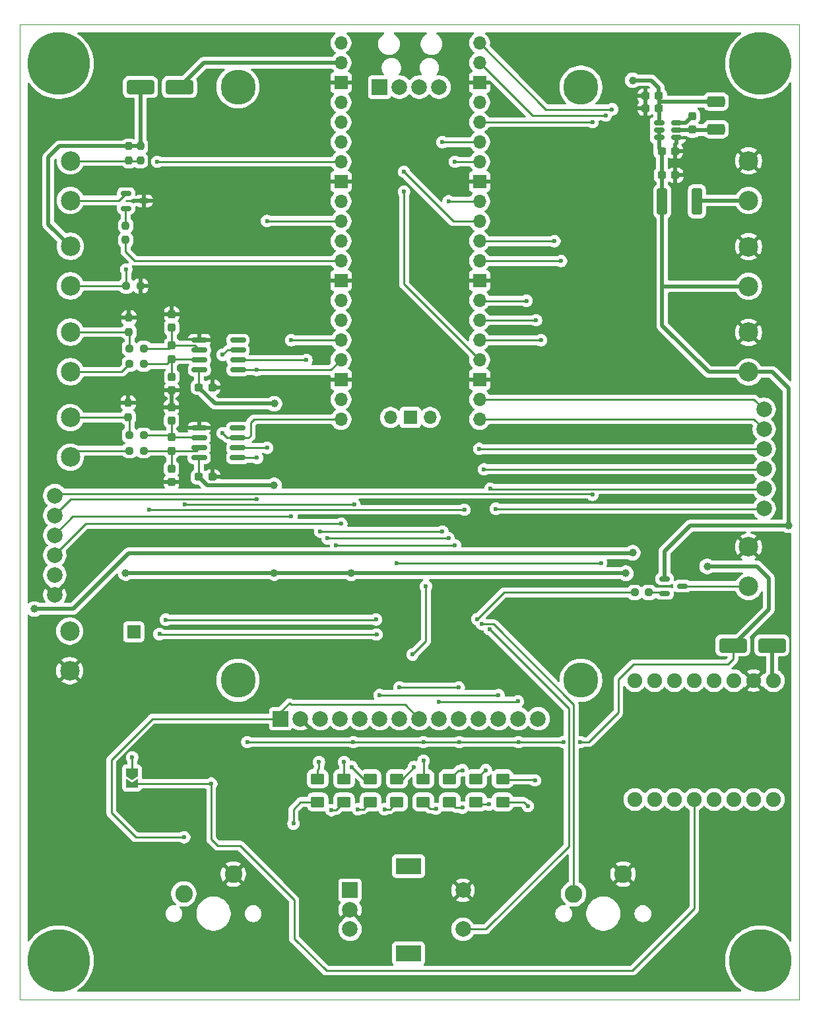
<source format=gbr>
%TF.GenerationSoftware,KiCad,Pcbnew,9.0.5*%
%TF.CreationDate,2025-11-13T17:06:43-05:00*%
%TF.ProjectId,Solder-Oven-PCB-V1,536f6c64-6572-42d4-9f76-656e2d504342,rev?*%
%TF.SameCoordinates,Original*%
%TF.FileFunction,Copper,L1,Top*%
%TF.FilePolarity,Positive*%
%FSLAX46Y46*%
G04 Gerber Fmt 4.6, Leading zero omitted, Abs format (unit mm)*
G04 Created by KiCad (PCBNEW 9.0.5) date 2025-11-13 17:06:43*
%MOMM*%
%LPD*%
G01*
G04 APERTURE LIST*
G04 Aperture macros list*
%AMRoundRect*
0 Rectangle with rounded corners*
0 $1 Rounding radius*
0 $2 $3 $4 $5 $6 $7 $8 $9 X,Y pos of 4 corners*
0 Add a 4 corners polygon primitive as box body*
4,1,4,$2,$3,$4,$5,$6,$7,$8,$9,$2,$3,0*
0 Add four circle primitives for the rounded corners*
1,1,$1+$1,$2,$3*
1,1,$1+$1,$4,$5*
1,1,$1+$1,$6,$7*
1,1,$1+$1,$8,$9*
0 Add four rect primitives between the rounded corners*
20,1,$1+$1,$2,$3,$4,$5,0*
20,1,$1+$1,$4,$5,$6,$7,0*
20,1,$1+$1,$6,$7,$8,$9,0*
20,1,$1+$1,$8,$9,$2,$3,0*%
%AMFreePoly0*
4,1,6,1.000000,0.000000,0.500000,-0.750000,-0.500000,-0.750000,-0.500000,0.750000,0.500000,0.750000,1.000000,0.000000,1.000000,0.000000,$1*%
%AMFreePoly1*
4,1,6,0.500000,-0.750000,-0.650000,-0.750000,-0.150000,0.000000,-0.650000,0.750000,0.500000,0.750000,0.500000,-0.750000,0.500000,-0.750000,$1*%
G04 Aperture macros list end*
%TA.AperFunction,SMDPad,CuDef*%
%ADD10RoundRect,0.237500X0.237500X-0.300000X0.237500X0.300000X-0.237500X0.300000X-0.237500X-0.300000X0*%
%TD*%
%TA.AperFunction,SMDPad,CuDef*%
%ADD11RoundRect,0.237500X0.237500X-0.250000X0.237500X0.250000X-0.237500X0.250000X-0.237500X-0.250000X0*%
%TD*%
%TA.AperFunction,SMDPad,CuDef*%
%ADD12RoundRect,0.237500X0.300000X0.237500X-0.300000X0.237500X-0.300000X-0.237500X0.300000X-0.237500X0*%
%TD*%
%TA.AperFunction,ComponentPad*%
%ADD13C,2.250000*%
%TD*%
%TA.AperFunction,SMDPad,CuDef*%
%ADD14RoundRect,0.250001X0.624999X-0.462499X0.624999X0.462499X-0.624999X0.462499X-0.624999X-0.462499X0*%
%TD*%
%TA.AperFunction,ComponentPad*%
%ADD15C,4.500000*%
%TD*%
%TA.AperFunction,ComponentPad*%
%ADD16C,2.000000*%
%TD*%
%TA.AperFunction,ComponentPad*%
%ADD17R,2.000000X2.000000*%
%TD*%
%TA.AperFunction,ComponentPad*%
%ADD18C,8.000000*%
%TD*%
%TA.AperFunction,SMDPad,CuDef*%
%ADD19RoundRect,0.150000X-0.512500X-0.150000X0.512500X-0.150000X0.512500X0.150000X-0.512500X0.150000X0*%
%TD*%
%TA.AperFunction,ComponentPad*%
%ADD20C,2.500000*%
%TD*%
%TA.AperFunction,SMDPad,CuDef*%
%ADD21RoundRect,0.250000X0.400000X1.450000X-0.400000X1.450000X-0.400000X-1.450000X0.400000X-1.450000X0*%
%TD*%
%TA.AperFunction,SMDPad,CuDef*%
%ADD22RoundRect,0.150000X-0.825000X-0.150000X0.825000X-0.150000X0.825000X0.150000X-0.825000X0.150000X0*%
%TD*%
%TA.AperFunction,SMDPad,CuDef*%
%ADD23RoundRect,0.237500X-0.250000X-0.237500X0.250000X-0.237500X0.250000X0.237500X-0.250000X0.237500X0*%
%TD*%
%TA.AperFunction,ComponentPad*%
%ADD24R,3.200000X2.000000*%
%TD*%
%TA.AperFunction,SMDPad,CuDef*%
%ADD25RoundRect,0.250000X1.500000X0.650000X-1.500000X0.650000X-1.500000X-0.650000X1.500000X-0.650000X0*%
%TD*%
%TA.AperFunction,SMDPad,CuDef*%
%ADD26RoundRect,0.237500X-0.237500X0.300000X-0.237500X-0.300000X0.237500X-0.300000X0.237500X0.300000X0*%
%TD*%
%TA.AperFunction,ComponentPad*%
%ADD27R,1.700000X1.700000*%
%TD*%
%TA.AperFunction,SMDPad,CuDef*%
%ADD28RoundRect,0.237500X-0.237500X0.250000X-0.237500X-0.250000X0.237500X-0.250000X0.237500X0.250000X0*%
%TD*%
%TA.AperFunction,SMDPad,CuDef*%
%ADD29RoundRect,0.237500X0.250000X0.237500X-0.250000X0.237500X-0.250000X-0.237500X0.250000X-0.237500X0*%
%TD*%
%TA.AperFunction,SMDPad,CuDef*%
%ADD30FreePoly0,270.000000*%
%TD*%
%TA.AperFunction,SMDPad,CuDef*%
%ADD31FreePoly1,270.000000*%
%TD*%
%TA.AperFunction,SMDPad,CuDef*%
%ADD32RoundRect,0.350000X0.800000X-0.350000X0.800000X0.350000X-0.800000X0.350000X-0.800000X-0.350000X0*%
%TD*%
%TA.AperFunction,SMDPad,CuDef*%
%ADD33RoundRect,0.237500X-0.300000X-0.237500X0.300000X-0.237500X0.300000X0.237500X-0.300000X0.237500X0*%
%TD*%
%TA.AperFunction,ComponentPad*%
%ADD34O,1.700000X1.700000*%
%TD*%
%TA.AperFunction,ComponentPad*%
%ADD35C,1.905000*%
%TD*%
%TA.AperFunction,ViaPad*%
%ADD36C,0.600000*%
%TD*%
%TA.AperFunction,ViaPad*%
%ADD37C,1.000000*%
%TD*%
%TA.AperFunction,Conductor*%
%ADD38C,0.500000*%
%TD*%
%TA.AperFunction,Conductor*%
%ADD39C,0.250000*%
%TD*%
%TA.AperFunction,Conductor*%
%ADD40C,0.200000*%
%TD*%
%TA.AperFunction,Profile*%
%ADD41C,0.050000*%
%TD*%
G04 APERTURE END LIST*
D10*
%TO.P,C5,1*%
%TO.N,Earth*%
X119500000Y-96862500D03*
%TO.P,C5,2*%
%TO.N,Net-(U2-T+)*%
X119500000Y-95137500D03*
%TD*%
D11*
%TO.P,R18,1*%
%TO.N,Net-(J6-Pin_2)*%
X114000000Y-67412500D03*
%TO.P,R18,2*%
%TO.N,+5V*%
X114000000Y-65587500D03*
%TD*%
D12*
%TO.P,C8,1*%
%TO.N,Earth*%
X124725000Y-96500000D03*
%TO.P,C8,2*%
%TO.N,+3.3V*%
X123000000Y-96500000D03*
%TD*%
D13*
%TO.P,SW3,1,1*%
%TO.N,R_SW*%
X171065000Y-161460000D03*
%TO.P,SW3,2,2*%
%TO.N,Earth*%
X177415000Y-158920000D03*
%TD*%
D14*
%TO.P,D6,1,K*%
%TO.N,Net-(D6-K)*%
X155170000Y-149687500D03*
%TO.P,D6,2,A*%
%TO.N,Net-(D6-A)*%
X155170000Y-146712500D03*
%TD*%
D15*
%TO.P,U4,*%
%TO.N,*%
X128000000Y-58000000D03*
X128000000Y-134080000D03*
X172000000Y-58000000D03*
X172000000Y-134080000D03*
D16*
%TO.P,U4,1,T_IRQ*%
%TO.N,unconnected-(U4-T_IRQ-Pad1)*%
X166510000Y-139000000D03*
%TO.P,U4,2,T_OUT*%
%TO.N,unconnected-(U4-T_OUT-Pad2)*%
X163970000Y-139000000D03*
%TO.P,U4,3,T_DIN*%
%TO.N,unconnected-(U4-T_DIN-Pad3)*%
X161430000Y-139000000D03*
%TO.P,U4,4,T_CS*%
%TO.N,unconnected-(U4-T_CS-Pad4)*%
X158890000Y-139000000D03*
%TO.P,U4,5,T_CLK*%
%TO.N,unconnected-(U4-T_CLK-Pad5)*%
X156350000Y-139000000D03*
%TO.P,U4,6,SDO(MISO)*%
%TO.N,MISO*%
X153810000Y-139000000D03*
%TO.P,U4,7,LED*%
%TO.N,+3.3V*%
X151270000Y-139000000D03*
%TO.P,U4,8,SCK*%
%TO.N,SCK*%
X148730000Y-139000000D03*
%TO.P,U4,9,SDI(MOSI)*%
%TO.N,MOSI*%
X146190000Y-139000000D03*
%TO.P,U4,10,D/C*%
%TO.N,D{slash}C*%
X143650000Y-139000000D03*
%TO.P,U4,11,Reset*%
%TO.N,Reset_Screen*%
X141110000Y-139000000D03*
%TO.P,U4,12,CS*%
%TO.N,CS_Screen*%
X138570000Y-139000000D03*
%TO.P,U4,13,GND*%
%TO.N,Earth*%
X136030000Y-139000000D03*
D17*
%TO.P,U4,14,VCC*%
%TO.N,+3.3V*%
X133490000Y-139000000D03*
D16*
%TO.P,U4,15,SD_SCK*%
%TO.N,unconnected-(U4-SD_SCK-Pad15)*%
X153810000Y-58000000D03*
%TO.P,U4,16,SD_MISO*%
%TO.N,unconnected-(U4-SD_MISO-Pad16)*%
X151270000Y-58000000D03*
%TO.P,U4,17,SD_MOSI*%
%TO.N,unconnected-(U4-SD_MOSI-Pad17)*%
X148730000Y-58000000D03*
D17*
%TO.P,U4,18,SD_CS*%
%TO.N,unconnected-(U4-SD_CS-Pad18)*%
X146190000Y-58000000D03*
%TD*%
D18*
%TO.P,H3,1*%
%TO.N,N/C*%
X105000000Y-170000000D03*
%TD*%
D19*
%TO.P,Q11,1,D*%
%TO.N,+12V*%
X182725000Y-121050000D03*
%TO.P,Q11,2,G*%
%TO.N,Net-(Q11-G)*%
X182725000Y-122950000D03*
%TO.P,Q11,3,S*%
%TO.N,Net-(J12-Pin_2)*%
X185000000Y-122000000D03*
%TD*%
D14*
%TO.P,D8,1,K*%
%TO.N,Net-(D8-K)*%
X161950000Y-149687500D03*
%TO.P,D8,2,A*%
%TO.N,Net-(D8-A)*%
X161950000Y-146712500D03*
%TD*%
D20*
%TO.P,J2,1,Pin_1*%
%TO.N,Net-(J2-Pin_1)*%
X106500000Y-94500000D03*
%TO.P,J2,2,Pin_2*%
%TO.N,Net-(J2-Pin_2)*%
X106500000Y-89420000D03*
%TD*%
D14*
%TO.P,D7,1,K*%
%TO.N,Net-(D7-K)*%
X158560000Y-149687500D03*
%TO.P,D7,2,A*%
%TO.N,Net-(D7-A)*%
X158560000Y-146712500D03*
%TD*%
D18*
%TO.P,H1,1*%
%TO.N,N/C*%
X105000000Y-55000000D03*
%TD*%
D10*
%TO.P,C4,1*%
%TO.N,Earth*%
X119475000Y-108632500D03*
%TO.P,C4,2*%
%TO.N,Net-(U1-T+)*%
X119475000Y-106907500D03*
%TD*%
D21*
%TO.P,F1,1*%
%TO.N,Net-(J4-Pin_2)*%
X186883000Y-72644000D03*
%TO.P,F1,2*%
%TO.N,+12V*%
X182433000Y-72644000D03*
%TD*%
D20*
%TO.P,J4,1,Pin_1*%
%TO.N,Earth*%
X193500000Y-67460000D03*
%TO.P,J4,2,Pin_2*%
%TO.N,Net-(J4-Pin_2)*%
X193500000Y-72540000D03*
%TD*%
D10*
%TO.P,C3,1*%
%TO.N,Net-(U1-T-)*%
X119475000Y-100770000D03*
%TO.P,C3,2*%
%TO.N,Earth*%
X119475000Y-99045000D03*
%TD*%
D22*
%TO.P,U1,1,GND*%
%TO.N,Earth*%
X123025000Y-101730000D03*
%TO.P,U1,2,T-*%
%TO.N,Net-(U1-T-)*%
X123025000Y-103000000D03*
%TO.P,U1,3,T+*%
%TO.N,Net-(U1-T+)*%
X123025000Y-104270000D03*
%TO.P,U1,4,V_{CC}*%
%TO.N,+3.3V*%
X123025000Y-105540000D03*
%TO.P,U1,5,SCK*%
%TO.N,SCK2*%
X127975000Y-105540000D03*
%TO.P,U1,6,~{CS}*%
%TO.N,T1-CS*%
X127975000Y-104270000D03*
%TO.P,U1,7,SO*%
%TO.N,MISO2*%
X127975000Y-103000000D03*
%TO.P,U1,8,NC*%
%TO.N,unconnected-(U1-NC-Pad8)*%
X127975000Y-101730000D03*
%TD*%
D18*
%TO.P,H4,1*%
%TO.N,N/C*%
X195000000Y-170000000D03*
%TD*%
D10*
%TO.P,C1,1*%
%TO.N,Net-(U1-T+)*%
X119475000Y-104632500D03*
%TO.P,C1,2*%
%TO.N,Net-(U1-T-)*%
X119475000Y-102907500D03*
%TD*%
D11*
%TO.P,R1,1*%
%TO.N,Net-(J1-Pin_2)*%
X113912500Y-100325000D03*
%TO.P,R1,2*%
%TO.N,Earth*%
X113912500Y-98500000D03*
%TD*%
D12*
%TO.P,C12,1*%
%TO.N,+5V*%
X182012500Y-60712500D03*
%TO.P,C12,2*%
%TO.N,Earth*%
X180287500Y-60712500D03*
%TD*%
D23*
%TO.P,R6,1*%
%TO.N,Net-(J2-Pin_2)*%
X114087500Y-91500000D03*
%TO.P,R6,2*%
%TO.N,Net-(U2-T-)*%
X115912500Y-91500000D03*
%TD*%
D17*
%TO.P,SW1,A,A*%
%TO.N,ENC_A*%
X142375000Y-161000000D03*
D16*
%TO.P,SW1,B,B*%
%TO.N,ENC_B*%
X142375000Y-166000000D03*
%TO.P,SW1,C,C*%
%TO.N,Earth*%
X142375000Y-163500000D03*
D24*
%TO.P,SW1,MP*%
%TO.N,N/C*%
X149875000Y-157900000D03*
X149875000Y-169100000D03*
D16*
%TO.P,SW1,S1,S1*%
%TO.N,ENC_SW*%
X156875000Y-166000000D03*
%TO.P,SW1,S2,S2*%
%TO.N,Earth*%
X156875000Y-161000000D03*
%TD*%
%TO.P,J7,1,Pin_1*%
%TO.N,PWM1*%
X195500000Y-99320000D03*
%TO.P,J7,2,Pin_2*%
%TO.N,PWM2*%
X195500000Y-101860000D03*
%TO.P,J7,3,Pin_3*%
%TO.N,IN1*%
X195500000Y-104400000D03*
%TO.P,J7,4,Pin_4*%
%TO.N,IN2*%
X195500000Y-106960000D03*
%TO.P,J7,5,Pin_5*%
%TO.N,IN3*%
X195500000Y-109500000D03*
%TO.P,J7,6,Pin_6*%
%TO.N,IN4*%
X195500000Y-112040000D03*
%TD*%
D23*
%TO.P,R3,1*%
%TO.N,Net-(J1-Pin_1)*%
X114087500Y-104635000D03*
%TO.P,R3,2*%
%TO.N,Net-(U1-T+)*%
X115912500Y-104635000D03*
%TD*%
D10*
%TO.P,C6,1*%
%TO.N,Net-(U2-T+)*%
X119500000Y-92862500D03*
%TO.P,C6,2*%
%TO.N,Net-(U2-T-)*%
X119500000Y-91137500D03*
%TD*%
D25*
%TO.P,D10,1,K*%
%TO.N,Net-(D10-K)*%
X120500000Y-58000000D03*
%TO.P,D10,2,A*%
%TO.N,+5V*%
X115500000Y-58000000D03*
%TD*%
D26*
%TO.P,C11,1*%
%TO.N,Net-(U9-BST)*%
X186300000Y-61725000D03*
%TO.P,C11,2*%
%TO.N,Net-(U9-SW)*%
X186300000Y-63450000D03*
%TD*%
D23*
%TO.P,R7,1*%
%TO.N,Thermistor_Analog*%
X113675000Y-83500000D03*
%TO.P,R7,2*%
%TO.N,Earth*%
X115500000Y-83500000D03*
%TD*%
D27*
%TO.P,J11,1,Pin_1*%
%TO.N,/RP-Pico/TP6_BOOTSEL*%
X114625000Y-127875000D03*
%TD*%
D19*
%TO.P,Q9,1,D*%
%TO.N,Net-(J6-Pin_1)*%
X113662500Y-71650000D03*
%TO.P,Q9,2,G*%
%TO.N,Net-(Q9-G)*%
X113662500Y-73550000D03*
%TO.P,Q9,3,S*%
%TO.N,Earth*%
X115937500Y-72600000D03*
%TD*%
D28*
%TO.P,R33,1*%
%TO.N,Net-(Q9-G)*%
X113600000Y-75775000D03*
%TO.P,R33,2*%
%TO.N,Relay_CTRL*%
X113600000Y-77600000D03*
%TD*%
D20*
%TO.P,J6,1,Pin_1*%
%TO.N,Net-(J6-Pin_1)*%
X106500000Y-72540000D03*
%TO.P,J6,2,Pin_2*%
%TO.N,Net-(J6-Pin_2)*%
X106500000Y-67460000D03*
%TD*%
D29*
%TO.P,R34,1*%
%TO.N,Net-(Q11-G)*%
X180712500Y-122800000D03*
%TO.P,R34,2*%
%TO.N,Fan_EN*%
X178887500Y-122800000D03*
%TD*%
D20*
%TO.P,J3,1,Pin_1*%
%TO.N,Thermistor_Analog*%
X106500000Y-83500000D03*
%TO.P,J3,2,Pin_2*%
%TO.N,+5V*%
X106500000Y-78420000D03*
%TD*%
%TO.P,J12,1,Pin_1*%
%TO.N,Earth*%
X193500000Y-116960000D03*
%TO.P,J12,2,Pin_2*%
%TO.N,Net-(J12-Pin_2)*%
X193500000Y-122040000D03*
%TD*%
D14*
%TO.P,D5,1,K*%
%TO.N,Net-(D5-K)*%
X151780000Y-149687500D03*
%TO.P,D5,2,A*%
%TO.N,Net-(D5-A)*%
X151780000Y-146712500D03*
%TD*%
D13*
%TO.P,SW2,1,1*%
%TO.N,L_SW*%
X121065000Y-161460000D03*
%TO.P,SW2,2,2*%
%TO.N,Earth*%
X127415000Y-158920000D03*
%TD*%
D16*
%TO.P,J5,1,Pin_1*%
%TO.N,Earth*%
X104500000Y-123110000D03*
%TO.P,J5,2,Pin_2*%
%TO.N,+3.3V*%
X104500000Y-120570000D03*
%TO.P,J5,3,Pin_3*%
%TO.N,MISO2*%
X104500000Y-118030000D03*
%TO.P,J5,4,Pin_4*%
%TO.N,MOSI2*%
X104500000Y-115470000D03*
%TO.P,J5,5,Pin_5*%
%TO.N,SCK2*%
X104500000Y-112930000D03*
%TO.P,J5,6,Pin_6*%
%TO.N,CS_SD*%
X104500000Y-110390000D03*
%TD*%
D11*
%TO.P,R4,1*%
%TO.N,Net-(J2-Pin_2)*%
X114000000Y-89412500D03*
%TO.P,R4,2*%
%TO.N,Earth*%
X114000000Y-87587500D03*
%TD*%
D23*
%TO.P,R2,1*%
%TO.N,Net-(J1-Pin_2)*%
X114087500Y-102635000D03*
%TO.P,R2,2*%
%TO.N,Net-(U1-T-)*%
X115912500Y-102635000D03*
%TD*%
D20*
%TO.P,J8,1,Pin_1*%
%TO.N,Earth*%
X193500000Y-78460000D03*
%TO.P,J8,2,Pin_2*%
%TO.N,+12V*%
X193500000Y-83540000D03*
%TD*%
%TO.P,J10,1,Pin_1*%
%TO.N,Earth*%
X106426000Y-132842000D03*
%TO.P,J10,2,Pin_2*%
%TO.N,/RP-Pico/TP6_BOOTSEL*%
X106426000Y-127762000D03*
%TD*%
D30*
%TO.P,JP1,1,A*%
%TO.N,PWM1*%
X114400000Y-145875000D03*
D31*
%TO.P,JP1,2,B*%
%TO.N,LED_PWM*%
X114400000Y-147325000D03*
%TD*%
D12*
%TO.P,C13,1*%
%TO.N,+5V*%
X182012500Y-59137500D03*
%TO.P,C13,2*%
%TO.N,Earth*%
X180287500Y-59137500D03*
%TD*%
D11*
%TO.P,R17,1*%
%TO.N,Net-(J6-Pin_2)*%
X115500000Y-67412500D03*
%TO.P,R17,2*%
%TO.N,+5V*%
X115500000Y-65587500D03*
%TD*%
D25*
%TO.P,D9,1,K*%
%TO.N,Net-(D9-K)*%
X196500000Y-129600000D03*
%TO.P,D9,2,A*%
%TO.N,+5V*%
X191500000Y-129600000D03*
%TD*%
D22*
%TO.P,U2,1,GND*%
%TO.N,Earth*%
X123050000Y-90460000D03*
%TO.P,U2,2,T-*%
%TO.N,Net-(U2-T-)*%
X123050000Y-91730000D03*
%TO.P,U2,3,T+*%
%TO.N,Net-(U2-T+)*%
X123050000Y-93000000D03*
%TO.P,U2,4,V_{CC}*%
%TO.N,+3.3V*%
X123050000Y-94270000D03*
%TO.P,U2,5,SCK*%
%TO.N,SCK2*%
X128000000Y-94270000D03*
%TO.P,U2,6,~{CS}*%
%TO.N,T2-CS*%
X128000000Y-93000000D03*
%TO.P,U2,7,SO*%
%TO.N,MISO2*%
X128000000Y-91730000D03*
%TO.P,U2,8,NC*%
%TO.N,unconnected-(U2-NC-Pad8)*%
X128000000Y-90460000D03*
%TD*%
D18*
%TO.P,H2,1*%
%TO.N,N/C*%
X195000000Y-55000000D03*
%TD*%
D12*
%TO.P,C2,1*%
%TO.N,Earth*%
X124700000Y-108000000D03*
%TO.P,C2,2*%
%TO.N,+3.3V*%
X122975000Y-108000000D03*
%TD*%
D20*
%TO.P,J1,1,Pin_1*%
%TO.N,Net-(J1-Pin_1)*%
X106500000Y-105460000D03*
%TO.P,J1,2,Pin_2*%
%TO.N,Net-(J1-Pin_2)*%
X106500000Y-100380000D03*
%TD*%
D14*
%TO.P,D1,1,K*%
%TO.N,Net-(D1-K)*%
X138220000Y-149687500D03*
%TO.P,D1,2,A*%
%TO.N,Net-(D1-A)*%
X138220000Y-146712500D03*
%TD*%
D32*
%TO.P,L1,1*%
%TO.N,Net-(U9-SW)*%
X189300000Y-63412500D03*
%TO.P,L1,2*%
%TO.N,+5V*%
X189300000Y-59862500D03*
%TD*%
D14*
%TO.P,D2,1,K*%
%TO.N,Net-(D2-K)*%
X141610000Y-149687500D03*
%TO.P,D2,2,A*%
%TO.N,Net-(D2-A)*%
X141610000Y-146712500D03*
%TD*%
D10*
%TO.P,C7,1*%
%TO.N,Net-(U2-T-)*%
X119500000Y-88862500D03*
%TO.P,C7,2*%
%TO.N,Earth*%
X119500000Y-87137500D03*
%TD*%
D33*
%TO.P,C10,1*%
%TO.N,+12V*%
X182362500Y-66212500D03*
%TO.P,C10,2*%
%TO.N,Earth*%
X184087500Y-66212500D03*
%TD*%
D19*
%TO.P,U9,1,FB*%
%TO.N,+5V*%
X182016500Y-62580500D03*
%TO.P,U9,2,EN*%
%TO.N,+12V*%
X182016500Y-63530500D03*
%TO.P,U9,3,IN*%
X182016500Y-64480500D03*
%TO.P,U9,4,GND*%
%TO.N,Earth*%
X184291500Y-64480500D03*
%TO.P,U9,5,SW*%
%TO.N,Net-(U9-SW)*%
X184291500Y-63530500D03*
%TO.P,U9,6,BST*%
%TO.N,Net-(U9-BST)*%
X184291500Y-62580500D03*
%TD*%
D20*
%TO.P,J9,1,Pin_1*%
%TO.N,Earth*%
X193500000Y-89460000D03*
%TO.P,J9,2,Pin_2*%
%TO.N,+12V*%
X193500000Y-94540000D03*
%TD*%
D33*
%TO.P,C18,1*%
%TO.N,+12V*%
X182387500Y-69300000D03*
%TO.P,C18,2*%
%TO.N,Earth*%
X184112500Y-69300000D03*
%TD*%
D23*
%TO.P,R5,1*%
%TO.N,Net-(J2-Pin_1)*%
X114087500Y-93500000D03*
%TO.P,R5,2*%
%TO.N,Net-(U2-T+)*%
X115912500Y-93500000D03*
%TD*%
D14*
%TO.P,D3,1,K*%
%TO.N,Net-(D3-K)*%
X145000000Y-149687500D03*
%TO.P,D3,2,A*%
%TO.N,Net-(D3-A)*%
X145000000Y-146712500D03*
%TD*%
%TO.P,D4,1,K*%
%TO.N,Net-(D4-K)*%
X148390000Y-149687500D03*
%TO.P,D4,2,A*%
%TO.N,Net-(D4-A)*%
X148390000Y-146712500D03*
%TD*%
D34*
%TO.P,U10,1,GPIO0*%
%TO.N,TX_Pico*%
X159000000Y-52340000D03*
%TO.P,U10,2,GPIO1*%
%TO.N,RX_Pico*%
X159000000Y-54880000D03*
D27*
%TO.P,U10,3,GND*%
%TO.N,Earth*%
X159000000Y-57420000D03*
D34*
%TO.P,U10,4,GPIO2*%
%TO.N,Interrupt*%
X159000000Y-59960000D03*
%TO.P,U10,5,GPIO3*%
%TO.N,CS_SD*%
X159000000Y-62500000D03*
%TO.P,U10,6,GPIO4*%
%TO.N,CS_Screen*%
X159000000Y-65040000D03*
%TO.P,U10,7,GPIO5*%
%TO.N,D{slash}C*%
X159000000Y-67580000D03*
D27*
%TO.P,U10,8,GND*%
%TO.N,Earth*%
X159000000Y-70120000D03*
D34*
%TO.P,U10,9,GPIO6*%
%TO.N,Reset_Screen*%
X159000000Y-72660000D03*
%TO.P,U10,10,GPIO7*%
%TO.N,Shift_CLK*%
X159000000Y-75200000D03*
%TO.P,U10,11,GPIO8*%
%TO.N,ENC_A*%
X159000000Y-77740000D03*
%TO.P,U10,12,GPIO9*%
%TO.N,ENC_B*%
X159000000Y-80280000D03*
D27*
%TO.P,U10,13,GND*%
%TO.N,Earth*%
X159000000Y-82820000D03*
D34*
%TO.P,U10,14,GPIO10*%
%TO.N,SCK*%
X159000000Y-85360000D03*
%TO.P,U10,15,GPIO11*%
%TO.N,MOSI*%
X159000000Y-87900000D03*
%TO.P,U10,16,GPIO12*%
%TO.N,MISO*%
X159000000Y-90440000D03*
%TO.P,U10,17,GPIO13*%
%TO.N,Indicator_Update*%
X159000000Y-92980000D03*
D27*
%TO.P,U10,18,GND*%
%TO.N,Earth*%
X159000000Y-95520000D03*
D34*
%TO.P,U10,19,GPIO14*%
%TO.N,PWM1*%
X159000000Y-98060000D03*
%TO.P,U10,20,GPIO15*%
%TO.N,PWM2*%
X159000000Y-100600000D03*
%TO.P,U10,21,GPIO16*%
%TO.N,MISO2*%
X141220000Y-100600000D03*
%TO.P,U10,22,GPIO17*%
%TO.N,Shift_IN*%
X141220000Y-98060000D03*
D27*
%TO.P,U10,23,GND*%
%TO.N,Earth*%
X141220000Y-95520000D03*
D34*
%TO.P,U10,24,GPIO18*%
%TO.N,SCK2*%
X141220000Y-92980000D03*
%TO.P,U10,25,GPIO19*%
%TO.N,MOSI2*%
X141220000Y-90440000D03*
%TO.P,U10,26,GPIO20*%
%TO.N,SDA*%
X141220000Y-87900000D03*
%TO.P,U10,27,GPIO21*%
%TO.N,SCL*%
X141220000Y-85360000D03*
D27*
%TO.P,U10,28,GND*%
%TO.N,Earth*%
X141220000Y-82820000D03*
D34*
%TO.P,U10,29,GPIO22*%
%TO.N,Relay_CTRL*%
X141220000Y-80280000D03*
%TO.P,U10,30,RUN*%
%TO.N,Reset_Low*%
X141220000Y-77740000D03*
%TO.P,U10,31,GPIO26_ADC0*%
%TO.N,T1-CS*%
X141220000Y-75200000D03*
%TO.P,U10,32,GPIO27_ADC1*%
%TO.N,T2-CS*%
X141220000Y-72660000D03*
D27*
%TO.P,U10,33,AGND*%
%TO.N,Earth*%
X141220000Y-70120000D03*
D34*
%TO.P,U10,34,GPIO28_ADC2*%
%TO.N,Thermistor_Analog*%
X141220000Y-67580000D03*
%TO.P,U10,35,ADC_VREF*%
%TO.N,unconnected-(U10-ADC_VREF-Pad35)_1*%
X141220000Y-65040000D03*
%TO.P,U10,36,3V3*%
%TO.N,unconnected-(U10-3V3-Pad36)*%
X141220000Y-62500000D03*
%TO.P,U10,37,3V3_EN*%
%TO.N,unconnected-(U10-3V3_EN-Pad37)*%
X141220000Y-59960000D03*
D27*
%TO.P,U10,38,GND*%
%TO.N,Earth*%
X141220000Y-57420000D03*
D34*
%TO.P,U10,39,VSYS*%
%TO.N,Net-(D10-K)*%
X141220000Y-54880000D03*
%TO.P,U10,40,VBUS*%
%TO.N,unconnected-(U10-VBUS-Pad40)_1*%
X141220000Y-52340000D03*
%TO.P,U10,41,SWCLK*%
%TO.N,unconnected-(U10-SWCLK-Pad41)*%
X152650000Y-100370000D03*
D27*
%TO.P,U10,42,GND*%
%TO.N,unconnected-(U10-GND-Pad42)*%
X150110000Y-100370000D03*
D34*
%TO.P,U10,43,SWDIO*%
%TO.N,unconnected-(U10-SWDIO-Pad43)_1*%
X147570000Y-100370000D03*
%TD*%
D35*
%TO.P,U3,1,5V*%
%TO.N,Net-(D9-K)*%
X196700000Y-134105000D03*
%TO.P,U3,2,GND*%
%TO.N,Earth*%
X194160000Y-134105000D03*
%TO.P,U3,3,3.3V*%
%TO.N,unconnected-(U3-3.3V-Pad3)*%
X191620000Y-134105000D03*
%TO.P,U3,4,GP4*%
%TO.N,unconnected-(U3-GP4-Pad4)*%
X189080000Y-134105000D03*
%TO.P,U3,5,GP3*%
%TO.N,unconnected-(U3-GP3-Pad5)*%
X186540000Y-134105000D03*
%TO.P,U3,6,GP2*%
%TO.N,unconnected-(U3-GP2-Pad6)*%
X184000000Y-134105000D03*
%TO.P,U3,7,GP1*%
%TO.N,unconnected-(U3-GP1-Pad7)*%
X181460000Y-134105000D03*
%TO.P,U3,8,GP0*%
%TO.N,unconnected-(U3-GP0-Pad8)*%
X178920000Y-134105000D03*
%TO.P,U3,9,GP21*%
%TO.N,RX_Pico*%
X178920000Y-149345000D03*
%TO.P,U3,10,GP20*%
%TO.N,TX_Pico*%
X181460000Y-149345000D03*
%TO.P,U3,11,GP10*%
%TO.N,Reset_Low*%
X184000000Y-149345000D03*
%TO.P,U3,12,GP9*%
%TO.N,LED_PWM*%
X186540000Y-149345000D03*
%TO.P,U3,13,GP8*%
%TO.N,unconnected-(U3-GP8-Pad13)*%
X189080000Y-149345000D03*
%TO.P,U3,14,GP7*%
%TO.N,unconnected-(U3-GP7-Pad14)*%
X191620000Y-149345000D03*
%TO.P,U3,15,GP6*%
%TO.N,unconnected-(U3-GP6-Pad15)*%
X194160000Y-149345000D03*
%TO.P,U3,16,GP5*%
%TO.N,unconnected-(U3-GP5-Pad16)*%
X196700000Y-149345000D03*
%TD*%
D36*
%TO.N,Earth*%
X167000000Y-165800000D03*
X156800000Y-148400000D03*
X159450000Y-151700000D03*
D37*
X145800000Y-122400000D03*
D36*
X164050000Y-151600000D03*
D37*
X130400000Y-153500000D03*
D36*
X150450000Y-151700000D03*
D37*
X130000000Y-140500000D03*
X172000000Y-126500000D03*
D36*
X136450000Y-151650000D03*
X146250000Y-130150000D03*
X145450000Y-151700000D03*
X179200000Y-152400000D03*
X140950000Y-151650000D03*
X165025000Y-140750000D03*
D37*
X172000000Y-128000000D03*
X165100000Y-144550000D03*
X165025000Y-148400000D03*
D36*
X150800000Y-143400000D03*
D37*
X172000000Y-129500000D03*
D36*
X154950000Y-151600000D03*
X150800000Y-141000000D03*
D37*
%TO.N,+3.3V*%
X132675000Y-98600000D03*
X177750000Y-120350000D03*
X113600000Y-120325000D03*
X132650000Y-120325000D03*
D36*
X121100000Y-154200000D03*
D37*
X132650000Y-109075000D03*
X142525000Y-120350000D03*
%TO.N,+12V*%
X198625000Y-114200000D03*
D36*
%TO.N,+5V*%
X151800000Y-142000000D03*
X156400000Y-142000000D03*
D37*
X178650000Y-57125000D03*
D36*
X129200000Y-142000000D03*
D37*
X178650000Y-117725000D03*
D36*
X164000000Y-142000000D03*
D37*
X101875000Y-124925000D03*
D36*
X169775000Y-142000000D03*
X142800000Y-142000000D03*
D37*
X188200000Y-119475000D03*
D36*
X171900000Y-142000000D03*
%TO.N,Net-(D1-K)*%
X135125000Y-152450000D03*
%TO.N,Net-(D1-A)*%
X138400000Y-144575000D03*
%TO.N,Net-(D2-K)*%
X140000000Y-150725000D03*
%TO.N,Net-(D2-A)*%
X141600000Y-144575000D03*
%TO.N,Net-(D3-K)*%
X143400000Y-150600000D03*
%TO.N,Net-(D3-A)*%
X142600000Y-145200000D03*
%TO.N,Net-(D4-K)*%
X146800000Y-150600000D03*
%TO.N,Net-(D4-A)*%
X150600000Y-145200000D03*
%TO.N,Net-(D5-A)*%
X151800000Y-144400000D03*
%TO.N,Net-(D5-K)*%
X153400000Y-150550000D03*
%TO.N,Net-(D6-K)*%
X156800000Y-150400000D03*
%TO.N,Net-(D6-A)*%
X156800000Y-145600000D03*
%TO.N,Net-(D7-K)*%
X160200000Y-150000000D03*
%TO.N,Net-(D7-A)*%
X159800000Y-145600000D03*
%TO.N,Net-(D8-A)*%
X166100000Y-146912500D03*
%TO.N,Net-(D8-K)*%
X165200000Y-150200000D03*
%TO.N,Thermistor_Analog*%
X113675000Y-81375000D03*
X117625000Y-67575000D03*
%TO.N,MOSI2*%
X134850000Y-113075000D03*
X134850000Y-90450000D03*
%TO.N,CS_SD*%
X173500000Y-62500000D03*
X173500000Y-110275000D03*
%TO.N,MISO2*%
X126025000Y-102375000D03*
X126037500Y-92337500D03*
X141250000Y-114000000D03*
%TO.N,SCK2*%
X130450000Y-105550000D03*
X130450000Y-110850000D03*
X130450000Y-94270000D03*
%TO.N,IN1*%
X158950000Y-104400000D03*
%TO.N,IN3*%
X160375000Y-109525000D03*
%TO.N,PWM1*%
X116650000Y-112200000D03*
X114425000Y-143950000D03*
X157075000Y-112200000D03*
%TO.N,IN4*%
X161100000Y-112075000D03*
%TO.N,IN2*%
X159575000Y-107025000D03*
%TO.N,LED_PWM*%
X124575000Y-147325000D03*
%TO.N,Fan_EN*%
X158725000Y-126225000D03*
%TO.N,ENC_B*%
X169450000Y-80300000D03*
%TO.N,ENC_A*%
X168600000Y-77750000D03*
%TO.N,ENC_SW*%
X160275000Y-127525000D03*
%TO.N,L_SW*%
X117925000Y-128150000D03*
X145800000Y-128200000D03*
%TO.N,R_SW*%
X159300000Y-126850000D03*
%TO.N,T1-CS*%
X131725000Y-75175000D03*
X131750000Y-104250000D03*
%TO.N,T2-CS*%
X136775000Y-93000000D03*
%TO.N,TX_Pico*%
X176000000Y-60850000D03*
%TO.N,Reset_Low*%
X174576000Y-119025000D03*
X148350000Y-119025000D03*
%TO.N,RX_Pico*%
X175200000Y-61625000D03*
%TO.N,MOSI*%
X146175000Y-135975000D03*
X161430000Y-135975000D03*
X166250000Y-87900000D03*
%TO.N,CS_Screen*%
X154225000Y-115000000D03*
X154225000Y-65050000D03*
X138550000Y-115000000D03*
%TO.N,Reset_Screen*%
X139500000Y-115875000D03*
X155025000Y-115875000D03*
X155025000Y-72650000D03*
%TO.N,D{slash}C*%
X155850000Y-116775000D03*
X155850000Y-67575000D03*
X140600000Y-116775000D03*
%TO.N,SCK*%
X165000000Y-85400000D03*
X156325000Y-134975000D03*
X148700000Y-134975000D03*
%TO.N,MISO*%
X153800000Y-136800000D03*
X166875000Y-90450000D03*
X163900000Y-136775000D03*
%TO.N,Shift_CLK*%
X149300000Y-68850000D03*
%TO.N,Shift_Clear*%
X145725000Y-126275000D03*
X118750000Y-126300000D03*
%TO.N,Indicator_Update*%
X149300000Y-71400000D03*
%TO.N,Shift_IN*%
X121175000Y-111525000D03*
X142900000Y-111525000D03*
%TO.N,Interrupt*%
X152125000Y-122025000D03*
X150400000Y-130775000D03*
%TD*%
D38*
%TO.N,+5V*%
X113982422Y-117800000D02*
X106857422Y-124925000D01*
X178575000Y-117800000D02*
X113982422Y-117800000D01*
X178650000Y-117725000D02*
X178575000Y-117800000D01*
X106857422Y-124925000D02*
X101875000Y-124925000D01*
X182012500Y-58087500D02*
X182012500Y-59137500D01*
X178650000Y-57125000D02*
X181050000Y-57125000D01*
X181050000Y-57125000D02*
X182012500Y-58087500D01*
D39*
%TO.N,Net-(D1-K)*%
X136037500Y-149687500D02*
X138220000Y-149687500D01*
X135125000Y-150600000D02*
X136037500Y-149687500D01*
X135125000Y-152450000D02*
X135125000Y-150600000D01*
%TO.N,Net-(D8-A)*%
X166100000Y-146912500D02*
X165987500Y-146800000D01*
X162037500Y-146800000D02*
X161950000Y-146712500D01*
X165987500Y-146800000D02*
X162037500Y-146800000D01*
%TO.N,Net-(U1-T-)*%
X119475000Y-102907500D02*
X122932500Y-102907500D01*
X115912500Y-102635000D02*
X119202500Y-102635000D01*
X119475000Y-102907500D02*
X119475000Y-100770000D01*
X122932500Y-102907500D02*
X123025000Y-103000000D01*
X119202500Y-102635000D02*
X119475000Y-102907500D01*
%TO.N,Net-(U1-T+)*%
X119472500Y-104635000D02*
X119475000Y-104632500D01*
X115912500Y-104635000D02*
X119472500Y-104635000D01*
X119475000Y-104632500D02*
X122662500Y-104632500D01*
X119475000Y-106907500D02*
X119475000Y-104632500D01*
X122662500Y-104632500D02*
X123025000Y-104270000D01*
D38*
%TO.N,+3.3V*%
X132650000Y-120325000D02*
X113600000Y-120325000D01*
D39*
X123000000Y-96500000D02*
X123000000Y-94320000D01*
X111750000Y-151050000D02*
X114900000Y-154200000D01*
X134600000Y-137000000D02*
X134800000Y-137200000D01*
D38*
X125100000Y-98600000D02*
X123000000Y-96500000D01*
D39*
X114900000Y-154200000D02*
X121100000Y-154200000D01*
X133490000Y-138110000D02*
X134600000Y-137000000D01*
D38*
X177750000Y-120350000D02*
X142525000Y-120350000D01*
D39*
X133490000Y-139000000D02*
X117000000Y-139000000D01*
X149470000Y-137200000D02*
X151270000Y-139000000D01*
X123000000Y-94320000D02*
X123050000Y-94270000D01*
X134800000Y-137200000D02*
X149470000Y-137200000D01*
D38*
X132675000Y-120350000D02*
X132650000Y-120325000D01*
X142525000Y-120350000D02*
X132675000Y-120350000D01*
D39*
X122975000Y-105590000D02*
X123025000Y-105540000D01*
D38*
X124050000Y-109075000D02*
X122975000Y-108000000D01*
D39*
X122975000Y-108000000D02*
X122975000Y-105590000D01*
X133490000Y-139000000D02*
X133490000Y-138110000D01*
D38*
X132650000Y-109075000D02*
X124050000Y-109075000D01*
D39*
X111750000Y-144250000D02*
X111750000Y-151050000D01*
D38*
X132675000Y-98600000D02*
X125100000Y-98600000D01*
D39*
X117000000Y-139000000D02*
X111750000Y-144250000D01*
%TO.N,Net-(U2-T+)*%
X122912500Y-92862500D02*
X123050000Y-93000000D01*
X119500000Y-92862500D02*
X122912500Y-92862500D01*
X115912500Y-93500000D02*
X118862500Y-93500000D01*
X119500000Y-95137500D02*
X119500000Y-92862500D01*
X118862500Y-93500000D02*
X119500000Y-92862500D01*
%TO.N,Net-(U2-T-)*%
X119500000Y-91137500D02*
X122457500Y-91137500D01*
X115912500Y-91500000D02*
X119137500Y-91500000D01*
X119137500Y-91500000D02*
X119500000Y-91137500D01*
X122457500Y-91137500D02*
X123050000Y-91730000D01*
X119500000Y-88862500D02*
X119500000Y-91137500D01*
D38*
%TO.N,+12V*%
X182433000Y-72644000D02*
X182433000Y-69345500D01*
X182433000Y-72644000D02*
X182433000Y-83500000D01*
X182473000Y-83540000D02*
X182433000Y-83500000D01*
X182433000Y-69345500D02*
X182387500Y-69300000D01*
X182016500Y-63530500D02*
X182016500Y-65866500D01*
X198625000Y-96600000D02*
X198625000Y-114200000D01*
X182387500Y-69300000D02*
X182387500Y-66237500D01*
X193500000Y-83540000D02*
X182473000Y-83540000D01*
X182387500Y-66237500D02*
X182362500Y-66212500D01*
X182725000Y-117525000D02*
X182725000Y-121050000D01*
X198625000Y-114250000D02*
X186000000Y-114250000D01*
X188390000Y-94540000D02*
X193500000Y-94540000D01*
X182433000Y-83500000D02*
X182433000Y-88583000D01*
X182016500Y-65866500D02*
X182362500Y-66212500D01*
X196565000Y-94540000D02*
X198625000Y-96600000D01*
X193500000Y-94540000D02*
X196565000Y-94540000D01*
X186000000Y-114250000D02*
X182725000Y-117525000D01*
X182433000Y-88583000D02*
X188390000Y-94540000D01*
X198625000Y-114200000D02*
X198625000Y-114250000D01*
%TO.N,Net-(U9-BST)*%
X184291500Y-62580500D02*
X185444500Y-62580500D01*
X185444500Y-62580500D02*
X186300000Y-61725000D01*
%TO.N,Net-(U9-SW)*%
X184291500Y-63530500D02*
X189182000Y-63530500D01*
X189182000Y-63530500D02*
X189300000Y-63412500D01*
%TO.N,+5V*%
X182016500Y-62580500D02*
X182016500Y-59850000D01*
X182016500Y-59141500D02*
X182012500Y-59137500D01*
D39*
X190900000Y-132000000D02*
X191556000Y-131344000D01*
X171900000Y-142000000D02*
X172975000Y-142000000D01*
X176800000Y-133975000D02*
X178775000Y-132000000D01*
D38*
X105087500Y-65587500D02*
X115500000Y-65587500D01*
X182029000Y-59862500D02*
X182016500Y-59850000D01*
X188200000Y-119475000D02*
X194575000Y-119475000D01*
D39*
X191556000Y-131344000D02*
X191556000Y-129540000D01*
D38*
X194575000Y-119475000D02*
X196100000Y-121000000D01*
D39*
X143725000Y-142000000D02*
X151800000Y-142000000D01*
X141712500Y-142000000D02*
X129200000Y-142000000D01*
X164225000Y-142000000D02*
X169775000Y-142000000D01*
D38*
X106500000Y-78420000D02*
X103675000Y-75595000D01*
X196100000Y-124996000D02*
X191556000Y-129540000D01*
D39*
X176800000Y-138175000D02*
X176800000Y-133975000D01*
X157225000Y-142000000D02*
X164000000Y-142000000D01*
D38*
X189300000Y-59862500D02*
X182029000Y-59862500D01*
D39*
X156400000Y-142000000D02*
X157225000Y-142000000D01*
D38*
X115500000Y-58000000D02*
X115500000Y-65587500D01*
D39*
X143725000Y-142000000D02*
X141712500Y-142000000D01*
X164000000Y-142000000D02*
X164225000Y-142000000D01*
D38*
X103675000Y-67000000D02*
X105087500Y-65587500D01*
D39*
X178775000Y-132000000D02*
X190900000Y-132000000D01*
D38*
X196100000Y-121000000D02*
X196100000Y-124996000D01*
D39*
X172975000Y-142000000D02*
X176800000Y-138175000D01*
X151800000Y-142000000D02*
X156400000Y-142000000D01*
D38*
X182016500Y-59850000D02*
X182016500Y-59141500D01*
X103675000Y-75595000D02*
X103675000Y-67000000D01*
D39*
%TO.N,Net-(D1-A)*%
X138400000Y-144575000D02*
X138400000Y-145400000D01*
X138220000Y-145580000D02*
X138220000Y-146712500D01*
X138400000Y-145400000D02*
X138220000Y-145580000D01*
%TO.N,Net-(D2-K)*%
X140572500Y-150725000D02*
X141610000Y-149687500D01*
X140000000Y-150725000D02*
X140572500Y-150725000D01*
%TO.N,Net-(D2-A)*%
X141600000Y-146702500D02*
X141610000Y-146712500D01*
X141600000Y-144575000D02*
X141600000Y-146702500D01*
%TO.N,Net-(D3-K)*%
X144087500Y-150600000D02*
X145000000Y-149687500D01*
X143400000Y-150600000D02*
X144087500Y-150600000D01*
%TO.N,Net-(D3-A)*%
X142600000Y-145200000D02*
X144112500Y-146712500D01*
X144112500Y-146712500D02*
X145000000Y-146712500D01*
%TO.N,Net-(D4-K)*%
X146800000Y-150600000D02*
X147477500Y-150600000D01*
X147477500Y-150600000D02*
X148390000Y-149687500D01*
%TO.N,Net-(D4-A)*%
X149087500Y-146712500D02*
X148390000Y-146712500D01*
X150600000Y-145200000D02*
X149087500Y-146712500D01*
%TO.N,Net-(D5-A)*%
X151800000Y-144400000D02*
X151800000Y-146692500D01*
X151800000Y-146692500D02*
X151780000Y-146712500D01*
%TO.N,Net-(D5-K)*%
X152642500Y-150550000D02*
X151780000Y-149687500D01*
X153400000Y-150550000D02*
X152642500Y-150550000D01*
%TO.N,Net-(D6-K)*%
X155882500Y-150400000D02*
X155170000Y-149687500D01*
X156800000Y-150400000D02*
X155882500Y-150400000D01*
%TO.N,Net-(D6-A)*%
X156282500Y-145600000D02*
X155170000Y-146712500D01*
X156800000Y-145600000D02*
X156282500Y-145600000D01*
%TO.N,Net-(D7-K)*%
X160200000Y-150000000D02*
X158872500Y-150000000D01*
X158872500Y-150000000D02*
X158560000Y-149687500D01*
%TO.N,Net-(D7-A)*%
X159672500Y-145600000D02*
X158560000Y-146712500D01*
X159800000Y-145600000D02*
X159672500Y-145600000D01*
%TO.N,Net-(D8-K)*%
X164687500Y-149687500D02*
X161950000Y-149687500D01*
X165200000Y-150200000D02*
X164687500Y-149687500D01*
D38*
%TO.N,Net-(D9-K)*%
X196556000Y-133966000D02*
X196702000Y-134112000D01*
X196556000Y-129540000D02*
X196556000Y-133966000D01*
%TO.N,Net-(J4-Pin_2)*%
X193500000Y-72540000D02*
X186987000Y-72540000D01*
X186987000Y-72540000D02*
X186883000Y-72644000D01*
D39*
%TO.N,Net-(J1-Pin_2)*%
X114087500Y-102635000D02*
X114087500Y-100500000D01*
X114087500Y-100500000D02*
X113912500Y-100325000D01*
X106500000Y-100380000D02*
X113857500Y-100380000D01*
X113857500Y-100380000D02*
X113912500Y-100325000D01*
%TO.N,Net-(J1-Pin_1)*%
X114087500Y-104635000D02*
X107325000Y-104635000D01*
X107325000Y-104635000D02*
X106500000Y-105460000D01*
%TO.N,Net-(J2-Pin_2)*%
X113992500Y-89420000D02*
X114000000Y-89412500D01*
X106500000Y-89420000D02*
X113992500Y-89420000D01*
X114087500Y-91500000D02*
X114087500Y-89500000D01*
X114087500Y-89500000D02*
X114000000Y-89412500D01*
%TO.N,Net-(J2-Pin_1)*%
X106500000Y-94500000D02*
X113087500Y-94500000D01*
X113087500Y-94500000D02*
X114087500Y-93500000D01*
D38*
%TO.N,Net-(D10-K)*%
X120500000Y-58000000D02*
X123620000Y-54880000D01*
X123620000Y-54880000D02*
X141220000Y-54880000D01*
D39*
%TO.N,Net-(J6-Pin_1)*%
X106500000Y-72540000D02*
X112735000Y-72540000D01*
X112735000Y-72540000D02*
X113725000Y-71550000D01*
%TO.N,Net-(J6-Pin_2)*%
X115452500Y-67460000D02*
X115500000Y-67412500D01*
X106500000Y-67460000D02*
X115452500Y-67460000D01*
%TO.N,Net-(J12-Pin_2)*%
X193476000Y-122000000D02*
X193556000Y-121920000D01*
X185000000Y-122000000D02*
X193476000Y-122000000D01*
%TO.N,Thermistor_Analog*%
X117625000Y-67575000D02*
X141215000Y-67575000D01*
X113675000Y-83500000D02*
X113675000Y-81375000D01*
X106500000Y-83500000D02*
X113675000Y-83500000D01*
X141215000Y-67575000D02*
X141220000Y-67580000D01*
%TO.N,MOSI2*%
X106825000Y-113075000D02*
X134850000Y-113075000D01*
X134850000Y-90450000D02*
X141210000Y-90450000D01*
X104500000Y-115400000D02*
X106825000Y-113075000D01*
X141210000Y-90450000D02*
X141220000Y-90440000D01*
%TO.N,CS_SD*%
X173500000Y-62500000D02*
X159000000Y-62500000D01*
X173376000Y-110151000D02*
X173500000Y-110275000D01*
X104669000Y-110151000D02*
X173376000Y-110151000D01*
X104500000Y-110320000D02*
X104669000Y-110151000D01*
%TO.N,MISO2*%
X129350000Y-103000000D02*
X129650000Y-102700000D01*
X104500000Y-117960000D02*
X108460000Y-114000000D01*
X126025000Y-102375000D02*
X126025000Y-102400000D01*
X130075000Y-100600000D02*
X141220000Y-100600000D01*
X128000000Y-91730000D02*
X126645000Y-91730000D01*
X126025000Y-102400000D02*
X126625000Y-103000000D01*
X108460000Y-114000000D02*
X141250000Y-114000000D01*
X129650000Y-101025000D02*
X130075000Y-100600000D01*
X126037500Y-92337500D02*
X126025000Y-92350000D01*
X126645000Y-91730000D02*
X126037500Y-92337500D01*
X129650000Y-102700000D02*
X129650000Y-101025000D01*
X126625000Y-103000000D02*
X127975000Y-103000000D01*
X127975000Y-103000000D02*
X129350000Y-103000000D01*
%TO.N,SCK2*%
X130440000Y-105540000D02*
X130450000Y-105550000D01*
X139930000Y-94270000D02*
X141220000Y-92980000D01*
X130450000Y-110850000D02*
X106510000Y-110850000D01*
X130450000Y-94270000D02*
X139930000Y-94270000D01*
X127975000Y-105540000D02*
X130440000Y-105540000D01*
X128000000Y-94270000D02*
X130450000Y-94270000D01*
X106510000Y-110850000D02*
X104500000Y-112860000D01*
%TO.N,PWM2*%
X194200000Y-100600000D02*
X159000000Y-100600000D01*
X195500000Y-101900000D02*
X194200000Y-100600000D01*
%TO.N,IN1*%
X158990000Y-104440000D02*
X158950000Y-104400000D01*
X195500000Y-104440000D02*
X158990000Y-104440000D01*
%TO.N,IN3*%
X160375000Y-109525000D02*
X160390000Y-109540000D01*
X160390000Y-109540000D02*
X195500000Y-109540000D01*
%TO.N,PWM1*%
X114425000Y-143950000D02*
X114425000Y-145850000D01*
X114425000Y-145850000D02*
X114400000Y-145875000D01*
X195500000Y-99360000D02*
X194200000Y-98060000D01*
X194200000Y-98060000D02*
X159000000Y-98060000D01*
X116650000Y-112200000D02*
X157075000Y-112200000D01*
%TO.N,IN4*%
X161100000Y-112075000D02*
X161650000Y-112075000D01*
X161655000Y-112080000D02*
X195500000Y-112080000D01*
X161650000Y-112075000D02*
X161655000Y-112080000D01*
%TO.N,IN2*%
X159925000Y-107000000D02*
X195500000Y-107000000D01*
X159575000Y-107025000D02*
X159900000Y-107025000D01*
X159900000Y-107025000D02*
X159925000Y-107000000D01*
%TO.N,LED_PWM*%
X139350000Y-171300000D02*
X135275000Y-167225000D01*
X135200000Y-167225000D02*
X135200000Y-162200000D01*
X186542000Y-163358000D02*
X178600000Y-171300000D01*
X178600000Y-171300000D02*
X139350000Y-171300000D01*
X128275000Y-155275000D02*
X125375000Y-155275000D01*
X125375000Y-155275000D02*
X124575000Y-154475000D01*
X186542000Y-149352000D02*
X186542000Y-163358000D01*
X114400000Y-147325000D02*
X124575000Y-147325000D01*
X135275000Y-167225000D02*
X135200000Y-167225000D01*
X124575000Y-154475000D02*
X124575000Y-147325000D01*
X135200000Y-162200000D02*
X128275000Y-155275000D01*
%TO.N,Relay_CTRL*%
X113600000Y-79125000D02*
X113600000Y-77600000D01*
X141220000Y-80280000D02*
X114755000Y-80280000D01*
X114755000Y-80280000D02*
X113600000Y-79125000D01*
%TO.N,Fan_EN*%
X158725000Y-126225000D02*
X162150000Y-122800000D01*
X162150000Y-122800000D02*
X178887500Y-122800000D01*
%TO.N,ENC_B*%
X169450000Y-80300000D02*
X159020000Y-80300000D01*
X159020000Y-80300000D02*
X159000000Y-80280000D01*
%TO.N,ENC_A*%
X159010000Y-77750000D02*
X159000000Y-77740000D01*
X168600000Y-77750000D02*
X159010000Y-77750000D01*
%TO.N,ENC_SW*%
X159775000Y-166000000D02*
X156875000Y-166000000D01*
X160275000Y-127525000D02*
X170425000Y-137675000D01*
X170425000Y-137675000D02*
X170425000Y-155350000D01*
X170425000Y-155350000D02*
X159775000Y-166000000D01*
%TO.N,L_SW*%
X117975000Y-128200000D02*
X117925000Y-128150000D01*
X145800000Y-128200000D02*
X117975000Y-128200000D01*
%TO.N,R_SW*%
X160775000Y-126850000D02*
X171065000Y-137140000D01*
X159300000Y-126850000D02*
X160775000Y-126850000D01*
X171065000Y-137140000D02*
X171065000Y-161460000D01*
%TO.N,T1-CS*%
X131725000Y-75175000D02*
X141195000Y-75175000D01*
X127975000Y-104270000D02*
X131730000Y-104270000D01*
X141195000Y-75175000D02*
X141220000Y-75200000D01*
X131730000Y-104270000D02*
X131750000Y-104250000D01*
%TO.N,T2-CS*%
X128000000Y-93000000D02*
X136775000Y-93000000D01*
%TO.N,TX_Pico*%
X159000000Y-52340000D02*
X167510000Y-60850000D01*
X167510000Y-60850000D02*
X176000000Y-60850000D01*
%TO.N,Reset_Low*%
X174576000Y-119025000D02*
X148350000Y-119025000D01*
%TO.N,RX_Pico*%
X175175000Y-61650000D02*
X165770000Y-61650000D01*
X175200000Y-61625000D02*
X175175000Y-61650000D01*
X165770000Y-61650000D02*
X159000000Y-54880000D01*
%TO.N,MOSI*%
X166250000Y-87900000D02*
X159000000Y-87900000D01*
X146175000Y-135975000D02*
X161425000Y-135975000D01*
%TO.N,CS_Screen*%
X154225000Y-115000000D02*
X138550000Y-115000000D01*
X154225000Y-65050000D02*
X158990000Y-65050000D01*
X158990000Y-65050000D02*
X159000000Y-65040000D01*
%TO.N,Reset_Screen*%
X139500000Y-115875000D02*
X155025000Y-115875000D01*
X158990000Y-72650000D02*
X159000000Y-72660000D01*
X155025000Y-72650000D02*
X158990000Y-72650000D01*
%TO.N,D{slash}C*%
X158995000Y-67575000D02*
X159000000Y-67580000D01*
X140600000Y-116775000D02*
X155850000Y-116775000D01*
X155850000Y-67575000D02*
X158995000Y-67575000D01*
%TO.N,SCK*%
X148700000Y-134975000D02*
X156375000Y-134975000D01*
X165000000Y-85400000D02*
X159040000Y-85400000D01*
X159040000Y-85400000D02*
X159000000Y-85360000D01*
X156375000Y-134975000D02*
X156325000Y-134975000D01*
%TO.N,MISO*%
X166875000Y-90450000D02*
X159010000Y-90450000D01*
X153800000Y-136800000D02*
X163875000Y-136800000D01*
X159010000Y-90450000D02*
X159000000Y-90440000D01*
X163875000Y-136800000D02*
X163900000Y-136775000D01*
%TO.N,Shift_CLK*%
X149300000Y-68850000D02*
X155650000Y-75200000D01*
X155650000Y-75200000D02*
X159000000Y-75200000D01*
%TO.N,Shift_Clear*%
X145700000Y-126300000D02*
X145725000Y-126275000D01*
X118750000Y-126300000D02*
X145700000Y-126300000D01*
%TO.N,Indicator_Update*%
X149300000Y-83280000D02*
X159000000Y-92980000D01*
X149300000Y-71450000D02*
X149300000Y-83280000D01*
X159005000Y-92975000D02*
X159000000Y-92980000D01*
D40*
X149350000Y-71400000D02*
X149300000Y-71450000D01*
D39*
%TO.N,Shift_IN*%
X121175000Y-111525000D02*
X142900000Y-111525000D01*
%TO.N,Interrupt*%
X152125000Y-122025000D02*
X152125000Y-129050000D01*
X152125000Y-129050000D02*
X150400000Y-130775000D01*
%TO.N,Net-(Q9-G)*%
X113600000Y-75775000D02*
X113600000Y-73612500D01*
X113600000Y-73612500D02*
X113662500Y-73550000D01*
%TO.N,Net-(Q11-G)*%
X180712500Y-122800000D02*
X182575000Y-122800000D01*
X182575000Y-122800000D02*
X182725000Y-122950000D01*
%TD*%
%TA.AperFunction,Conductor*%
%TO.N,Earth*%
G36*
X194146090Y-110185185D02*
G01*
X194189536Y-110233205D01*
X194216657Y-110286433D01*
X194355483Y-110477510D01*
X194522490Y-110644517D01*
X194557127Y-110669683D01*
X194599792Y-110725013D01*
X194605771Y-110794626D01*
X194573165Y-110856421D01*
X194557130Y-110870315D01*
X194539365Y-110883222D01*
X194522488Y-110895484D01*
X194355485Y-111062487D01*
X194355485Y-111062488D01*
X194355483Y-111062490D01*
X194346031Y-111075500D01*
X194216657Y-111253566D01*
X194148774Y-111386795D01*
X194100799Y-111437591D01*
X194038289Y-111454500D01*
X161748956Y-111454500D01*
X161743147Y-111454364D01*
X161733873Y-111453929D01*
X161711607Y-111449500D01*
X161711606Y-111449500D01*
X161639441Y-111449500D01*
X161636541Y-111449364D01*
X161606149Y-111438870D01*
X161575311Y-111429815D01*
X161573459Y-111428602D01*
X161479184Y-111365609D01*
X161479172Y-111365602D01*
X161333501Y-111305264D01*
X161333489Y-111305261D01*
X161178845Y-111274500D01*
X161178842Y-111274500D01*
X161021158Y-111274500D01*
X161021155Y-111274500D01*
X160866510Y-111305261D01*
X160866498Y-111305264D01*
X160720827Y-111365602D01*
X160720814Y-111365609D01*
X160589711Y-111453210D01*
X160589707Y-111453213D01*
X160478213Y-111564707D01*
X160478210Y-111564711D01*
X160390609Y-111695814D01*
X160390602Y-111695827D01*
X160330264Y-111841498D01*
X160330261Y-111841510D01*
X160299500Y-111996153D01*
X160299500Y-112153846D01*
X160330261Y-112308489D01*
X160330264Y-112308501D01*
X160390602Y-112454172D01*
X160390609Y-112454185D01*
X160478210Y-112585288D01*
X160478213Y-112585292D01*
X160589707Y-112696786D01*
X160589711Y-112696789D01*
X160720814Y-112784390D01*
X160720827Y-112784397D01*
X160858695Y-112841503D01*
X160866503Y-112844737D01*
X161021153Y-112875499D01*
X161021156Y-112875500D01*
X161021158Y-112875500D01*
X161178844Y-112875500D01*
X161178845Y-112875499D01*
X161333497Y-112844737D01*
X161479179Y-112784394D01*
X161565976Y-112726398D01*
X161632653Y-112705520D01*
X161634867Y-112705500D01*
X194079051Y-112705500D01*
X194146090Y-112725185D01*
X194189536Y-112773205D01*
X194216657Y-112826433D01*
X194355483Y-113017510D01*
X194522490Y-113184517D01*
X194647280Y-113275183D01*
X194689945Y-113330512D01*
X194695924Y-113400125D01*
X194663318Y-113461920D01*
X194602479Y-113496278D01*
X194574394Y-113499500D01*
X185926080Y-113499500D01*
X185781092Y-113528340D01*
X185781082Y-113528343D01*
X185644511Y-113584912D01*
X185644498Y-113584919D01*
X185521584Y-113667048D01*
X185521580Y-113667051D01*
X182142047Y-117046584D01*
X182142042Y-117046590D01*
X182120829Y-117078341D01*
X182114898Y-117087218D01*
X182087312Y-117128502D01*
X182059914Y-117169507D01*
X182003343Y-117306082D01*
X182003340Y-117306092D01*
X181974500Y-117451079D01*
X181974500Y-120214281D01*
X181954815Y-120281320D01*
X181913621Y-120321013D01*
X181810638Y-120381916D01*
X181810629Y-120381923D01*
X181694423Y-120498129D01*
X181694417Y-120498137D01*
X181610755Y-120639603D01*
X181610754Y-120639606D01*
X181564902Y-120797426D01*
X181564901Y-120797432D01*
X181562000Y-120834298D01*
X181562000Y-121265701D01*
X181564901Y-121302567D01*
X181564902Y-121302573D01*
X181610754Y-121460393D01*
X181610755Y-121460396D01*
X181610756Y-121460398D01*
X181648181Y-121523681D01*
X181694417Y-121601862D01*
X181694423Y-121601870D01*
X181810629Y-121718076D01*
X181810633Y-121718079D01*
X181810635Y-121718081D01*
X181952102Y-121801744D01*
X181990415Y-121812875D01*
X182109926Y-121847597D01*
X182109929Y-121847597D01*
X182109931Y-121847598D01*
X182146806Y-121850500D01*
X182146814Y-121850500D01*
X183303186Y-121850500D01*
X183303194Y-121850500D01*
X183340069Y-121847598D01*
X183340071Y-121847597D01*
X183340073Y-121847597D01*
X183384034Y-121834825D01*
X183497898Y-121801744D01*
X183622548Y-121728026D01*
X183646080Y-121714110D01*
X183647155Y-121715928D01*
X183702032Y-121694381D01*
X183770550Y-121708059D01*
X183820796Y-121756609D01*
X183837000Y-121817895D01*
X183837000Y-122182104D01*
X183817315Y-122249143D01*
X183764511Y-122294898D01*
X183695353Y-122304842D01*
X183647002Y-122284330D01*
X183646080Y-122285890D01*
X183498373Y-122198537D01*
X183497898Y-122198256D01*
X183497897Y-122198255D01*
X183497896Y-122198255D01*
X183497893Y-122198254D01*
X183340073Y-122152402D01*
X183340067Y-122152401D01*
X183303201Y-122149500D01*
X183303194Y-122149500D01*
X182146806Y-122149500D01*
X182146798Y-122149500D01*
X182109932Y-122152401D01*
X182109929Y-122152402D01*
X182065525Y-122165303D01*
X182050817Y-122169576D01*
X182016223Y-122174500D01*
X181659481Y-122174500D01*
X181592442Y-122154815D01*
X181553942Y-122115596D01*
X181546692Y-122103842D01*
X181545340Y-122101650D01*
X181423350Y-121979660D01*
X181276516Y-121889092D01*
X181112753Y-121834826D01*
X181112751Y-121834825D01*
X181011678Y-121824500D01*
X180413330Y-121824500D01*
X180413312Y-121824501D01*
X180312247Y-121834825D01*
X180148484Y-121889092D01*
X180148481Y-121889093D01*
X180001648Y-121979661D01*
X179887681Y-122093629D01*
X179826358Y-122127114D01*
X179756666Y-122122130D01*
X179712319Y-122093629D01*
X179598351Y-121979661D01*
X179598350Y-121979660D01*
X179451516Y-121889092D01*
X179287753Y-121834826D01*
X179287751Y-121834825D01*
X179186678Y-121824500D01*
X178588330Y-121824500D01*
X178588312Y-121824501D01*
X178487247Y-121834825D01*
X178323484Y-121889092D01*
X178323481Y-121889093D01*
X178176648Y-121979661D01*
X178054660Y-122101649D01*
X178054659Y-122101651D01*
X178046058Y-122115596D01*
X177994110Y-122162321D01*
X177940519Y-122174500D01*
X162211606Y-122174500D01*
X162088393Y-122174500D01*
X162068406Y-122178475D01*
X162048419Y-122182451D01*
X162048418Y-122182450D01*
X161967555Y-122198535D01*
X161967547Y-122198537D01*
X161853716Y-122245687D01*
X161777991Y-122296286D01*
X161777990Y-122296287D01*
X161751263Y-122314144D01*
X161751262Y-122314145D01*
X158666203Y-125399205D01*
X158604880Y-125432690D01*
X158602714Y-125433141D01*
X158491508Y-125455261D01*
X158491498Y-125455264D01*
X158345827Y-125515602D01*
X158345814Y-125515609D01*
X158214711Y-125603210D01*
X158214707Y-125603213D01*
X158103213Y-125714707D01*
X158103210Y-125714711D01*
X158015609Y-125845814D01*
X158015602Y-125845827D01*
X157955264Y-125991498D01*
X157955261Y-125991510D01*
X157924500Y-126146153D01*
X157924500Y-126303846D01*
X157955261Y-126458489D01*
X157955264Y-126458501D01*
X158015602Y-126604172D01*
X158015609Y-126604185D01*
X158103210Y-126735288D01*
X158103213Y-126735292D01*
X158214707Y-126846786D01*
X158214711Y-126846789D01*
X158345814Y-126934390D01*
X158345823Y-126934395D01*
X158453268Y-126978900D01*
X158507671Y-127022741D01*
X158527432Y-127069268D01*
X158530261Y-127083492D01*
X158530263Y-127083499D01*
X158590602Y-127229172D01*
X158590609Y-127229185D01*
X158678210Y-127360288D01*
X158678213Y-127360292D01*
X158789707Y-127471786D01*
X158789711Y-127471789D01*
X158920814Y-127559390D01*
X158920827Y-127559397D01*
X158966254Y-127578213D01*
X159066503Y-127619737D01*
X159204900Y-127647266D01*
X159221153Y-127650499D01*
X159221156Y-127650500D01*
X159382017Y-127650500D01*
X159449056Y-127670185D01*
X159494811Y-127722989D01*
X159503633Y-127750305D01*
X159504832Y-127756332D01*
X159505263Y-127758498D01*
X159505264Y-127758501D01*
X159565602Y-127904172D01*
X159565609Y-127904185D01*
X159653210Y-128035288D01*
X159653213Y-128035292D01*
X159764707Y-128146786D01*
X159764711Y-128146789D01*
X159895814Y-128234390D01*
X159895827Y-128234397D01*
X159970160Y-128265186D01*
X160041503Y-128294737D01*
X160152716Y-128316858D01*
X160214623Y-128349241D01*
X160216203Y-128350793D01*
X169763181Y-137897771D01*
X169796666Y-137959094D01*
X169799500Y-137985452D01*
X169799500Y-141077179D01*
X169779815Y-141144218D01*
X169727011Y-141189973D01*
X169699692Y-141198796D01*
X169541508Y-141230261D01*
X169541498Y-141230264D01*
X169395827Y-141290602D01*
X169395815Y-141290609D01*
X169301541Y-141353602D01*
X169234864Y-141374480D01*
X169232650Y-141374500D01*
X164542350Y-141374500D01*
X164475311Y-141354815D01*
X164473459Y-141353602D01*
X164379184Y-141290609D01*
X164379172Y-141290602D01*
X164233501Y-141230264D01*
X164233489Y-141230261D01*
X164078845Y-141199500D01*
X164078842Y-141199500D01*
X163921158Y-141199500D01*
X163921155Y-141199500D01*
X163766510Y-141230261D01*
X163766498Y-141230264D01*
X163620827Y-141290602D01*
X163620815Y-141290609D01*
X163526541Y-141353602D01*
X163459864Y-141374480D01*
X163457650Y-141374500D01*
X156942350Y-141374500D01*
X156875311Y-141354815D01*
X156873459Y-141353602D01*
X156779184Y-141290609D01*
X156779172Y-141290602D01*
X156633501Y-141230264D01*
X156633489Y-141230261D01*
X156478845Y-141199500D01*
X156478842Y-141199500D01*
X156321158Y-141199500D01*
X156321155Y-141199500D01*
X156166510Y-141230261D01*
X156166498Y-141230264D01*
X156020827Y-141290602D01*
X156020815Y-141290609D01*
X155926541Y-141353602D01*
X155859864Y-141374480D01*
X155857650Y-141374500D01*
X152342350Y-141374500D01*
X152275311Y-141354815D01*
X152273459Y-141353602D01*
X152179184Y-141290609D01*
X152179172Y-141290602D01*
X152033501Y-141230264D01*
X152033489Y-141230261D01*
X151878845Y-141199500D01*
X151878842Y-141199500D01*
X151721158Y-141199500D01*
X151721155Y-141199500D01*
X151566510Y-141230261D01*
X151566498Y-141230264D01*
X151420827Y-141290602D01*
X151420815Y-141290609D01*
X151326541Y-141353602D01*
X151259864Y-141374480D01*
X151257650Y-141374500D01*
X143342350Y-141374500D01*
X143275311Y-141354815D01*
X143273459Y-141353602D01*
X143179184Y-141290609D01*
X143179172Y-141290602D01*
X143033501Y-141230264D01*
X143033489Y-141230261D01*
X142878845Y-141199500D01*
X142878842Y-141199500D01*
X142721158Y-141199500D01*
X142721155Y-141199500D01*
X142566510Y-141230261D01*
X142566498Y-141230264D01*
X142420827Y-141290602D01*
X142420815Y-141290609D01*
X142326541Y-141353602D01*
X142259864Y-141374480D01*
X142257650Y-141374500D01*
X129742350Y-141374500D01*
X129675311Y-141354815D01*
X129673459Y-141353602D01*
X129579184Y-141290609D01*
X129579172Y-141290602D01*
X129433501Y-141230264D01*
X129433489Y-141230261D01*
X129278845Y-141199500D01*
X129278842Y-141199500D01*
X129121158Y-141199500D01*
X129121155Y-141199500D01*
X128966510Y-141230261D01*
X128966498Y-141230264D01*
X128820827Y-141290602D01*
X128820814Y-141290609D01*
X128689711Y-141378210D01*
X128689707Y-141378213D01*
X128578213Y-141489707D01*
X128578210Y-141489711D01*
X128490609Y-141620814D01*
X128490602Y-141620827D01*
X128430264Y-141766498D01*
X128430261Y-141766510D01*
X128399500Y-141921153D01*
X128399500Y-142078846D01*
X128430261Y-142233489D01*
X128430264Y-142233501D01*
X128490602Y-142379172D01*
X128490609Y-142379185D01*
X128578210Y-142510288D01*
X128578213Y-142510292D01*
X128689707Y-142621786D01*
X128689711Y-142621789D01*
X128820814Y-142709390D01*
X128820827Y-142709397D01*
X128966498Y-142769735D01*
X128966503Y-142769737D01*
X129121153Y-142800499D01*
X129121156Y-142800500D01*
X129121158Y-142800500D01*
X129278844Y-142800500D01*
X129278845Y-142800499D01*
X129433497Y-142769737D01*
X129579179Y-142709394D01*
X129673459Y-142646398D01*
X129740136Y-142625520D01*
X129742350Y-142625500D01*
X141650894Y-142625500D01*
X142257650Y-142625500D01*
X142324689Y-142645185D01*
X142326541Y-142646398D01*
X142420821Y-142709394D01*
X142420823Y-142709395D01*
X142420827Y-142709397D01*
X142566498Y-142769735D01*
X142566503Y-142769737D01*
X142721153Y-142800499D01*
X142721156Y-142800500D01*
X142721158Y-142800500D01*
X142878844Y-142800500D01*
X142878845Y-142800499D01*
X143033497Y-142769737D01*
X143179179Y-142709394D01*
X143273459Y-142646398D01*
X143340136Y-142625520D01*
X143342350Y-142625500D01*
X143663394Y-142625500D01*
X151257650Y-142625500D01*
X151324689Y-142645185D01*
X151326541Y-142646398D01*
X151420821Y-142709394D01*
X151420823Y-142709395D01*
X151420827Y-142709397D01*
X151566498Y-142769735D01*
X151566503Y-142769737D01*
X151721153Y-142800499D01*
X151721156Y-142800500D01*
X151721158Y-142800500D01*
X151878844Y-142800500D01*
X151878845Y-142800499D01*
X152033497Y-142769737D01*
X152179179Y-142709394D01*
X152273459Y-142646398D01*
X152340136Y-142625520D01*
X152342350Y-142625500D01*
X155857650Y-142625500D01*
X155924689Y-142645185D01*
X155926541Y-142646398D01*
X156020821Y-142709394D01*
X156020823Y-142709395D01*
X156020827Y-142709397D01*
X156166498Y-142769735D01*
X156166503Y-142769737D01*
X156321153Y-142800499D01*
X156321156Y-142800500D01*
X156321158Y-142800500D01*
X156478844Y-142800500D01*
X156478845Y-142800499D01*
X156633497Y-142769737D01*
X156779179Y-142709394D01*
X156873459Y-142646398D01*
X156940136Y-142625520D01*
X156942350Y-142625500D01*
X157163394Y-142625500D01*
X163457650Y-142625500D01*
X163524689Y-142645185D01*
X163526541Y-142646398D01*
X163620821Y-142709394D01*
X163620823Y-142709395D01*
X163620827Y-142709397D01*
X163766498Y-142769735D01*
X163766503Y-142769737D01*
X163921153Y-142800499D01*
X163921156Y-142800500D01*
X163921158Y-142800500D01*
X164078844Y-142800500D01*
X164078845Y-142800499D01*
X164233497Y-142769737D01*
X164379179Y-142709394D01*
X164473459Y-142646398D01*
X164540136Y-142625520D01*
X164542350Y-142625500D01*
X169232650Y-142625500D01*
X169299689Y-142645185D01*
X169301541Y-142646398D01*
X169395821Y-142709394D01*
X169395823Y-142709395D01*
X169395827Y-142709397D01*
X169541498Y-142769735D01*
X169541503Y-142769737D01*
X169639993Y-142789328D01*
X169699691Y-142801203D01*
X169761602Y-142833588D01*
X169796176Y-142894303D01*
X169799500Y-142922820D01*
X169799500Y-155039547D01*
X169779815Y-155106586D01*
X169763181Y-155127228D01*
X159552229Y-165338181D01*
X159490906Y-165371666D01*
X159464548Y-165374500D01*
X158316330Y-165374500D01*
X158249291Y-165354815D01*
X158205845Y-165306795D01*
X158158342Y-165213566D01*
X158019517Y-165022490D01*
X157852510Y-164855483D01*
X157661433Y-164716657D01*
X157629986Y-164700634D01*
X157450996Y-164609433D01*
X157226368Y-164536446D01*
X156993097Y-164499500D01*
X156993092Y-164499500D01*
X156756908Y-164499500D01*
X156756903Y-164499500D01*
X156523631Y-164536446D01*
X156299003Y-164609433D01*
X156088566Y-164716657D01*
X155979550Y-164795862D01*
X155897490Y-164855483D01*
X155897488Y-164855485D01*
X155897487Y-164855485D01*
X155730485Y-165022487D01*
X155730485Y-165022488D01*
X155730483Y-165022490D01*
X155691969Y-165075500D01*
X155591657Y-165213566D01*
X155484433Y-165424003D01*
X155411446Y-165648631D01*
X155374500Y-165881902D01*
X155374500Y-166118097D01*
X155411446Y-166351368D01*
X155484433Y-166575996D01*
X155544155Y-166693205D01*
X155591657Y-166786433D01*
X155730483Y-166977510D01*
X155897490Y-167144517D01*
X156088567Y-167283343D01*
X156187991Y-167334002D01*
X156299003Y-167390566D01*
X156299005Y-167390566D01*
X156299008Y-167390568D01*
X156350978Y-167407454D01*
X156523631Y-167463553D01*
X156756903Y-167500500D01*
X156756908Y-167500500D01*
X156993097Y-167500500D01*
X157226368Y-167463553D01*
X157450992Y-167390568D01*
X157661433Y-167283343D01*
X157852510Y-167144517D01*
X158019517Y-166977510D01*
X158158343Y-166786433D01*
X158205845Y-166693205D01*
X158253820Y-166642409D01*
X158316330Y-166625500D01*
X159836607Y-166625500D01*
X159897029Y-166613481D01*
X159957452Y-166601463D01*
X159990792Y-166587652D01*
X160071286Y-166554312D01*
X160122509Y-166520084D01*
X160173733Y-166485858D01*
X160260858Y-166398733D01*
X160260858Y-166398731D01*
X160271066Y-166388524D01*
X160271067Y-166388521D01*
X170227821Y-156431768D01*
X170289142Y-156398285D01*
X170358834Y-156403269D01*
X170414767Y-156445141D01*
X170439184Y-156510605D01*
X170439500Y-156519451D01*
X170439500Y-159878379D01*
X170419815Y-159945418D01*
X170371795Y-159988864D01*
X170213049Y-160069750D01*
X170006064Y-160220132D01*
X170006059Y-160220136D01*
X169825136Y-160401059D01*
X169825132Y-160401064D01*
X169674750Y-160608049D01*
X169558589Y-160836024D01*
X169558588Y-160836027D01*
X169479526Y-161079359D01*
X169439500Y-161332070D01*
X169439500Y-161587929D01*
X169479526Y-161840640D01*
X169558588Y-162083972D01*
X169558589Y-162083975D01*
X169674750Y-162311950D01*
X169825132Y-162518935D01*
X169825136Y-162518940D01*
X169825138Y-162518942D01*
X170006058Y-162699862D01*
X170006065Y-162699867D01*
X170018820Y-162709134D01*
X170061486Y-162764464D01*
X170067465Y-162834077D01*
X170034860Y-162895873D01*
X169974021Y-162930230D01*
X169926538Y-162931926D01*
X169879651Y-162924500D01*
X169879644Y-162924500D01*
X169710356Y-162924500D01*
X169710351Y-162924500D01*
X169543152Y-162950981D01*
X169382146Y-163003296D01*
X169231311Y-163080152D01*
X169094365Y-163179648D01*
X169094360Y-163179652D01*
X168974652Y-163299360D01*
X168974648Y-163299365D01*
X168875152Y-163436311D01*
X168798296Y-163587146D01*
X168745981Y-163748152D01*
X168719500Y-163915350D01*
X168719500Y-164084649D01*
X168745981Y-164251847D01*
X168798296Y-164412853D01*
X168875152Y-164563688D01*
X168974648Y-164700634D01*
X168974652Y-164700639D01*
X169094360Y-164820347D01*
X169094365Y-164820351D01*
X169213817Y-164907137D01*
X169231315Y-164919850D01*
X169327425Y-164968820D01*
X169382146Y-164996703D01*
X169382148Y-164996703D01*
X169382151Y-164996705D01*
X169461509Y-165022490D01*
X169543152Y-165049018D01*
X169710351Y-165075500D01*
X169710356Y-165075500D01*
X169879649Y-165075500D01*
X170046847Y-165049018D01*
X170207849Y-164996705D01*
X170358685Y-164919850D01*
X170495641Y-164820346D01*
X170615346Y-164700641D01*
X170714850Y-164563685D01*
X170791705Y-164412849D01*
X170844018Y-164251847D01*
X170861125Y-164143838D01*
X170870500Y-164084649D01*
X170870500Y-163915351D01*
X170863556Y-163871511D01*
X170863556Y-163871510D01*
X170861127Y-163856177D01*
X172680600Y-163856177D01*
X172680600Y-164143822D01*
X172680601Y-164143838D01*
X172718146Y-164429023D01*
X172792597Y-164706878D01*
X172902675Y-164972631D01*
X172902683Y-164972648D01*
X173046504Y-165221751D01*
X173046515Y-165221767D01*
X173221621Y-165449971D01*
X173221627Y-165449978D01*
X173425021Y-165653372D01*
X173425028Y-165653378D01*
X173490620Y-165703708D01*
X173653241Y-165828491D01*
X173653248Y-165828495D01*
X173902351Y-165972316D01*
X173902356Y-165972318D01*
X173902359Y-165972320D01*
X173902363Y-165972321D01*
X173902368Y-165972324D01*
X173979341Y-166004207D01*
X174168120Y-166082402D01*
X174445975Y-166156853D01*
X174731171Y-166194400D01*
X174731178Y-166194400D01*
X175018822Y-166194400D01*
X175018829Y-166194400D01*
X175304025Y-166156853D01*
X175581880Y-166082402D01*
X175847641Y-165972320D01*
X176096759Y-165828491D01*
X176324973Y-165653377D01*
X176528377Y-165449973D01*
X176703491Y-165221759D01*
X176847320Y-164972641D01*
X176957402Y-164706880D01*
X177031853Y-164429025D01*
X177069400Y-164143829D01*
X177069400Y-163915350D01*
X178879500Y-163915350D01*
X178879500Y-164084649D01*
X178905981Y-164251847D01*
X178958296Y-164412853D01*
X179035152Y-164563688D01*
X179134648Y-164700634D01*
X179134652Y-164700639D01*
X179254360Y-164820347D01*
X179254365Y-164820351D01*
X179373817Y-164907137D01*
X179391315Y-164919850D01*
X179487425Y-164968820D01*
X179542146Y-164996703D01*
X179542148Y-164996703D01*
X179542151Y-164996705D01*
X179621509Y-165022490D01*
X179703152Y-165049018D01*
X179870351Y-165075500D01*
X179870356Y-165075500D01*
X180039649Y-165075500D01*
X180206847Y-165049018D01*
X180367849Y-164996705D01*
X180518685Y-164919850D01*
X180655641Y-164820346D01*
X180775346Y-164700641D01*
X180874850Y-164563685D01*
X180951705Y-164412849D01*
X181004018Y-164251847D01*
X181021125Y-164143838D01*
X181030500Y-164084649D01*
X181030500Y-163915350D01*
X181004018Y-163748152D01*
X180951703Y-163587146D01*
X180923820Y-163532425D01*
X180874850Y-163436315D01*
X180835681Y-163382403D01*
X180775351Y-163299365D01*
X180775347Y-163299360D01*
X180655639Y-163179652D01*
X180655634Y-163179648D01*
X180518688Y-163080152D01*
X180518687Y-163080151D01*
X180518685Y-163080150D01*
X180454700Y-163047548D01*
X180367853Y-163003296D01*
X180206847Y-162950981D01*
X180039649Y-162924500D01*
X180039644Y-162924500D01*
X179870356Y-162924500D01*
X179870351Y-162924500D01*
X179703152Y-162950981D01*
X179542146Y-163003296D01*
X179391311Y-163080152D01*
X179254365Y-163179648D01*
X179254360Y-163179652D01*
X179134652Y-163299360D01*
X179134648Y-163299365D01*
X179035152Y-163436311D01*
X178958296Y-163587146D01*
X178905981Y-163748152D01*
X178879500Y-163915350D01*
X177069400Y-163915350D01*
X177069400Y-163856171D01*
X177031853Y-163570975D01*
X176957402Y-163293120D01*
X176877368Y-163099901D01*
X176847324Y-163027368D01*
X176847316Y-163027351D01*
X176703495Y-162778248D01*
X176703491Y-162778241D01*
X176580643Y-162618142D01*
X176528378Y-162550028D01*
X176528372Y-162550021D01*
X176324978Y-162346627D01*
X176324971Y-162346621D01*
X176096767Y-162171515D01*
X176096765Y-162171513D01*
X176096759Y-162171509D01*
X176096754Y-162171506D01*
X176096751Y-162171504D01*
X175847648Y-162027683D01*
X175847631Y-162027675D01*
X175581878Y-161917597D01*
X175304023Y-161843146D01*
X175018838Y-161805601D01*
X175018835Y-161805600D01*
X175018829Y-161805600D01*
X174731171Y-161805600D01*
X174731165Y-161805600D01*
X174731161Y-161805601D01*
X174445976Y-161843146D01*
X174168121Y-161917597D01*
X173902368Y-162027675D01*
X173902351Y-162027683D01*
X173653248Y-162171504D01*
X173653232Y-162171515D01*
X173425028Y-162346621D01*
X173425021Y-162346627D01*
X173221627Y-162550021D01*
X173221621Y-162550028D01*
X173046515Y-162778232D01*
X173046504Y-162778248D01*
X172902683Y-163027351D01*
X172902675Y-163027368D01*
X172792597Y-163293121D01*
X172718146Y-163570976D01*
X172680601Y-163856161D01*
X172680600Y-163856177D01*
X170861127Y-163856177D01*
X170844018Y-163748152D01*
X170791703Y-163587146D01*
X170763820Y-163532425D01*
X170714850Y-163436315D01*
X170675681Y-163382403D01*
X170615351Y-163299365D01*
X170615347Y-163299360D01*
X170570342Y-163254355D01*
X170536857Y-163193032D01*
X170541841Y-163123340D01*
X170583713Y-163067407D01*
X170649177Y-163042990D01*
X170679427Y-163045480D01*
X170679549Y-163044712D01*
X170697455Y-163047548D01*
X170937070Y-163085500D01*
X170937071Y-163085500D01*
X171192929Y-163085500D01*
X171192930Y-163085500D01*
X171445639Y-163045474D01*
X171688975Y-162966410D01*
X171916947Y-162850252D01*
X172123942Y-162699862D01*
X172304862Y-162518942D01*
X172455252Y-162311947D01*
X172571410Y-162083975D01*
X172650474Y-161840639D01*
X172690500Y-161587930D01*
X172690500Y-161332070D01*
X172650474Y-161079361D01*
X172571410Y-160836025D01*
X172571410Y-160836024D01*
X172474814Y-160646446D01*
X172455252Y-160608053D01*
X172380370Y-160504986D01*
X172304867Y-160401064D01*
X172304863Y-160401059D01*
X172123940Y-160220136D01*
X172123935Y-160220132D01*
X171916950Y-160069750D01*
X171916949Y-160069749D01*
X171916947Y-160069748D01*
X171844898Y-160033037D01*
X171758205Y-159988864D01*
X171707409Y-159940889D01*
X171690500Y-159878379D01*
X171690500Y-158792110D01*
X175790000Y-158792110D01*
X175790000Y-159047889D01*
X175830013Y-159300523D01*
X175909051Y-159543781D01*
X175909052Y-159543784D01*
X176025175Y-159771686D01*
X176102850Y-159878595D01*
X176102850Y-159878596D01*
X176748902Y-159232544D01*
X176763652Y-159268153D01*
X176844088Y-159388535D01*
X176946465Y-159490912D01*
X177066847Y-159571348D01*
X177102454Y-159586097D01*
X176456402Y-160232148D01*
X176563313Y-160309824D01*
X176791215Y-160425947D01*
X176791218Y-160425948D01*
X177034476Y-160504986D01*
X177287111Y-160545000D01*
X177542889Y-160545000D01*
X177795523Y-160504986D01*
X178038781Y-160425948D01*
X178038784Y-160425947D01*
X178266685Y-160309825D01*
X178373595Y-160232148D01*
X178373596Y-160232148D01*
X177727544Y-159586097D01*
X177763153Y-159571348D01*
X177883535Y-159490912D01*
X177985912Y-159388535D01*
X178066348Y-159268153D01*
X178081097Y-159232544D01*
X178727148Y-159878596D01*
X178727148Y-159878595D01*
X178804825Y-159771685D01*
X178920947Y-159543784D01*
X178920948Y-159543781D01*
X178999986Y-159300523D01*
X179040000Y-159047889D01*
X179040000Y-158792110D01*
X178999986Y-158539476D01*
X178920948Y-158296218D01*
X178920947Y-158296215D01*
X178804824Y-158068313D01*
X178727148Y-157961403D01*
X178727148Y-157961402D01*
X178081097Y-158607454D01*
X178066348Y-158571847D01*
X177985912Y-158451465D01*
X177883535Y-158349088D01*
X177763153Y-158268652D01*
X177727543Y-158253901D01*
X178373596Y-157607850D01*
X178266686Y-157530175D01*
X178038784Y-157414052D01*
X178038781Y-157414051D01*
X177795523Y-157335013D01*
X177542889Y-157295000D01*
X177287111Y-157295000D01*
X177034476Y-157335013D01*
X176791218Y-157414051D01*
X176791215Y-157414052D01*
X176563310Y-157530177D01*
X176456403Y-157607849D01*
X176456402Y-157607850D01*
X177102455Y-158253902D01*
X177066847Y-158268652D01*
X176946465Y-158349088D01*
X176844088Y-158451465D01*
X176763652Y-158571847D01*
X176748902Y-158607455D01*
X176102850Y-157961402D01*
X176102849Y-157961403D01*
X176025177Y-158068310D01*
X175909052Y-158296215D01*
X175909051Y-158296218D01*
X175830013Y-158539476D01*
X175790000Y-158792110D01*
X171690500Y-158792110D01*
X171690500Y-142924444D01*
X171710185Y-142857405D01*
X171762989Y-142811650D01*
X171815066Y-142802984D01*
X171815066Y-142800500D01*
X171978844Y-142800500D01*
X171978845Y-142800499D01*
X172133497Y-142769737D01*
X172279179Y-142709394D01*
X172373459Y-142646398D01*
X172440136Y-142625520D01*
X172442350Y-142625500D01*
X173036607Y-142625500D01*
X173097029Y-142613481D01*
X173157452Y-142601463D01*
X173190792Y-142587652D01*
X173271286Y-142554312D01*
X173337169Y-142510289D01*
X173373733Y-142485858D01*
X173460858Y-142398733D01*
X173460859Y-142398731D01*
X173467925Y-142391665D01*
X173467928Y-142391661D01*
X177198729Y-138660860D01*
X177198733Y-138660858D01*
X177285858Y-138573733D01*
X177354311Y-138471286D01*
X177354312Y-138471285D01*
X177354313Y-138471282D01*
X177354315Y-138471279D01*
X177364915Y-138445687D01*
X177401463Y-138357451D01*
X177425500Y-138236607D01*
X177425500Y-138113393D01*
X177425500Y-134888883D01*
X177445185Y-134821844D01*
X177497989Y-134776089D01*
X177567147Y-134766145D01*
X177630703Y-134795170D01*
X177659985Y-134832589D01*
X177677281Y-134866536D01*
X177698801Y-134896155D01*
X177811714Y-135051566D01*
X177973434Y-135213286D01*
X178158462Y-135347717D01*
X178361327Y-135451082D01*
X178362244Y-135451549D01*
X178579751Y-135522221D01*
X178579752Y-135522221D01*
X178579755Y-135522222D01*
X178805646Y-135558000D01*
X178805647Y-135558000D01*
X179034353Y-135558000D01*
X179034354Y-135558000D01*
X179260245Y-135522222D01*
X179260248Y-135522221D01*
X179260249Y-135522221D01*
X179477755Y-135451549D01*
X179477755Y-135451548D01*
X179477758Y-135451548D01*
X179681538Y-135347717D01*
X179866566Y-135213286D01*
X180028286Y-135051566D01*
X180089683Y-134967059D01*
X180145012Y-134924396D01*
X180214625Y-134918417D01*
X180276420Y-134951023D01*
X180290314Y-134967056D01*
X180351714Y-135051566D01*
X180513434Y-135213286D01*
X180698462Y-135347717D01*
X180901327Y-135451082D01*
X180902244Y-135451549D01*
X181119751Y-135522221D01*
X181119752Y-135522221D01*
X181119755Y-135522222D01*
X181345646Y-135558000D01*
X181345647Y-135558000D01*
X181574353Y-135558000D01*
X181574354Y-135558000D01*
X181800245Y-135522222D01*
X181800248Y-135522221D01*
X181800249Y-135522221D01*
X182017755Y-135451549D01*
X182017755Y-135451548D01*
X182017758Y-135451548D01*
X182221538Y-135347717D01*
X182406566Y-135213286D01*
X182568286Y-135051566D01*
X182629683Y-134967059D01*
X182685012Y-134924396D01*
X182754625Y-134918417D01*
X182816420Y-134951023D01*
X182830314Y-134967056D01*
X182891714Y-135051566D01*
X183053434Y-135213286D01*
X183238462Y-135347717D01*
X183441327Y-135451082D01*
X183442244Y-135451549D01*
X183659751Y-135522221D01*
X183659752Y-135522221D01*
X183659755Y-135522222D01*
X183885646Y-135558000D01*
X183885647Y-135558000D01*
X184114353Y-135558000D01*
X184114354Y-135558000D01*
X184340245Y-135522222D01*
X184340248Y-135522221D01*
X184340249Y-135522221D01*
X184557755Y-135451549D01*
X184557755Y-135451548D01*
X184557758Y-135451548D01*
X184761538Y-135347717D01*
X184946566Y-135213286D01*
X185108286Y-135051566D01*
X185169683Y-134967059D01*
X185225012Y-134924396D01*
X185294625Y-134918417D01*
X185356420Y-134951023D01*
X185370314Y-134967056D01*
X185431714Y-135051566D01*
X185593434Y-135213286D01*
X185778462Y-135347717D01*
X185981327Y-135451082D01*
X185982244Y-135451549D01*
X186199751Y-135522221D01*
X186199752Y-135522221D01*
X186199755Y-135522222D01*
X186425646Y-135558000D01*
X186425647Y-135558000D01*
X186654353Y-135558000D01*
X186654354Y-135558000D01*
X186880245Y-135522222D01*
X186880248Y-135522221D01*
X186880249Y-135522221D01*
X187097755Y-135451549D01*
X187097755Y-135451548D01*
X187097758Y-135451548D01*
X187301538Y-135347717D01*
X187486566Y-135213286D01*
X187648286Y-135051566D01*
X187709683Y-134967059D01*
X187765012Y-134924396D01*
X187834625Y-134918417D01*
X187896420Y-134951023D01*
X187910314Y-134967056D01*
X187971714Y-135051566D01*
X188133434Y-135213286D01*
X188318462Y-135347717D01*
X188521327Y-135451082D01*
X188522244Y-135451549D01*
X188739751Y-135522221D01*
X188739752Y-135522221D01*
X188739755Y-135522222D01*
X188965646Y-135558000D01*
X188965647Y-135558000D01*
X189194353Y-135558000D01*
X189194354Y-135558000D01*
X189420245Y-135522222D01*
X189420248Y-135522221D01*
X189420249Y-135522221D01*
X189637755Y-135451549D01*
X189637755Y-135451548D01*
X189637758Y-135451548D01*
X189841538Y-135347717D01*
X190026566Y-135213286D01*
X190188286Y-135051566D01*
X190249683Y-134967059D01*
X190305012Y-134924396D01*
X190374625Y-134918417D01*
X190436420Y-134951023D01*
X190450314Y-134967056D01*
X190511714Y-135051566D01*
X190673434Y-135213286D01*
X190858462Y-135347717D01*
X191061327Y-135451082D01*
X191062244Y-135451549D01*
X191279751Y-135522221D01*
X191279752Y-135522221D01*
X191279755Y-135522222D01*
X191505646Y-135558000D01*
X191505647Y-135558000D01*
X191734353Y-135558000D01*
X191734354Y-135558000D01*
X191960245Y-135522222D01*
X191960248Y-135522221D01*
X191960249Y-135522221D01*
X192177755Y-135451549D01*
X192177755Y-135451548D01*
X192177758Y-135451548D01*
X192381538Y-135347717D01*
X192566566Y-135213286D01*
X192728286Y-135051566D01*
X192789991Y-134966635D01*
X192845321Y-134923970D01*
X192914934Y-134917991D01*
X192954290Y-134938756D01*
X192971347Y-134940099D01*
X193570439Y-134341007D01*
X193597271Y-134405785D01*
X193666764Y-134509789D01*
X193755211Y-134598236D01*
X193859215Y-134667729D01*
X193923991Y-134694560D01*
X193324899Y-135293651D01*
X193398725Y-135347288D01*
X193398731Y-135347292D01*
X193602431Y-135451082D01*
X193819875Y-135521734D01*
X194045687Y-135557500D01*
X194274313Y-135557500D01*
X194500124Y-135521734D01*
X194500125Y-135521734D01*
X194717568Y-135451082D01*
X194921276Y-135347288D01*
X194995098Y-135293651D01*
X194396007Y-134694560D01*
X194460785Y-134667729D01*
X194564789Y-134598236D01*
X194653236Y-134509789D01*
X194722729Y-134405785D01*
X194749560Y-134341007D01*
X195348651Y-134940098D01*
X195365503Y-134938772D01*
X195384699Y-134923970D01*
X195454312Y-134917989D01*
X195516107Y-134950594D01*
X195530007Y-134966634D01*
X195530317Y-134967061D01*
X195591714Y-135051566D01*
X195753434Y-135213286D01*
X195938462Y-135347717D01*
X196141327Y-135451082D01*
X196142244Y-135451549D01*
X196359751Y-135522221D01*
X196359752Y-135522221D01*
X196359755Y-135522222D01*
X196585646Y-135558000D01*
X196585647Y-135558000D01*
X196814353Y-135558000D01*
X196814354Y-135558000D01*
X197040245Y-135522222D01*
X197040248Y-135522221D01*
X197040249Y-135522221D01*
X197257755Y-135451549D01*
X197257755Y-135451548D01*
X197257758Y-135451548D01*
X197461538Y-135347717D01*
X197646566Y-135213286D01*
X197808286Y-135051566D01*
X197942717Y-134866538D01*
X198046548Y-134662758D01*
X198085963Y-134541452D01*
X198117221Y-134445249D01*
X198117221Y-134445248D01*
X198117222Y-134445245D01*
X198153000Y-134219354D01*
X198153000Y-133990646D01*
X198117222Y-133764755D01*
X198117221Y-133764751D01*
X198117221Y-133764750D01*
X198046549Y-133547244D01*
X198019625Y-133494403D01*
X197942717Y-133343462D01*
X197808286Y-133158434D01*
X197646566Y-132996714D01*
X197507538Y-132895704D01*
X197461536Y-132862281D01*
X197374204Y-132817783D01*
X197323409Y-132769809D01*
X197306500Y-132707299D01*
X197306500Y-131124499D01*
X197326185Y-131057460D01*
X197378989Y-131011705D01*
X197430500Y-131000499D01*
X198050002Y-131000499D01*
X198050008Y-131000499D01*
X198152797Y-130989999D01*
X198319334Y-130934814D01*
X198468656Y-130842712D01*
X198592712Y-130718656D01*
X198684814Y-130569334D01*
X198739999Y-130402797D01*
X198750500Y-130300009D01*
X198750499Y-128899992D01*
X198746351Y-128859390D01*
X198739999Y-128797203D01*
X198739998Y-128797200D01*
X198731577Y-128771786D01*
X198684814Y-128630666D01*
X198592712Y-128481344D01*
X198468656Y-128357288D01*
X198367244Y-128294737D01*
X198319336Y-128265187D01*
X198319331Y-128265185D01*
X198317862Y-128264698D01*
X198152797Y-128210001D01*
X198152795Y-128210000D01*
X198050010Y-128199500D01*
X194949998Y-128199500D01*
X194949981Y-128199501D01*
X194847203Y-128210000D01*
X194847200Y-128210001D01*
X194680668Y-128265185D01*
X194680663Y-128265187D01*
X194531342Y-128357289D01*
X194407289Y-128481342D01*
X194315187Y-128630663D01*
X194315185Y-128630668D01*
X194287349Y-128714670D01*
X194260001Y-128797203D01*
X194260001Y-128797204D01*
X194260000Y-128797204D01*
X194249500Y-128899983D01*
X194249500Y-130300001D01*
X194249501Y-130300018D01*
X194260000Y-130402796D01*
X194260001Y-130402799D01*
X194305962Y-130541498D01*
X194315186Y-130569334D01*
X194407288Y-130718656D01*
X194531344Y-130842712D01*
X194680666Y-130934814D01*
X194847203Y-130989999D01*
X194949991Y-131000500D01*
X195681500Y-131000499D01*
X195748539Y-131020183D01*
X195794294Y-131072987D01*
X195805500Y-131124499D01*
X195805500Y-132895704D01*
X195785815Y-132962743D01*
X195756946Y-132993311D01*
X195757145Y-132993544D01*
X195754979Y-132995394D01*
X195754389Y-132996019D01*
X195753442Y-132996706D01*
X195753434Y-132996713D01*
X195591716Y-133158431D01*
X195591709Y-133158440D01*
X195530007Y-133243364D01*
X195474677Y-133286030D01*
X195405063Y-133292008D01*
X195365710Y-133271242D01*
X195348651Y-133269899D01*
X194749560Y-133868990D01*
X194722729Y-133804215D01*
X194653236Y-133700211D01*
X194564789Y-133611764D01*
X194460785Y-133542271D01*
X194396006Y-133515438D01*
X194995099Y-132916347D01*
X194921276Y-132862711D01*
X194717568Y-132758917D01*
X194500124Y-132688265D01*
X194274313Y-132652500D01*
X194045687Y-132652500D01*
X193819875Y-132688265D01*
X193819874Y-132688265D01*
X193602431Y-132758917D01*
X193398719Y-132862713D01*
X193324900Y-132916346D01*
X193324899Y-132916347D01*
X193923991Y-133515439D01*
X193859215Y-133542271D01*
X193755211Y-133611764D01*
X193666764Y-133700211D01*
X193597271Y-133804215D01*
X193570439Y-133868991D01*
X192971347Y-133269899D01*
X192954490Y-133271226D01*
X192935293Y-133286029D01*
X192865679Y-133292007D01*
X192803885Y-133259399D01*
X192789990Y-133243362D01*
X192728288Y-133158437D01*
X192728283Y-133158431D01*
X192566568Y-132996716D01*
X192566566Y-132996714D01*
X192381538Y-132862283D01*
X192377026Y-132859984D01*
X192177755Y-132758450D01*
X191960248Y-132687778D01*
X191782931Y-132659694D01*
X191734354Y-132652000D01*
X191505646Y-132652000D01*
X191439318Y-132662505D01*
X191408054Y-132658464D01*
X191376590Y-132656215D01*
X191373656Y-132654019D01*
X191370025Y-132653550D01*
X191345901Y-132633242D01*
X191320656Y-132614345D01*
X191319376Y-132610913D01*
X191316573Y-132608554D01*
X191307257Y-132578426D01*
X191296237Y-132548881D01*
X191297015Y-132545300D01*
X191295934Y-132541802D01*
X191304383Y-132511426D01*
X191311087Y-132480608D01*
X191314062Y-132476633D01*
X191314659Y-132474488D01*
X191332238Y-132452353D01*
X191341005Y-132443586D01*
X191385858Y-132398733D01*
X191385860Y-132398729D01*
X191954729Y-131829860D01*
X191954733Y-131829858D01*
X192041858Y-131742733D01*
X192076084Y-131691509D01*
X192110312Y-131640286D01*
X192157463Y-131526451D01*
X192159912Y-131514142D01*
X192173527Y-131445689D01*
X192181500Y-131405607D01*
X192181500Y-131282393D01*
X192181500Y-131124499D01*
X192201185Y-131057460D01*
X192253989Y-131011705D01*
X192305500Y-131000499D01*
X193050002Y-131000499D01*
X193050008Y-131000499D01*
X193152797Y-130989999D01*
X193319334Y-130934814D01*
X193468656Y-130842712D01*
X193592712Y-130718656D01*
X193684814Y-130569334D01*
X193739999Y-130402797D01*
X193750500Y-130300009D01*
X193750499Y-128899992D01*
X193746351Y-128859390D01*
X193739999Y-128797203D01*
X193739998Y-128797200D01*
X193731577Y-128771786D01*
X193684814Y-128630666D01*
X193675965Y-128616319D01*
X193657525Y-128548927D01*
X193678448Y-128482263D01*
X193693818Y-128463547D01*
X196682951Y-125474416D01*
X196765084Y-125351495D01*
X196821658Y-125214913D01*
X196850500Y-125069918D01*
X196850500Y-124922083D01*
X196850500Y-120926082D01*
X196841998Y-120883339D01*
X196821659Y-120781088D01*
X196783138Y-120688092D01*
X196765084Y-120644505D01*
X196746598Y-120616839D01*
X196682954Y-120521588D01*
X196682953Y-120521587D01*
X196682951Y-120521584D01*
X196578416Y-120417049D01*
X196219527Y-120058160D01*
X195053421Y-118892052D01*
X195053420Y-118892051D01*
X194971355Y-118837218D01*
X194940248Y-118816433D01*
X194940246Y-118816431D01*
X194930499Y-118809918D01*
X194930490Y-118809913D01*
X194793917Y-118753343D01*
X194793907Y-118753340D01*
X194648920Y-118724500D01*
X194648918Y-118724500D01*
X194406570Y-118724500D01*
X194339531Y-118704815D01*
X194293776Y-118652011D01*
X194283832Y-118582853D01*
X194312857Y-118519297D01*
X194344570Y-118493113D01*
X194474327Y-118418197D01*
X194474334Y-118418192D01*
X194548064Y-118361617D01*
X193728354Y-117541907D01*
X193796048Y-117513868D01*
X193898414Y-117445469D01*
X193985469Y-117358414D01*
X194053868Y-117256048D01*
X194081907Y-117188354D01*
X194901617Y-118008064D01*
X194958192Y-117934334D01*
X194958197Y-117934327D01*
X195072893Y-117735668D01*
X195072897Y-117735659D01*
X195160681Y-117523730D01*
X195220057Y-117302137D01*
X195249998Y-117074710D01*
X195250000Y-117074694D01*
X195250000Y-116845305D01*
X195249998Y-116845289D01*
X195220057Y-116617862D01*
X195160681Y-116396269D01*
X195072897Y-116184340D01*
X195072893Y-116184330D01*
X194958194Y-115985666D01*
X194901618Y-115911934D01*
X194901617Y-115911934D01*
X194081906Y-116731644D01*
X194053868Y-116663952D01*
X193985469Y-116561586D01*
X193898414Y-116474531D01*
X193796048Y-116406132D01*
X193728352Y-116378092D01*
X194548064Y-115558381D01*
X194548064Y-115558380D01*
X194474331Y-115501805D01*
X194474324Y-115501799D01*
X194275669Y-115387106D01*
X194275659Y-115387102D01*
X194063730Y-115299318D01*
X193858306Y-115244275D01*
X193798646Y-115207910D01*
X193768117Y-115145063D01*
X193776412Y-115075687D01*
X193820897Y-115021809D01*
X193887449Y-115000535D01*
X193890400Y-115000500D01*
X197984565Y-115000500D01*
X198051604Y-115020185D01*
X198053456Y-115021398D01*
X198151086Y-115086632D01*
X198151087Y-115086632D01*
X198151088Y-115086633D01*
X198228351Y-115118636D01*
X198333165Y-115162051D01*
X198333169Y-115162051D01*
X198333170Y-115162052D01*
X198526456Y-115200500D01*
X198526459Y-115200500D01*
X198723543Y-115200500D01*
X198851808Y-115174986D01*
X198921400Y-115181213D01*
X198976577Y-115224076D01*
X198999822Y-115289965D01*
X199000000Y-115296603D01*
X199000000Y-167472930D01*
X198980315Y-167539969D01*
X198927511Y-167585724D01*
X198858353Y-167595668D01*
X198794797Y-167566643D01*
X198774425Y-167544054D01*
X198724623Y-167472930D01*
X198573889Y-167257659D01*
X198573888Y-167257658D01*
X198573884Y-167257652D01*
X198411170Y-167063738D01*
X198321278Y-166956609D01*
X198043391Y-166678722D01*
X197895124Y-166554311D01*
X197742347Y-166426115D01*
X197420427Y-166200704D01*
X197420424Y-166200702D01*
X197420421Y-166200700D01*
X197319305Y-166142320D01*
X197080086Y-166004207D01*
X197080062Y-166004195D01*
X196723921Y-165838124D01*
X196723910Y-165838120D01*
X196723908Y-165838119D01*
X196354616Y-165703707D01*
X196113960Y-165639223D01*
X195975016Y-165601993D01*
X195975005Y-165601991D01*
X195587997Y-165533751D01*
X195196500Y-165499500D01*
X195196496Y-165499500D01*
X194803504Y-165499500D01*
X194803499Y-165499500D01*
X194412004Y-165533751D01*
X194412000Y-165533751D01*
X194024994Y-165601991D01*
X194024983Y-165601993D01*
X193850930Y-165648631D01*
X193645384Y-165703707D01*
X193645381Y-165703708D01*
X193645380Y-165703708D01*
X193276078Y-165838124D01*
X192919937Y-166004195D01*
X192919913Y-166004207D01*
X192579587Y-166200695D01*
X192579572Y-166200704D01*
X192257652Y-166426115D01*
X191956606Y-166678724D01*
X191678724Y-166956606D01*
X191426115Y-167257652D01*
X191200704Y-167579572D01*
X191200695Y-167579587D01*
X191004207Y-167919913D01*
X191004195Y-167919937D01*
X190838124Y-168276078D01*
X190703708Y-168645380D01*
X190703708Y-168645382D01*
X190601993Y-169024983D01*
X190601991Y-169024994D01*
X190533751Y-169412000D01*
X190533751Y-169412004D01*
X190499500Y-169803499D01*
X190499500Y-170196500D01*
X190533751Y-170587995D01*
X190533751Y-170587999D01*
X190549004Y-170674500D01*
X190601993Y-170975015D01*
X190703707Y-171354616D01*
X190826383Y-171691665D01*
X190838124Y-171723921D01*
X191004195Y-172080062D01*
X191004204Y-172080080D01*
X191196023Y-172412321D01*
X191200695Y-172420412D01*
X191200704Y-172420427D01*
X191426115Y-172742347D01*
X191618793Y-172971971D01*
X191678722Y-173043391D01*
X191956609Y-173321278D01*
X192063738Y-173411170D01*
X192257652Y-173573884D01*
X192544054Y-173774425D01*
X192587678Y-173829002D01*
X192594871Y-173898501D01*
X192563349Y-173960855D01*
X192503119Y-173996269D01*
X192472930Y-174000000D01*
X107527070Y-174000000D01*
X107460031Y-173980315D01*
X107414276Y-173927511D01*
X107404332Y-173858353D01*
X107433357Y-173794797D01*
X107455946Y-173774425D01*
X107742341Y-173573889D01*
X108043391Y-173321278D01*
X108321278Y-173043391D01*
X108573889Y-172742341D01*
X108799300Y-172420421D01*
X108995796Y-172080080D01*
X109161881Y-171723908D01*
X109296293Y-171354616D01*
X109398007Y-170975015D01*
X109466249Y-170587993D01*
X109500500Y-170196496D01*
X109500500Y-169803504D01*
X109466249Y-169412007D01*
X109398007Y-169024985D01*
X109296293Y-168645384D01*
X109161881Y-168276092D01*
X109161876Y-168276083D01*
X109161875Y-168276078D01*
X108995804Y-167919937D01*
X108995792Y-167919913D01*
X108983455Y-167898546D01*
X108799300Y-167579579D01*
X108573889Y-167257659D01*
X108573888Y-167257658D01*
X108573884Y-167257652D01*
X108411170Y-167063738D01*
X108321278Y-166956609D01*
X108043391Y-166678722D01*
X107895124Y-166554311D01*
X107742347Y-166426115D01*
X107420427Y-166200704D01*
X107420424Y-166200702D01*
X107420421Y-166200700D01*
X107319305Y-166142320D01*
X107080086Y-166004207D01*
X107080062Y-166004195D01*
X106723921Y-165838124D01*
X106723910Y-165838120D01*
X106723908Y-165838119D01*
X106354616Y-165703707D01*
X106113960Y-165639223D01*
X105975016Y-165601993D01*
X105975005Y-165601991D01*
X105587997Y-165533751D01*
X105196500Y-165499500D01*
X105196496Y-165499500D01*
X104803504Y-165499500D01*
X104803499Y-165499500D01*
X104412004Y-165533751D01*
X104412000Y-165533751D01*
X104024994Y-165601991D01*
X104024983Y-165601993D01*
X103850930Y-165648631D01*
X103645384Y-165703707D01*
X103645381Y-165703708D01*
X103645380Y-165703708D01*
X103276078Y-165838124D01*
X102919937Y-166004195D01*
X102919913Y-166004207D01*
X102579587Y-166200695D01*
X102579572Y-166200704D01*
X102257652Y-166426115D01*
X101956606Y-166678724D01*
X101678724Y-166956606D01*
X101426115Y-167257652D01*
X101225575Y-167544054D01*
X101170998Y-167587678D01*
X101101499Y-167594871D01*
X101039145Y-167563349D01*
X101003731Y-167503119D01*
X101000000Y-167472930D01*
X101000000Y-163915350D01*
X118719500Y-163915350D01*
X118719500Y-164084649D01*
X118745981Y-164251847D01*
X118798296Y-164412853D01*
X118875152Y-164563688D01*
X118974648Y-164700634D01*
X118974652Y-164700639D01*
X119094360Y-164820347D01*
X119094365Y-164820351D01*
X119213817Y-164907137D01*
X119231315Y-164919850D01*
X119327425Y-164968820D01*
X119382146Y-164996703D01*
X119382148Y-164996703D01*
X119382151Y-164996705D01*
X119461509Y-165022490D01*
X119543152Y-165049018D01*
X119710351Y-165075500D01*
X119710356Y-165075500D01*
X119879649Y-165075500D01*
X120046847Y-165049018D01*
X120207849Y-164996705D01*
X120358685Y-164919850D01*
X120495641Y-164820346D01*
X120615346Y-164700641D01*
X120714850Y-164563685D01*
X120791705Y-164412849D01*
X120844018Y-164251847D01*
X120861125Y-164143838D01*
X120870500Y-164084649D01*
X120870500Y-163915351D01*
X120863556Y-163871511D01*
X120863556Y-163871510D01*
X120861127Y-163856177D01*
X122680600Y-163856177D01*
X122680600Y-164143822D01*
X122680601Y-164143838D01*
X122718146Y-164429023D01*
X122792597Y-164706878D01*
X122902675Y-164972631D01*
X122902683Y-164972648D01*
X123046504Y-165221751D01*
X123046515Y-165221767D01*
X123221621Y-165449971D01*
X123221627Y-165449978D01*
X123425021Y-165653372D01*
X123425028Y-165653378D01*
X123490620Y-165703708D01*
X123653241Y-165828491D01*
X123653248Y-165828495D01*
X123902351Y-165972316D01*
X123902356Y-165972318D01*
X123902359Y-165972320D01*
X123902363Y-165972321D01*
X123902368Y-165972324D01*
X123979341Y-166004207D01*
X124168120Y-166082402D01*
X124445975Y-166156853D01*
X124731171Y-166194400D01*
X124731178Y-166194400D01*
X125018822Y-166194400D01*
X125018829Y-166194400D01*
X125304025Y-166156853D01*
X125581880Y-166082402D01*
X125847641Y-165972320D01*
X126096759Y-165828491D01*
X126324973Y-165653377D01*
X126528377Y-165449973D01*
X126703491Y-165221759D01*
X126847320Y-164972641D01*
X126957402Y-164706880D01*
X127031853Y-164429025D01*
X127069400Y-164143829D01*
X127069400Y-163915350D01*
X128879500Y-163915350D01*
X128879500Y-164084649D01*
X128905981Y-164251847D01*
X128958296Y-164412853D01*
X129035152Y-164563688D01*
X129134648Y-164700634D01*
X129134652Y-164700639D01*
X129254360Y-164820347D01*
X129254365Y-164820351D01*
X129373817Y-164907137D01*
X129391315Y-164919850D01*
X129487425Y-164968820D01*
X129542146Y-164996703D01*
X129542148Y-164996703D01*
X129542151Y-164996705D01*
X129621509Y-165022490D01*
X129703152Y-165049018D01*
X129870351Y-165075500D01*
X129870356Y-165075500D01*
X130039649Y-165075500D01*
X130206847Y-165049018D01*
X130367849Y-164996705D01*
X130518685Y-164919850D01*
X130655641Y-164820346D01*
X130775346Y-164700641D01*
X130874850Y-164563685D01*
X130951705Y-164412849D01*
X131004018Y-164251847D01*
X131021125Y-164143838D01*
X131030500Y-164084649D01*
X131030500Y-163915350D01*
X131004018Y-163748152D01*
X130951703Y-163587146D01*
X130923820Y-163532425D01*
X130874850Y-163436315D01*
X130835681Y-163382403D01*
X130775351Y-163299365D01*
X130775347Y-163299360D01*
X130655639Y-163179652D01*
X130655634Y-163179648D01*
X130518688Y-163080152D01*
X130518687Y-163080151D01*
X130518685Y-163080150D01*
X130454700Y-163047548D01*
X130367853Y-163003296D01*
X130206847Y-162950981D01*
X130039649Y-162924500D01*
X130039644Y-162924500D01*
X129870356Y-162924500D01*
X129870351Y-162924500D01*
X129703152Y-162950981D01*
X129542146Y-163003296D01*
X129391311Y-163080152D01*
X129254365Y-163179648D01*
X129254360Y-163179652D01*
X129134652Y-163299360D01*
X129134648Y-163299365D01*
X129035152Y-163436311D01*
X128958296Y-163587146D01*
X128905981Y-163748152D01*
X128879500Y-163915350D01*
X127069400Y-163915350D01*
X127069400Y-163856171D01*
X127031853Y-163570975D01*
X126957402Y-163293120D01*
X126877368Y-163099901D01*
X126847324Y-163027368D01*
X126847316Y-163027351D01*
X126703495Y-162778248D01*
X126703491Y-162778241D01*
X126580643Y-162618142D01*
X126528378Y-162550028D01*
X126528372Y-162550021D01*
X126324978Y-162346627D01*
X126324971Y-162346621D01*
X126096767Y-162171515D01*
X126096765Y-162171513D01*
X126096759Y-162171509D01*
X126096754Y-162171506D01*
X126096751Y-162171504D01*
X125847648Y-162027683D01*
X125847631Y-162027675D01*
X125581878Y-161917597D01*
X125304023Y-161843146D01*
X125018838Y-161805601D01*
X125018835Y-161805600D01*
X125018829Y-161805600D01*
X124731171Y-161805600D01*
X124731165Y-161805600D01*
X124731161Y-161805601D01*
X124445976Y-161843146D01*
X124168121Y-161917597D01*
X123902368Y-162027675D01*
X123902351Y-162027683D01*
X123653248Y-162171504D01*
X123653232Y-162171515D01*
X123425028Y-162346621D01*
X123425021Y-162346627D01*
X123221627Y-162550021D01*
X123221621Y-162550028D01*
X123046515Y-162778232D01*
X123046504Y-162778248D01*
X122902683Y-163027351D01*
X122902675Y-163027368D01*
X122792597Y-163293121D01*
X122718146Y-163570976D01*
X122680601Y-163856161D01*
X122680600Y-163856177D01*
X120861127Y-163856177D01*
X120844018Y-163748152D01*
X120791703Y-163587146D01*
X120763820Y-163532425D01*
X120714850Y-163436315D01*
X120675681Y-163382403D01*
X120615351Y-163299365D01*
X120615347Y-163299360D01*
X120570342Y-163254355D01*
X120536857Y-163193032D01*
X120541841Y-163123340D01*
X120583713Y-163067407D01*
X120649177Y-163042990D01*
X120679427Y-163045480D01*
X120679549Y-163044712D01*
X120697455Y-163047548D01*
X120937070Y-163085500D01*
X120937071Y-163085500D01*
X121192929Y-163085500D01*
X121192930Y-163085500D01*
X121445639Y-163045474D01*
X121688975Y-162966410D01*
X121916947Y-162850252D01*
X122123942Y-162699862D01*
X122304862Y-162518942D01*
X122455252Y-162311947D01*
X122571410Y-162083975D01*
X122650474Y-161840639D01*
X122690500Y-161587930D01*
X122690500Y-161332070D01*
X122650474Y-161079361D01*
X122571410Y-160836025D01*
X122571410Y-160836024D01*
X122474814Y-160646446D01*
X122455252Y-160608053D01*
X122380370Y-160504986D01*
X122304867Y-160401064D01*
X122304863Y-160401059D01*
X122123940Y-160220136D01*
X122123935Y-160220132D01*
X121916950Y-160069750D01*
X121916949Y-160069749D01*
X121916947Y-160069748D01*
X121843910Y-160032533D01*
X121688975Y-159953589D01*
X121688972Y-159953588D01*
X121445640Y-159874526D01*
X121319284Y-159854513D01*
X121192930Y-159834500D01*
X120937070Y-159834500D01*
X120852833Y-159847842D01*
X120684359Y-159874526D01*
X120441027Y-159953588D01*
X120441024Y-159953589D01*
X120213049Y-160069750D01*
X120006064Y-160220132D01*
X120006059Y-160220136D01*
X119825136Y-160401059D01*
X119825132Y-160401064D01*
X119674750Y-160608049D01*
X119558589Y-160836024D01*
X119558588Y-160836027D01*
X119479526Y-161079359D01*
X119439500Y-161332070D01*
X119439500Y-161587929D01*
X119479526Y-161840640D01*
X119558588Y-162083972D01*
X119558589Y-162083975D01*
X119674750Y-162311950D01*
X119825132Y-162518935D01*
X119825136Y-162518940D01*
X119825138Y-162518942D01*
X120006058Y-162699862D01*
X120006065Y-162699867D01*
X120018820Y-162709134D01*
X120061486Y-162764464D01*
X120067465Y-162834077D01*
X120034860Y-162895873D01*
X119974021Y-162930230D01*
X119926538Y-162931926D01*
X119879651Y-162924500D01*
X119879644Y-162924500D01*
X119710356Y-162924500D01*
X119710351Y-162924500D01*
X119543152Y-162950981D01*
X119382146Y-163003296D01*
X119231311Y-163080152D01*
X119094365Y-163179648D01*
X119094360Y-163179652D01*
X118974652Y-163299360D01*
X118974648Y-163299365D01*
X118875152Y-163436311D01*
X118798296Y-163587146D01*
X118745981Y-163748152D01*
X118719500Y-163915350D01*
X101000000Y-163915350D01*
X101000000Y-158792110D01*
X125790000Y-158792110D01*
X125790000Y-159047889D01*
X125830013Y-159300523D01*
X125909051Y-159543781D01*
X125909052Y-159543784D01*
X126025175Y-159771686D01*
X126102850Y-159878595D01*
X126102850Y-159878596D01*
X126748902Y-159232544D01*
X126763652Y-159268153D01*
X126844088Y-159388535D01*
X126946465Y-159490912D01*
X127066847Y-159571348D01*
X127102454Y-159586097D01*
X126456402Y-160232148D01*
X126563313Y-160309824D01*
X126791215Y-160425947D01*
X126791218Y-160425948D01*
X127034476Y-160504986D01*
X127287111Y-160545000D01*
X127542889Y-160545000D01*
X127795523Y-160504986D01*
X128038781Y-160425948D01*
X128038784Y-160425947D01*
X128266685Y-160309825D01*
X128373595Y-160232148D01*
X128373596Y-160232148D01*
X127727544Y-159586097D01*
X127763153Y-159571348D01*
X127883535Y-159490912D01*
X127985912Y-159388535D01*
X128066348Y-159268153D01*
X128081097Y-159232545D01*
X128727148Y-159878596D01*
X128727148Y-159878595D01*
X128804825Y-159771685D01*
X128920947Y-159543784D01*
X128920948Y-159543781D01*
X128999986Y-159300523D01*
X129040000Y-159047889D01*
X129040000Y-158792110D01*
X128999986Y-158539476D01*
X128920948Y-158296218D01*
X128920947Y-158296215D01*
X128804824Y-158068313D01*
X128727148Y-157961403D01*
X128727148Y-157961402D01*
X128081097Y-158607454D01*
X128066348Y-158571847D01*
X127985912Y-158451465D01*
X127883535Y-158349088D01*
X127763153Y-158268652D01*
X127727543Y-158253901D01*
X128373596Y-157607850D01*
X128266686Y-157530175D01*
X128038784Y-157414052D01*
X128038781Y-157414051D01*
X127795523Y-157335013D01*
X127542889Y-157295000D01*
X127287111Y-157295000D01*
X127034476Y-157335013D01*
X126791218Y-157414051D01*
X126791215Y-157414052D01*
X126563310Y-157530177D01*
X126456403Y-157607849D01*
X126456402Y-157607850D01*
X127102455Y-158253902D01*
X127066847Y-158268652D01*
X126946465Y-158349088D01*
X126844088Y-158451465D01*
X126763652Y-158571847D01*
X126748902Y-158607455D01*
X126102850Y-157961402D01*
X126102849Y-157961403D01*
X126025177Y-158068310D01*
X125909052Y-158296215D01*
X125909051Y-158296218D01*
X125830013Y-158539476D01*
X125790000Y-158792110D01*
X101000000Y-158792110D01*
X101000000Y-151111609D01*
X111124499Y-151111609D01*
X111129536Y-151136930D01*
X111129542Y-151136954D01*
X111130082Y-151139669D01*
X111148537Y-151232452D01*
X111156013Y-151250500D01*
X111195688Y-151346286D01*
X111211357Y-151369735D01*
X111211358Y-151369737D01*
X111264140Y-151448731D01*
X111264141Y-151448732D01*
X111264142Y-151448733D01*
X111351267Y-151535858D01*
X111351268Y-151535858D01*
X111358335Y-151542925D01*
X111358334Y-151542925D01*
X111358338Y-151542928D01*
X114501263Y-154685855D01*
X114501267Y-154685858D01*
X114603710Y-154754309D01*
X114603711Y-154754309D01*
X114603715Y-154754312D01*
X114657198Y-154776465D01*
X114717548Y-154801463D01*
X114819722Y-154821786D01*
X114838389Y-154825499D01*
X114838393Y-154825500D01*
X114838394Y-154825500D01*
X120557650Y-154825500D01*
X120624689Y-154845185D01*
X120626541Y-154846398D01*
X120720821Y-154909394D01*
X120720823Y-154909395D01*
X120720827Y-154909397D01*
X120845067Y-154960858D01*
X120866503Y-154969737D01*
X121021153Y-155000499D01*
X121021156Y-155000500D01*
X121021158Y-155000500D01*
X121178844Y-155000500D01*
X121178845Y-155000499D01*
X121333497Y-154969737D01*
X121479179Y-154909394D01*
X121610289Y-154821789D01*
X121721789Y-154710289D01*
X121809394Y-154579179D01*
X121869737Y-154433497D01*
X121900500Y-154278842D01*
X121900500Y-154121158D01*
X121900500Y-154121155D01*
X121900499Y-154121153D01*
X121869738Y-153966510D01*
X121869737Y-153966503D01*
X121869735Y-153966498D01*
X121809397Y-153820827D01*
X121809390Y-153820814D01*
X121721789Y-153689711D01*
X121721786Y-153689707D01*
X121610292Y-153578213D01*
X121610288Y-153578210D01*
X121479185Y-153490609D01*
X121479172Y-153490602D01*
X121333501Y-153430264D01*
X121333489Y-153430261D01*
X121178845Y-153399500D01*
X121178842Y-153399500D01*
X121021158Y-153399500D01*
X121021155Y-153399500D01*
X120866510Y-153430261D01*
X120866498Y-153430264D01*
X120720827Y-153490602D01*
X120720815Y-153490609D01*
X120626541Y-153553602D01*
X120559864Y-153574480D01*
X120557650Y-153574500D01*
X115210453Y-153574500D01*
X115143414Y-153554815D01*
X115122772Y-153538181D01*
X112411819Y-150827228D01*
X112378334Y-150765905D01*
X112375500Y-150739547D01*
X112375500Y-145374999D01*
X113144500Y-145374999D01*
X113144500Y-146375015D01*
X113148507Y-146438523D01*
X113161339Y-146485107D01*
X113164530Y-146535683D01*
X113144500Y-146674999D01*
X113144500Y-147825002D01*
X113149644Y-147896940D01*
X113190182Y-148034994D01*
X113267967Y-148156030D01*
X113267971Y-148156034D01*
X113361080Y-148236714D01*
X113376706Y-148250254D01*
X113417174Y-148268735D01*
X113507580Y-148310023D01*
X113507583Y-148310023D01*
X113507584Y-148310024D01*
X113650000Y-148330500D01*
X113650003Y-148330500D01*
X115150000Y-148330500D01*
X115221940Y-148325355D01*
X115359992Y-148284819D01*
X115481032Y-148207031D01*
X115575254Y-148098294D01*
X115609645Y-148022989D01*
X115655399Y-147970185D01*
X115722439Y-147950500D01*
X123825500Y-147950500D01*
X123892539Y-147970185D01*
X123938294Y-148022989D01*
X123949500Y-148074500D01*
X123949500Y-154536611D01*
X123973535Y-154657444D01*
X123973540Y-154657461D01*
X124020685Y-154771281D01*
X124020687Y-154771284D01*
X124020688Y-154771286D01*
X124054434Y-154821789D01*
X124089142Y-154873733D01*
X124176267Y-154960858D01*
X124176270Y-154960860D01*
X124183585Y-154968175D01*
X124886016Y-155670606D01*
X124886045Y-155670637D01*
X124976264Y-155760856D01*
X124976267Y-155760858D01*
X125053190Y-155812256D01*
X125078715Y-155829312D01*
X125145397Y-155856932D01*
X125149185Y-155858501D01*
X125149193Y-155858505D01*
X125186427Y-155873927D01*
X125192548Y-155876463D01*
X125252971Y-155888481D01*
X125313393Y-155900500D01*
X125313394Y-155900500D01*
X127964548Y-155900500D01*
X128031587Y-155920185D01*
X128052229Y-155936819D01*
X134538181Y-162422771D01*
X134571666Y-162484094D01*
X134574500Y-162510452D01*
X134574500Y-167286610D01*
X134598535Y-167407444D01*
X134598538Y-167407454D01*
X134645687Y-167521283D01*
X134645692Y-167521292D01*
X134714141Y-167623732D01*
X134714144Y-167623736D01*
X134801263Y-167710855D01*
X134801267Y-167710858D01*
X134903707Y-167779307D01*
X134903714Y-167779311D01*
X134950930Y-167798868D01*
X134991158Y-167825748D01*
X138861016Y-171695606D01*
X138861045Y-171695637D01*
X138951263Y-171785855D01*
X138951267Y-171785858D01*
X139053707Y-171854307D01*
X139053711Y-171854309D01*
X139053714Y-171854311D01*
X139167548Y-171901463D01*
X139227971Y-171913481D01*
X139288393Y-171925500D01*
X178661607Y-171925500D01*
X178722029Y-171913481D01*
X178782452Y-171901463D01*
X178815792Y-171887652D01*
X178896286Y-171854312D01*
X178947509Y-171820084D01*
X178998733Y-171785858D01*
X179085858Y-171698733D01*
X179085859Y-171698731D01*
X179092925Y-171691665D01*
X179092928Y-171691661D01*
X186940729Y-163843860D01*
X186940733Y-163843858D01*
X187027858Y-163756733D01*
X187062084Y-163705509D01*
X187096312Y-163654286D01*
X187143463Y-163540451D01*
X187167500Y-163419607D01*
X187167500Y-163296393D01*
X187167500Y-150731999D01*
X187187185Y-150664960D01*
X187235204Y-150621515D01*
X187301538Y-150587717D01*
X187486566Y-150453286D01*
X187648286Y-150291566D01*
X187709683Y-150207059D01*
X187765012Y-150164396D01*
X187834625Y-150158417D01*
X187896420Y-150191023D01*
X187910314Y-150207056D01*
X187971714Y-150291566D01*
X188133434Y-150453286D01*
X188318462Y-150587717D01*
X188470060Y-150664960D01*
X188522244Y-150691549D01*
X188739751Y-150762221D01*
X188739752Y-150762221D01*
X188739755Y-150762222D01*
X188965646Y-150798000D01*
X188965647Y-150798000D01*
X189194353Y-150798000D01*
X189194354Y-150798000D01*
X189420245Y-150762222D01*
X189420248Y-150762221D01*
X189420249Y-150762221D01*
X189637755Y-150691549D01*
X189637755Y-150691548D01*
X189637758Y-150691548D01*
X189841538Y-150587717D01*
X190026566Y-150453286D01*
X190188286Y-150291566D01*
X190249683Y-150207059D01*
X190305012Y-150164396D01*
X190374625Y-150158417D01*
X190436420Y-150191023D01*
X190450314Y-150207056D01*
X190511714Y-150291566D01*
X190673434Y-150453286D01*
X190858462Y-150587717D01*
X191010060Y-150664960D01*
X191062244Y-150691549D01*
X191279751Y-150762221D01*
X191279752Y-150762221D01*
X191279755Y-150762222D01*
X191505646Y-150798000D01*
X191505647Y-150798000D01*
X191734353Y-150798000D01*
X191734354Y-150798000D01*
X191960245Y-150762222D01*
X191960248Y-150762221D01*
X191960249Y-150762221D01*
X192177755Y-150691549D01*
X192177755Y-150691548D01*
X192177758Y-150691548D01*
X192381538Y-150587717D01*
X192566566Y-150453286D01*
X192728286Y-150291566D01*
X192789683Y-150207059D01*
X192845012Y-150164396D01*
X192914625Y-150158417D01*
X192976420Y-150191023D01*
X192990314Y-150207056D01*
X193051714Y-150291566D01*
X193213434Y-150453286D01*
X193398462Y-150587717D01*
X193550060Y-150664960D01*
X193602244Y-150691549D01*
X193819751Y-150762221D01*
X193819752Y-150762221D01*
X193819755Y-150762222D01*
X194045646Y-150798000D01*
X194045647Y-150798000D01*
X194274353Y-150798000D01*
X194274354Y-150798000D01*
X194500245Y-150762222D01*
X194500248Y-150762221D01*
X194500249Y-150762221D01*
X194717755Y-150691549D01*
X194717755Y-150691548D01*
X194717758Y-150691548D01*
X194921538Y-150587717D01*
X195106566Y-150453286D01*
X195268286Y-150291566D01*
X195329683Y-150207059D01*
X195385012Y-150164396D01*
X195454625Y-150158417D01*
X195516420Y-150191023D01*
X195530314Y-150207056D01*
X195591714Y-150291566D01*
X195753434Y-150453286D01*
X195938462Y-150587717D01*
X196090060Y-150664960D01*
X196142244Y-150691549D01*
X196359751Y-150762221D01*
X196359752Y-150762221D01*
X196359755Y-150762222D01*
X196585646Y-150798000D01*
X196585647Y-150798000D01*
X196814353Y-150798000D01*
X196814354Y-150798000D01*
X197040245Y-150762222D01*
X197040248Y-150762221D01*
X197040249Y-150762221D01*
X197257755Y-150691549D01*
X197257755Y-150691548D01*
X197257758Y-150691548D01*
X197461538Y-150587717D01*
X197646566Y-150453286D01*
X197808286Y-150291566D01*
X197942717Y-150106538D01*
X198046548Y-149902758D01*
X198065046Y-149845828D01*
X198117221Y-149685249D01*
X198117221Y-149685248D01*
X198117222Y-149685245D01*
X198153000Y-149459354D01*
X198153000Y-149230646D01*
X198117222Y-149004755D01*
X198117221Y-149004751D01*
X198117221Y-149004750D01*
X198046549Y-148787244D01*
X198030805Y-148756344D01*
X197942717Y-148583462D01*
X197808286Y-148398434D01*
X197646566Y-148236714D01*
X197461538Y-148102283D01*
X197305915Y-148022989D01*
X197257755Y-147998450D01*
X197040248Y-147927778D01*
X196870826Y-147900944D01*
X196814354Y-147892000D01*
X196585646Y-147892000D01*
X196510349Y-147903926D01*
X196359753Y-147927778D01*
X196359750Y-147927778D01*
X196142244Y-147998450D01*
X195938461Y-148102283D01*
X195864483Y-148156032D01*
X195753434Y-148236714D01*
X195753432Y-148236716D01*
X195753431Y-148236716D01*
X195591715Y-148398432D01*
X195530318Y-148482938D01*
X195474987Y-148525603D01*
X195405374Y-148531582D01*
X195343579Y-148498976D01*
X195329682Y-148482938D01*
X195318773Y-148467923D01*
X195268286Y-148398434D01*
X195106566Y-148236714D01*
X194921538Y-148102283D01*
X194765915Y-148022989D01*
X194717755Y-147998450D01*
X194500248Y-147927778D01*
X194330826Y-147900944D01*
X194274354Y-147892000D01*
X194045646Y-147892000D01*
X193970349Y-147903926D01*
X193819753Y-147927778D01*
X193819750Y-147927778D01*
X193602244Y-147998450D01*
X193398461Y-148102283D01*
X193324483Y-148156032D01*
X193213434Y-148236714D01*
X193213432Y-148236716D01*
X193213431Y-148236716D01*
X193051715Y-148398432D01*
X192990318Y-148482938D01*
X192934987Y-148525603D01*
X192865374Y-148531582D01*
X192803579Y-148498976D01*
X192789682Y-148482938D01*
X192778773Y-148467923D01*
X192728286Y-148398434D01*
X192566566Y-148236714D01*
X192381538Y-148102283D01*
X192225915Y-148022989D01*
X192177755Y-147998450D01*
X191960248Y-147927778D01*
X191790826Y-147900944D01*
X191734354Y-147892000D01*
X191505646Y-147892000D01*
X191430349Y-147903926D01*
X191279753Y-147927778D01*
X191279750Y-147927778D01*
X191062244Y-147998450D01*
X190858461Y-148102283D01*
X190784483Y-148156032D01*
X190673434Y-148236714D01*
X190673432Y-148236716D01*
X190673431Y-148236716D01*
X190511715Y-148398432D01*
X190450318Y-148482938D01*
X190394987Y-148525603D01*
X190325374Y-148531582D01*
X190263579Y-148498976D01*
X190249682Y-148482938D01*
X190238773Y-148467923D01*
X190188286Y-148398434D01*
X190026566Y-148236714D01*
X189841538Y-148102283D01*
X189685915Y-148022989D01*
X189637755Y-147998450D01*
X189420248Y-147927778D01*
X189250826Y-147900944D01*
X189194354Y-147892000D01*
X188965646Y-147892000D01*
X188890349Y-147903926D01*
X188739753Y-147927778D01*
X188739750Y-147927778D01*
X188522244Y-147998450D01*
X188318461Y-148102283D01*
X188244483Y-148156032D01*
X188133434Y-148236714D01*
X188133432Y-148236716D01*
X188133431Y-148236716D01*
X187971715Y-148398432D01*
X187910318Y-148482938D01*
X187854987Y-148525603D01*
X187785374Y-148531582D01*
X187723579Y-148498976D01*
X187709682Y-148482938D01*
X187698773Y-148467923D01*
X187648286Y-148398434D01*
X187486566Y-148236714D01*
X187301538Y-148102283D01*
X187145915Y-148022989D01*
X187097755Y-147998450D01*
X186880248Y-147927778D01*
X186710826Y-147900944D01*
X186654354Y-147892000D01*
X186425646Y-147892000D01*
X186350349Y-147903926D01*
X186199753Y-147927778D01*
X186199750Y-147927778D01*
X185982244Y-147998450D01*
X185778461Y-148102283D01*
X185704483Y-148156032D01*
X185593434Y-148236714D01*
X185593432Y-148236716D01*
X185593431Y-148236716D01*
X185431715Y-148398432D01*
X185370318Y-148482938D01*
X185314987Y-148525603D01*
X185245374Y-148531582D01*
X185183579Y-148498976D01*
X185169682Y-148482938D01*
X185158773Y-148467923D01*
X185108286Y-148398434D01*
X184946566Y-148236714D01*
X184761538Y-148102283D01*
X184605915Y-148022989D01*
X184557755Y-147998450D01*
X184340248Y-147927778D01*
X184170826Y-147900944D01*
X184114354Y-147892000D01*
X183885646Y-147892000D01*
X183810349Y-147903926D01*
X183659753Y-147927778D01*
X183659750Y-147927778D01*
X183442244Y-147998450D01*
X183238461Y-148102283D01*
X183164483Y-148156032D01*
X183053434Y-148236714D01*
X183053432Y-148236716D01*
X183053431Y-148236716D01*
X182891715Y-148398432D01*
X182830318Y-148482938D01*
X182774987Y-148525603D01*
X182705374Y-148531582D01*
X182643579Y-148498976D01*
X182629682Y-148482938D01*
X182618773Y-148467923D01*
X182568286Y-148398434D01*
X182406566Y-148236714D01*
X182221538Y-148102283D01*
X182065915Y-148022989D01*
X182017755Y-147998450D01*
X181800248Y-147927778D01*
X181630826Y-147900944D01*
X181574354Y-147892000D01*
X181345646Y-147892000D01*
X181270349Y-147903926D01*
X181119753Y-147927778D01*
X181119750Y-147927778D01*
X180902244Y-147998450D01*
X180698461Y-148102283D01*
X180624483Y-148156032D01*
X180513434Y-148236714D01*
X180513432Y-148236716D01*
X180513431Y-148236716D01*
X180351715Y-148398432D01*
X180290318Y-148482938D01*
X180234987Y-148525603D01*
X180165374Y-148531582D01*
X180103579Y-148498976D01*
X180089682Y-148482938D01*
X180078773Y-148467923D01*
X180028286Y-148398434D01*
X179866566Y-148236714D01*
X179681538Y-148102283D01*
X179525915Y-148022989D01*
X179477755Y-147998450D01*
X179260248Y-147927778D01*
X179090826Y-147900944D01*
X179034354Y-147892000D01*
X178805646Y-147892000D01*
X178730349Y-147903926D01*
X178579753Y-147927778D01*
X178579750Y-147927778D01*
X178362244Y-147998450D01*
X178158461Y-148102283D01*
X178084483Y-148156032D01*
X177973434Y-148236714D01*
X177973432Y-148236716D01*
X177973431Y-148236716D01*
X177811716Y-148398431D01*
X177811716Y-148398432D01*
X177811714Y-148398434D01*
X177756449Y-148474500D01*
X177677283Y-148583461D01*
X177573450Y-148787244D01*
X177502778Y-149004750D01*
X177502778Y-149004753D01*
X177467000Y-149230646D01*
X177467000Y-149459353D01*
X177502778Y-149685246D01*
X177502778Y-149685249D01*
X177573450Y-149902755D01*
X177605935Y-149966510D01*
X177677283Y-150106538D01*
X177811714Y-150291566D01*
X177973434Y-150453286D01*
X178158462Y-150587717D01*
X178310060Y-150664960D01*
X178362244Y-150691549D01*
X178579751Y-150762221D01*
X178579752Y-150762221D01*
X178579755Y-150762222D01*
X178805646Y-150798000D01*
X178805647Y-150798000D01*
X179034353Y-150798000D01*
X179034354Y-150798000D01*
X179260245Y-150762222D01*
X179260248Y-150762221D01*
X179260249Y-150762221D01*
X179477755Y-150691549D01*
X179477755Y-150691548D01*
X179477758Y-150691548D01*
X179681538Y-150587717D01*
X179866566Y-150453286D01*
X180028286Y-150291566D01*
X180089683Y-150207059D01*
X180145012Y-150164396D01*
X180214625Y-150158417D01*
X180276420Y-150191023D01*
X180290314Y-150207056D01*
X180351714Y-150291566D01*
X180513434Y-150453286D01*
X180698462Y-150587717D01*
X180850060Y-150664960D01*
X180902244Y-150691549D01*
X181119751Y-150762221D01*
X181119752Y-150762221D01*
X181119755Y-150762222D01*
X181345646Y-150798000D01*
X181345647Y-150798000D01*
X181574353Y-150798000D01*
X181574354Y-150798000D01*
X181800245Y-150762222D01*
X181800248Y-150762221D01*
X181800249Y-150762221D01*
X182017755Y-150691549D01*
X182017755Y-150691548D01*
X182017758Y-150691548D01*
X182221538Y-150587717D01*
X182406566Y-150453286D01*
X182568286Y-150291566D01*
X182629683Y-150207059D01*
X182685012Y-150164396D01*
X182754625Y-150158417D01*
X182816420Y-150191023D01*
X182830314Y-150207056D01*
X182891714Y-150291566D01*
X183053434Y-150453286D01*
X183238462Y-150587717D01*
X183390060Y-150664960D01*
X183442244Y-150691549D01*
X183659751Y-150762221D01*
X183659752Y-150762221D01*
X183659755Y-150762222D01*
X183885646Y-150798000D01*
X183885647Y-150798000D01*
X184114353Y-150798000D01*
X184114354Y-150798000D01*
X184340245Y-150762222D01*
X184340248Y-150762221D01*
X184340249Y-150762221D01*
X184557755Y-150691549D01*
X184557755Y-150691548D01*
X184557758Y-150691548D01*
X184761538Y-150587717D01*
X184946566Y-150453286D01*
X185108286Y-150291566D01*
X185169683Y-150207059D01*
X185225012Y-150164396D01*
X185294625Y-150158417D01*
X185356420Y-150191023D01*
X185370314Y-150207056D01*
X185431714Y-150291566D01*
X185593434Y-150453286D01*
X185778462Y-150587717D01*
X185848795Y-150623553D01*
X185899590Y-150671526D01*
X185916500Y-150734037D01*
X185916500Y-163047548D01*
X185896815Y-163114587D01*
X185880181Y-163135229D01*
X178377229Y-170638181D01*
X178315906Y-170671666D01*
X178289548Y-170674500D01*
X151914954Y-170674500D01*
X151847915Y-170654815D01*
X151802160Y-170602011D01*
X151792216Y-170532853D01*
X151821241Y-170469297D01*
X151827273Y-170462819D01*
X151832542Y-170457548D01*
X151832546Y-170457546D01*
X151918796Y-170342331D01*
X151969091Y-170207483D01*
X151975500Y-170147873D01*
X151975499Y-168052128D01*
X151969091Y-167992517D01*
X151942020Y-167919937D01*
X151918797Y-167857671D01*
X151918793Y-167857664D01*
X151832547Y-167742455D01*
X151832544Y-167742452D01*
X151717335Y-167656206D01*
X151717328Y-167656202D01*
X151582482Y-167605908D01*
X151582483Y-167605908D01*
X151522883Y-167599501D01*
X151522881Y-167599500D01*
X151522873Y-167599500D01*
X151522864Y-167599500D01*
X148227129Y-167599500D01*
X148227123Y-167599501D01*
X148167516Y-167605908D01*
X148032671Y-167656202D01*
X148032664Y-167656206D01*
X147917455Y-167742452D01*
X147917452Y-167742455D01*
X147831206Y-167857664D01*
X147831202Y-167857671D01*
X147780908Y-167992517D01*
X147774501Y-168052116D01*
X147774501Y-168052123D01*
X147774500Y-168052135D01*
X147774500Y-170147870D01*
X147774501Y-170147876D01*
X147780908Y-170207483D01*
X147831202Y-170342328D01*
X147831206Y-170342335D01*
X147917452Y-170457544D01*
X147922727Y-170462819D01*
X147956212Y-170524142D01*
X147951228Y-170593834D01*
X147909356Y-170649767D01*
X147843892Y-170674184D01*
X147835046Y-170674500D01*
X139660452Y-170674500D01*
X139593413Y-170654815D01*
X139572771Y-170638181D01*
X135861819Y-166927229D01*
X135828334Y-166865906D01*
X135825500Y-166839548D01*
X135825500Y-162138393D01*
X135825499Y-162138389D01*
X135807495Y-162047873D01*
X135801463Y-162017548D01*
X135760062Y-161917598D01*
X135754312Y-161903715D01*
X135737256Y-161878190D01*
X135685858Y-161801267D01*
X135685856Y-161801264D01*
X135595637Y-161711045D01*
X135595606Y-161711016D01*
X133836725Y-159952135D01*
X140874500Y-159952135D01*
X140874500Y-162047870D01*
X140874501Y-162047876D01*
X140880908Y-162107483D01*
X140931202Y-162242328D01*
X140931206Y-162242335D01*
X141017452Y-162357544D01*
X141017453Y-162357544D01*
X141017454Y-162357546D01*
X141060943Y-162390102D01*
X141135599Y-162445990D01*
X141177469Y-162501924D01*
X141182453Y-162571615D01*
X141161605Y-162618141D01*
X141092087Y-162713824D01*
X140984897Y-162924197D01*
X140911934Y-163148752D01*
X140875000Y-163381947D01*
X140875000Y-163618052D01*
X140911934Y-163851247D01*
X140984897Y-164075802D01*
X141092087Y-164286174D01*
X141152338Y-164369104D01*
X141152340Y-164369105D01*
X141892037Y-163629408D01*
X141909075Y-163692993D01*
X141974901Y-163807007D01*
X142067993Y-163900099D01*
X142182007Y-163965925D01*
X142245590Y-163982962D01*
X141499280Y-164729271D01*
X141490105Y-164772947D01*
X141453739Y-164814615D01*
X141397490Y-164855482D01*
X141230485Y-165022487D01*
X141230485Y-165022488D01*
X141230483Y-165022490D01*
X141191969Y-165075500D01*
X141091657Y-165213566D01*
X140984433Y-165424003D01*
X140911446Y-165648631D01*
X140874500Y-165881902D01*
X140874500Y-166118097D01*
X140911446Y-166351368D01*
X140984433Y-166575996D01*
X141044155Y-166693205D01*
X141091657Y-166786433D01*
X141230483Y-166977510D01*
X141397490Y-167144517D01*
X141588567Y-167283343D01*
X141687991Y-167334002D01*
X141799003Y-167390566D01*
X141799005Y-167390566D01*
X141799008Y-167390568D01*
X141850978Y-167407454D01*
X142023631Y-167463553D01*
X142256903Y-167500500D01*
X142256908Y-167500500D01*
X142493097Y-167500500D01*
X142726368Y-167463553D01*
X142950992Y-167390568D01*
X143161433Y-167283343D01*
X143352510Y-167144517D01*
X143519517Y-166977510D01*
X143658343Y-166786433D01*
X143765568Y-166575992D01*
X143838553Y-166351368D01*
X143862416Y-166200704D01*
X143875500Y-166118097D01*
X143875500Y-165881902D01*
X143838553Y-165648631D01*
X143774006Y-165449978D01*
X143765568Y-165424008D01*
X143765566Y-165424005D01*
X143765566Y-165424003D01*
X143658342Y-165213566D01*
X143519517Y-165022490D01*
X143352510Y-164855483D01*
X143296259Y-164814614D01*
X143253595Y-164759284D01*
X143248902Y-164727455D01*
X142504408Y-163982962D01*
X142567993Y-163965925D01*
X142682007Y-163900099D01*
X142775099Y-163807007D01*
X142840925Y-163692993D01*
X142857962Y-163629409D01*
X143597658Y-164369105D01*
X143597658Y-164369104D01*
X143657914Y-164286169D01*
X143657918Y-164286163D01*
X143765102Y-164075802D01*
X143838065Y-163851247D01*
X143875000Y-163618052D01*
X143875000Y-163381947D01*
X143838065Y-163148752D01*
X143765102Y-162924197D01*
X143657914Y-162713828D01*
X143588394Y-162618142D01*
X143564914Y-162552335D01*
X143580739Y-162484281D01*
X143614401Y-162445989D01*
X143617329Y-162443796D01*
X143617331Y-162443796D01*
X143732546Y-162357546D01*
X143818796Y-162242331D01*
X143869091Y-162107483D01*
X143875500Y-162047873D01*
X143875499Y-160881947D01*
X155375000Y-160881947D01*
X155375000Y-161118052D01*
X155411934Y-161351247D01*
X155484897Y-161575802D01*
X155592087Y-161786174D01*
X155652338Y-161869104D01*
X155652340Y-161869105D01*
X156392037Y-161129408D01*
X156409075Y-161192993D01*
X156474901Y-161307007D01*
X156567993Y-161400099D01*
X156682007Y-161465925D01*
X156745590Y-161482962D01*
X156005893Y-162222658D01*
X156088828Y-162282914D01*
X156299197Y-162390102D01*
X156523752Y-162463065D01*
X156523751Y-162463065D01*
X156756948Y-162500000D01*
X156993052Y-162500000D01*
X157226247Y-162463065D01*
X157450802Y-162390102D01*
X157661163Y-162282918D01*
X157661169Y-162282914D01*
X157744104Y-162222658D01*
X157744105Y-162222658D01*
X157004408Y-161482962D01*
X157067993Y-161465925D01*
X157182007Y-161400099D01*
X157275099Y-161307007D01*
X157340925Y-161192993D01*
X157357962Y-161129409D01*
X158097658Y-161869105D01*
X158097658Y-161869104D01*
X158157914Y-161786169D01*
X158157918Y-161786163D01*
X158265102Y-161575802D01*
X158338065Y-161351247D01*
X158375000Y-161118052D01*
X158375000Y-160881947D01*
X158338065Y-160648752D01*
X158265102Y-160424197D01*
X158157914Y-160213828D01*
X158097658Y-160130894D01*
X158097658Y-160130893D01*
X157357962Y-160870590D01*
X157340925Y-160807007D01*
X157275099Y-160692993D01*
X157182007Y-160599901D01*
X157067993Y-160534075D01*
X157004409Y-160517037D01*
X157744105Y-159777340D01*
X157744104Y-159777338D01*
X157661174Y-159717087D01*
X157450802Y-159609897D01*
X157226247Y-159536934D01*
X157226248Y-159536934D01*
X156993052Y-159500000D01*
X156756948Y-159500000D01*
X156523752Y-159536934D01*
X156299197Y-159609897D01*
X156088830Y-159717084D01*
X156005894Y-159777340D01*
X156745591Y-160517037D01*
X156682007Y-160534075D01*
X156567993Y-160599901D01*
X156474901Y-160692993D01*
X156409075Y-160807007D01*
X156392037Y-160870591D01*
X155652340Y-160130894D01*
X155592084Y-160213830D01*
X155484897Y-160424197D01*
X155411934Y-160648752D01*
X155375000Y-160881947D01*
X143875499Y-160881947D01*
X143875499Y-159952128D01*
X143869091Y-159892517D01*
X143863899Y-159878596D01*
X143859922Y-159867931D01*
X143818797Y-159757671D01*
X143818793Y-159757664D01*
X143732547Y-159642455D01*
X143732544Y-159642452D01*
X143617335Y-159556206D01*
X143617328Y-159556202D01*
X143482482Y-159505908D01*
X143482483Y-159505908D01*
X143422883Y-159499501D01*
X143422881Y-159499500D01*
X143422873Y-159499500D01*
X143422864Y-159499500D01*
X141327129Y-159499500D01*
X141327123Y-159499501D01*
X141267516Y-159505908D01*
X141132671Y-159556202D01*
X141132664Y-159556206D01*
X141017455Y-159642452D01*
X141017452Y-159642455D01*
X140931206Y-159757664D01*
X140931202Y-159757671D01*
X140880908Y-159892517D01*
X140875708Y-159940889D01*
X140874501Y-159952123D01*
X140874500Y-159952135D01*
X133836725Y-159952135D01*
X130736725Y-156852135D01*
X147774500Y-156852135D01*
X147774500Y-158947870D01*
X147774501Y-158947876D01*
X147780908Y-159007483D01*
X147831202Y-159142328D01*
X147831206Y-159142335D01*
X147917452Y-159257544D01*
X147917455Y-159257547D01*
X148032664Y-159343793D01*
X148032671Y-159343797D01*
X148167517Y-159394091D01*
X148167516Y-159394091D01*
X148174444Y-159394835D01*
X148227127Y-159400500D01*
X151522872Y-159400499D01*
X151582483Y-159394091D01*
X151717331Y-159343796D01*
X151832546Y-159257546D01*
X151918796Y-159142331D01*
X151969091Y-159007483D01*
X151975500Y-158947873D01*
X151975499Y-156852128D01*
X151969091Y-156792517D01*
X151918796Y-156657669D01*
X151918795Y-156657668D01*
X151918793Y-156657664D01*
X151832547Y-156542455D01*
X151832544Y-156542452D01*
X151717335Y-156456206D01*
X151717328Y-156456202D01*
X151582482Y-156405908D01*
X151582483Y-156405908D01*
X151522883Y-156399501D01*
X151522881Y-156399500D01*
X151522873Y-156399500D01*
X151522864Y-156399500D01*
X148227129Y-156399500D01*
X148227123Y-156399501D01*
X148167516Y-156405908D01*
X148032671Y-156456202D01*
X148032664Y-156456206D01*
X147917455Y-156542452D01*
X147917452Y-156542455D01*
X147831206Y-156657664D01*
X147831202Y-156657671D01*
X147780908Y-156792517D01*
X147774501Y-156852116D01*
X147774501Y-156852123D01*
X147774500Y-156852135D01*
X130736725Y-156852135D01*
X128768177Y-154883587D01*
X128760860Y-154876270D01*
X128760858Y-154876267D01*
X128673733Y-154789142D01*
X128621605Y-154754311D01*
X128571286Y-154720688D01*
X128487197Y-154685858D01*
X128457452Y-154673537D01*
X128376580Y-154657451D01*
X128336607Y-154649500D01*
X128336606Y-154649500D01*
X125685452Y-154649500D01*
X125618413Y-154629815D01*
X125597771Y-154613181D01*
X125236819Y-154252229D01*
X125203334Y-154190906D01*
X125200500Y-154164548D01*
X125200500Y-152371153D01*
X134324500Y-152371153D01*
X134324500Y-152528846D01*
X134355261Y-152683489D01*
X134355264Y-152683501D01*
X134415602Y-152829172D01*
X134415609Y-152829185D01*
X134503210Y-152960288D01*
X134503213Y-152960292D01*
X134614707Y-153071786D01*
X134614711Y-153071789D01*
X134745814Y-153159390D01*
X134745827Y-153159397D01*
X134891498Y-153219735D01*
X134891503Y-153219737D01*
X135046153Y-153250499D01*
X135046156Y-153250500D01*
X135046158Y-153250500D01*
X135203844Y-153250500D01*
X135203845Y-153250499D01*
X135358497Y-153219737D01*
X135504179Y-153159394D01*
X135635289Y-153071789D01*
X135746789Y-152960289D01*
X135834394Y-152829179D01*
X135894737Y-152683497D01*
X135925500Y-152528842D01*
X135925500Y-152371158D01*
X135925500Y-152371155D01*
X135925499Y-152371153D01*
X135894738Y-152216510D01*
X135894737Y-152216503D01*
X135834394Y-152070821D01*
X135771397Y-151976539D01*
X135750520Y-151909863D01*
X135750500Y-151907650D01*
X135750500Y-150910452D01*
X135770185Y-150843413D01*
X135786819Y-150822771D01*
X136260271Y-150349319D01*
X136321594Y-150315834D01*
X136347952Y-150313000D01*
X136768841Y-150313000D01*
X136835880Y-150332685D01*
X136881635Y-150385489D01*
X136886547Y-150397996D01*
X136910185Y-150469331D01*
X136910190Y-150469342D01*
X137002286Y-150618651D01*
X137002289Y-150618655D01*
X137126344Y-150742710D01*
X137126348Y-150742713D01*
X137275662Y-150834812D01*
X137275664Y-150834813D01*
X137275666Y-150834814D01*
X137442203Y-150889999D01*
X137544992Y-150900500D01*
X137544997Y-150900500D01*
X138895003Y-150900500D01*
X138895008Y-150900500D01*
X138997797Y-150889999D01*
X139069871Y-150866115D01*
X139139694Y-150863714D01*
X139199736Y-150899445D01*
X139227139Y-150953075D01*
X139228494Y-150952665D01*
X139230264Y-150958501D01*
X139290602Y-151104172D01*
X139290609Y-151104185D01*
X139378210Y-151235288D01*
X139378213Y-151235292D01*
X139489707Y-151346786D01*
X139489711Y-151346789D01*
X139620814Y-151434390D01*
X139620827Y-151434397D01*
X139766498Y-151494735D01*
X139766503Y-151494737D01*
X139921153Y-151525499D01*
X139921156Y-151525500D01*
X139921158Y-151525500D01*
X140078844Y-151525500D01*
X140078845Y-151525499D01*
X140233497Y-151494737D01*
X140379179Y-151434394D01*
X140473459Y-151371398D01*
X140487898Y-151366367D01*
X140497848Y-151358761D01*
X140523274Y-151354040D01*
X140532258Y-151350911D01*
X140537291Y-151350500D01*
X140634107Y-151350500D01*
X140694529Y-151338481D01*
X140754952Y-151326463D01*
X140796160Y-151309394D01*
X140868786Y-151279312D01*
X140938915Y-151232452D01*
X140971233Y-151210858D01*
X141058358Y-151123733D01*
X141058359Y-151123730D01*
X141245272Y-150936816D01*
X141306595Y-150903334D01*
X141332952Y-150900500D01*
X142285003Y-150900500D01*
X142285008Y-150900500D01*
X142387797Y-150889999D01*
X142512136Y-150848796D01*
X142581962Y-150846395D01*
X142642004Y-150882127D01*
X142665699Y-150919049D01*
X142690606Y-150979179D01*
X142690609Y-150979185D01*
X142778210Y-151110288D01*
X142778213Y-151110292D01*
X142889707Y-151221786D01*
X142889711Y-151221789D01*
X143020814Y-151309390D01*
X143020827Y-151309397D01*
X143140004Y-151358761D01*
X143166503Y-151369737D01*
X143321153Y-151400499D01*
X143321156Y-151400500D01*
X143321158Y-151400500D01*
X143478844Y-151400500D01*
X143478845Y-151400499D01*
X143633497Y-151369737D01*
X143779179Y-151309394D01*
X143873459Y-151246398D01*
X143940136Y-151225520D01*
X143942350Y-151225500D01*
X144149107Y-151225500D01*
X144209529Y-151213481D01*
X144269952Y-151201463D01*
X144303292Y-151187652D01*
X144383786Y-151154312D01*
X144449669Y-151110289D01*
X144486233Y-151085858D01*
X144573358Y-150998733D01*
X144573359Y-150998731D01*
X144580425Y-150991665D01*
X144580426Y-150991662D01*
X144635273Y-150936817D01*
X144696597Y-150903333D01*
X144722953Y-150900500D01*
X145675003Y-150900500D01*
X145675008Y-150900500D01*
X145777797Y-150889999D01*
X145910930Y-150845882D01*
X145980756Y-150843481D01*
X146040798Y-150879213D01*
X146064493Y-150916137D01*
X146090602Y-150979172D01*
X146090609Y-150979185D01*
X146178210Y-151110288D01*
X146178213Y-151110292D01*
X146289707Y-151221786D01*
X146289711Y-151221789D01*
X146420814Y-151309390D01*
X146420827Y-151309397D01*
X146540004Y-151358761D01*
X146566503Y-151369737D01*
X146721153Y-151400499D01*
X146721156Y-151400500D01*
X146721158Y-151400500D01*
X146878844Y-151400500D01*
X146878845Y-151400499D01*
X147033497Y-151369737D01*
X147179179Y-151309394D01*
X147273459Y-151246398D01*
X147340136Y-151225520D01*
X147342350Y-151225500D01*
X147539107Y-151225500D01*
X147599529Y-151213481D01*
X147659952Y-151201463D01*
X147693292Y-151187652D01*
X147773786Y-151154312D01*
X147839669Y-151110289D01*
X147876233Y-151085858D01*
X147963358Y-150998733D01*
X147963359Y-150998731D01*
X147970425Y-150991665D01*
X147970426Y-150991662D01*
X148025273Y-150936817D01*
X148086597Y-150903333D01*
X148112953Y-150900500D01*
X149065003Y-150900500D01*
X149065008Y-150900500D01*
X149167797Y-150889999D01*
X149334334Y-150834814D01*
X149483655Y-150742711D01*
X149607711Y-150618655D01*
X149699814Y-150469334D01*
X149754999Y-150302797D01*
X149765500Y-150200008D01*
X149765500Y-149174992D01*
X149765499Y-149174984D01*
X150404500Y-149174984D01*
X150404500Y-150200015D01*
X150415000Y-150302795D01*
X150415001Y-150302797D01*
X150430417Y-150349319D01*
X150470186Y-150469335D01*
X150470187Y-150469337D01*
X150562286Y-150618651D01*
X150562289Y-150618655D01*
X150686344Y-150742710D01*
X150686348Y-150742713D01*
X150835662Y-150834812D01*
X150835664Y-150834813D01*
X150835666Y-150834814D01*
X151002203Y-150889999D01*
X151104992Y-150900500D01*
X152057048Y-150900500D01*
X152086488Y-150909144D01*
X152116475Y-150915668D01*
X152121490Y-150919422D01*
X152124087Y-150920185D01*
X152144728Y-150936818D01*
X152153516Y-150945606D01*
X152153545Y-150945637D01*
X152243763Y-151035855D01*
X152243767Y-151035858D01*
X152346207Y-151104307D01*
X152346216Y-151104312D01*
X152360646Y-151110289D01*
X152460048Y-151151463D01*
X152520471Y-151163481D01*
X152580893Y-151175500D01*
X152580894Y-151175500D01*
X152857650Y-151175500D01*
X152924689Y-151195185D01*
X152926541Y-151196398D01*
X153020821Y-151259394D01*
X153020823Y-151259395D01*
X153020827Y-151259397D01*
X153166498Y-151319735D01*
X153166503Y-151319737D01*
X153299958Y-151346283D01*
X153321153Y-151350499D01*
X153321156Y-151350500D01*
X153321158Y-151350500D01*
X153478844Y-151350500D01*
X153478845Y-151350499D01*
X153633497Y-151319737D01*
X153779179Y-151259394D01*
X153910289Y-151171789D01*
X154021789Y-151060289D01*
X154109394Y-150929179D01*
X154113673Y-150918846D01*
X154157509Y-150864444D01*
X154223802Y-150842375D01*
X154267239Y-150848590D01*
X154392203Y-150889999D01*
X154494992Y-150900500D01*
X155468065Y-150900500D01*
X155535104Y-150920185D01*
X155536956Y-150921398D01*
X155586214Y-150954311D01*
X155700048Y-151001463D01*
X155760471Y-151013481D01*
X155820893Y-151025500D01*
X155820894Y-151025500D01*
X156257650Y-151025500D01*
X156324689Y-151045185D01*
X156326541Y-151046398D01*
X156420821Y-151109394D01*
X156420823Y-151109395D01*
X156420827Y-151109397D01*
X156566498Y-151169735D01*
X156566503Y-151169737D01*
X156694438Y-151195185D01*
X156721153Y-151200499D01*
X156721156Y-151200500D01*
X156721158Y-151200500D01*
X156878844Y-151200500D01*
X156878845Y-151200499D01*
X157033497Y-151169737D01*
X157169225Y-151113517D01*
X157179172Y-151109397D01*
X157179172Y-151109396D01*
X157179179Y-151109394D01*
X157310289Y-151021789D01*
X157421789Y-150910289D01*
X157447655Y-150871577D01*
X157501263Y-150826774D01*
X157570587Y-150818064D01*
X157608854Y-150832323D01*
X157609117Y-150831760D01*
X157615662Y-150834812D01*
X157615666Y-150834814D01*
X157782203Y-150889999D01*
X157884992Y-150900500D01*
X157884997Y-150900500D01*
X159235003Y-150900500D01*
X159235008Y-150900500D01*
X159337797Y-150889999D01*
X159504334Y-150834814D01*
X159653655Y-150742711D01*
X159668624Y-150727742D01*
X159729946Y-150694255D01*
X159799638Y-150699238D01*
X159815106Y-150707156D01*
X159815446Y-150706521D01*
X159820827Y-150709397D01*
X159966498Y-150769735D01*
X159966503Y-150769737D01*
X160083222Y-150792954D01*
X160121153Y-150800499D01*
X160121156Y-150800500D01*
X160121158Y-150800500D01*
X160278844Y-150800500D01*
X160278845Y-150800499D01*
X160433497Y-150769737D01*
X160579179Y-150709394D01*
X160630739Y-150674942D01*
X160640742Y-150668259D01*
X160707419Y-150647381D01*
X160774799Y-150665865D01*
X160797314Y-150683680D01*
X160856344Y-150742710D01*
X160856348Y-150742713D01*
X161005662Y-150834812D01*
X161005664Y-150834813D01*
X161005666Y-150834814D01*
X161172203Y-150889999D01*
X161274992Y-150900500D01*
X161274997Y-150900500D01*
X162625003Y-150900500D01*
X162625008Y-150900500D01*
X162727797Y-150889999D01*
X162894334Y-150834814D01*
X163043655Y-150742711D01*
X163167711Y-150618655D01*
X163259814Y-150469334D01*
X163283453Y-150397995D01*
X163323226Y-150340551D01*
X163387742Y-150313728D01*
X163401159Y-150313000D01*
X164304530Y-150313000D01*
X164371569Y-150332685D01*
X164417324Y-150385489D01*
X164426147Y-150412807D01*
X164430261Y-150433492D01*
X164430264Y-150433501D01*
X164490602Y-150579172D01*
X164490609Y-150579185D01*
X164578210Y-150710288D01*
X164578213Y-150710292D01*
X164689707Y-150821786D01*
X164689711Y-150821789D01*
X164820814Y-150909390D01*
X164820827Y-150909397D01*
X164966498Y-150969735D01*
X164966503Y-150969737D01*
X165076712Y-150991659D01*
X165121153Y-151000499D01*
X165121156Y-151000500D01*
X165121158Y-151000500D01*
X165278844Y-151000500D01*
X165278845Y-151000499D01*
X165433497Y-150969737D01*
X165579179Y-150909394D01*
X165710289Y-150821789D01*
X165821789Y-150710289D01*
X165909394Y-150579179D01*
X165969737Y-150433497D01*
X166000500Y-150278842D01*
X166000500Y-150121158D01*
X166000500Y-150121155D01*
X166000499Y-150121153D01*
X165969738Y-149966510D01*
X165969737Y-149966503D01*
X165965081Y-149955263D01*
X165909397Y-149820827D01*
X165909390Y-149820814D01*
X165821789Y-149689711D01*
X165821786Y-149689707D01*
X165710292Y-149578213D01*
X165710288Y-149578210D01*
X165579185Y-149490609D01*
X165579172Y-149490602D01*
X165433501Y-149430264D01*
X165433489Y-149430261D01*
X165322285Y-149408141D01*
X165305528Y-149399376D01*
X165287049Y-149395356D01*
X165262010Y-149376611D01*
X165260374Y-149375756D01*
X165258795Y-149374205D01*
X165180428Y-149295838D01*
X165180426Y-149295835D01*
X165180425Y-149295834D01*
X165180425Y-149295835D01*
X165173358Y-149288768D01*
X165173358Y-149288767D01*
X165086233Y-149201642D01*
X165086232Y-149201641D01*
X165086231Y-149201640D01*
X165040825Y-149171301D01*
X165040824Y-149171300D01*
X165035009Y-149167415D01*
X164983786Y-149133188D01*
X164903292Y-149099847D01*
X164869952Y-149086037D01*
X164869953Y-149086037D01*
X164856119Y-149083285D01*
X164800402Y-149072203D01*
X164774754Y-149067101D01*
X164749108Y-149062000D01*
X164749107Y-149062000D01*
X164749106Y-149062000D01*
X163401159Y-149062000D01*
X163334120Y-149042315D01*
X163288365Y-148989511D01*
X163283453Y-148977004D01*
X163259814Y-148905666D01*
X163259810Y-148905660D01*
X163259809Y-148905657D01*
X163167713Y-148756348D01*
X163167710Y-148756344D01*
X163043655Y-148632289D01*
X163043651Y-148632286D01*
X162894337Y-148540187D01*
X162894335Y-148540186D01*
X162811065Y-148512593D01*
X162727797Y-148485001D01*
X162727795Y-148485000D01*
X162625015Y-148474500D01*
X162625008Y-148474500D01*
X161274992Y-148474500D01*
X161274984Y-148474500D01*
X161172204Y-148485000D01*
X161172203Y-148485001D01*
X161005664Y-148540186D01*
X161005662Y-148540187D01*
X160856348Y-148632286D01*
X160856344Y-148632289D01*
X160732289Y-148756344D01*
X160732286Y-148756348D01*
X160640187Y-148905662D01*
X160640186Y-148905664D01*
X160585001Y-149072203D01*
X160580011Y-149121043D01*
X160553614Y-149185734D01*
X160496433Y-149225885D01*
X160432462Y-149230056D01*
X160278846Y-149199500D01*
X160278842Y-149199500D01*
X160121158Y-149199500D01*
X160121157Y-149199500D01*
X160075344Y-149208612D01*
X160005753Y-149202383D01*
X159950576Y-149159519D01*
X159927797Y-149099594D01*
X159924999Y-149072203D01*
X159915095Y-149042315D01*
X159869814Y-148905666D01*
X159869808Y-148905657D01*
X159777713Y-148756348D01*
X159777710Y-148756344D01*
X159653655Y-148632289D01*
X159653651Y-148632286D01*
X159504337Y-148540187D01*
X159504335Y-148540186D01*
X159421065Y-148512593D01*
X159337797Y-148485001D01*
X159337795Y-148485000D01*
X159235015Y-148474500D01*
X159235008Y-148474500D01*
X157884992Y-148474500D01*
X157884984Y-148474500D01*
X157782204Y-148485000D01*
X157782203Y-148485001D01*
X157615664Y-148540186D01*
X157615662Y-148540187D01*
X157466348Y-148632286D01*
X157466344Y-148632289D01*
X157342289Y-148756344D01*
X157342286Y-148756348D01*
X157250187Y-148905662D01*
X157250186Y-148905664D01*
X157195001Y-149072203D01*
X157184500Y-149174984D01*
X157184500Y-149509204D01*
X157164815Y-149576243D01*
X157112011Y-149621998D01*
X157042853Y-149631942D01*
X157036309Y-149630821D01*
X156878846Y-149599500D01*
X156878842Y-149599500D01*
X156721158Y-149599500D01*
X156721156Y-149599500D01*
X156693688Y-149604963D01*
X156624097Y-149598734D01*
X156568921Y-149555869D01*
X156545678Y-149489979D01*
X156545500Y-149483345D01*
X156545500Y-149174997D01*
X156545499Y-149174984D01*
X156539988Y-149121043D01*
X156534999Y-149072203D01*
X156479814Y-148905666D01*
X156479808Y-148905657D01*
X156387713Y-148756348D01*
X156387710Y-148756344D01*
X156263655Y-148632289D01*
X156263651Y-148632286D01*
X156114337Y-148540187D01*
X156114335Y-148540186D01*
X156031065Y-148512593D01*
X155947797Y-148485001D01*
X155947795Y-148485000D01*
X155845015Y-148474500D01*
X155845008Y-148474500D01*
X154494992Y-148474500D01*
X154494984Y-148474500D01*
X154392204Y-148485000D01*
X154392203Y-148485001D01*
X154225664Y-148540186D01*
X154225662Y-148540187D01*
X154076348Y-148632286D01*
X154076344Y-148632289D01*
X153952289Y-148756344D01*
X153952286Y-148756348D01*
X153860187Y-148905662D01*
X153860186Y-148905664D01*
X153805001Y-149072203D01*
X153794500Y-149174984D01*
X153794500Y-149661908D01*
X153774815Y-149728947D01*
X153722011Y-149774702D01*
X153652853Y-149784646D01*
X153634504Y-149780569D01*
X153633487Y-149780260D01*
X153478845Y-149749500D01*
X153478842Y-149749500D01*
X153321158Y-149749500D01*
X153321156Y-149749500D01*
X153303688Y-149752974D01*
X153234096Y-149746744D01*
X153178920Y-149703880D01*
X153155678Y-149637989D01*
X153155500Y-149631356D01*
X153155500Y-149174997D01*
X153155499Y-149174984D01*
X153149988Y-149121043D01*
X153144999Y-149072203D01*
X153089814Y-148905666D01*
X153089808Y-148905657D01*
X152997713Y-148756348D01*
X152997710Y-148756344D01*
X152873655Y-148632289D01*
X152873651Y-148632286D01*
X152724337Y-148540187D01*
X152724335Y-148540186D01*
X152641065Y-148512593D01*
X152557797Y-148485001D01*
X152557795Y-148485000D01*
X152455015Y-148474500D01*
X152455008Y-148474500D01*
X151104992Y-148474500D01*
X151104984Y-148474500D01*
X151002204Y-148485000D01*
X151002203Y-148485001D01*
X150835664Y-148540186D01*
X150835662Y-148540187D01*
X150686348Y-148632286D01*
X150686344Y-148632289D01*
X150562289Y-148756344D01*
X150562286Y-148756348D01*
X150470187Y-148905662D01*
X150470186Y-148905664D01*
X150415001Y-149072203D01*
X150404500Y-149174984D01*
X149765499Y-149174984D01*
X149754999Y-149072203D01*
X149699814Y-148905666D01*
X149699808Y-148905657D01*
X149607713Y-148756348D01*
X149607710Y-148756344D01*
X149483655Y-148632289D01*
X149483651Y-148632286D01*
X149334337Y-148540187D01*
X149334335Y-148540186D01*
X149251065Y-148512593D01*
X149167797Y-148485001D01*
X149167795Y-148485000D01*
X149065015Y-148474500D01*
X149065008Y-148474500D01*
X147714992Y-148474500D01*
X147714984Y-148474500D01*
X147612204Y-148485000D01*
X147612203Y-148485001D01*
X147445664Y-148540186D01*
X147445662Y-148540187D01*
X147296348Y-148632286D01*
X147296344Y-148632289D01*
X147172289Y-148756344D01*
X147172286Y-148756348D01*
X147080187Y-148905662D01*
X147080186Y-148905664D01*
X147025001Y-149072203D01*
X147014500Y-149174984D01*
X147014500Y-149676048D01*
X146994815Y-149743087D01*
X146942011Y-149788842D01*
X146884934Y-149798353D01*
X146884934Y-149799500D01*
X146721155Y-149799500D01*
X146566510Y-149830261D01*
X146566503Y-149830263D01*
X146546949Y-149838362D01*
X146477479Y-149845828D01*
X146415001Y-149814551D01*
X146379351Y-149754461D01*
X146375500Y-149723799D01*
X146375500Y-149174997D01*
X146375499Y-149174984D01*
X146369988Y-149121043D01*
X146364999Y-149072203D01*
X146309814Y-148905666D01*
X146309808Y-148905657D01*
X146217713Y-148756348D01*
X146217710Y-148756344D01*
X146093655Y-148632289D01*
X146093651Y-148632286D01*
X145944337Y-148540187D01*
X145944335Y-148540186D01*
X145861065Y-148512593D01*
X145777797Y-148485001D01*
X145777795Y-148485000D01*
X145675015Y-148474500D01*
X145675008Y-148474500D01*
X144324992Y-148474500D01*
X144324984Y-148474500D01*
X144222204Y-148485000D01*
X144222203Y-148485001D01*
X144055664Y-148540186D01*
X144055662Y-148540187D01*
X143906348Y-148632286D01*
X143906344Y-148632289D01*
X143782289Y-148756344D01*
X143782286Y-148756348D01*
X143690187Y-148905662D01*
X143690186Y-148905664D01*
X143635001Y-149072203D01*
X143624500Y-149174984D01*
X143624500Y-149677378D01*
X143604815Y-149744417D01*
X143552011Y-149790172D01*
X143484932Y-149799816D01*
X143484905Y-149800097D01*
X143483765Y-149799984D01*
X143482853Y-149800116D01*
X143479809Y-149799595D01*
X143478843Y-149799500D01*
X143478842Y-149799500D01*
X143321158Y-149799500D01*
X143321155Y-149799500D01*
X143166510Y-149830261D01*
X143166503Y-149830262D01*
X143156947Y-149834221D01*
X143087477Y-149841686D01*
X143024999Y-149810407D01*
X142989350Y-149750317D01*
X142985500Y-149719657D01*
X142985500Y-149174997D01*
X142985499Y-149174984D01*
X142979988Y-149121043D01*
X142974999Y-149072203D01*
X142919814Y-148905666D01*
X142919808Y-148905657D01*
X142827713Y-148756348D01*
X142827710Y-148756344D01*
X142703655Y-148632289D01*
X142703651Y-148632286D01*
X142554337Y-148540187D01*
X142554335Y-148540186D01*
X142471065Y-148512593D01*
X142387797Y-148485001D01*
X142387795Y-148485000D01*
X142285015Y-148474500D01*
X142285008Y-148474500D01*
X140934992Y-148474500D01*
X140934984Y-148474500D01*
X140832204Y-148485000D01*
X140832203Y-148485001D01*
X140665664Y-148540186D01*
X140665662Y-148540187D01*
X140516348Y-148632286D01*
X140516344Y-148632289D01*
X140392289Y-148756344D01*
X140392286Y-148756348D01*
X140300187Y-148905662D01*
X140300186Y-148905664D01*
X140245001Y-149072203D01*
X140234500Y-149174984D01*
X140234500Y-149804367D01*
X140214815Y-149871406D01*
X140162011Y-149917161D01*
X140092853Y-149927105D01*
X140086314Y-149925985D01*
X140078849Y-149924500D01*
X140078842Y-149924500D01*
X139921158Y-149924500D01*
X139921155Y-149924500D01*
X139766510Y-149955261D01*
X139760676Y-149957031D01*
X139760300Y-149955794D01*
X139697467Y-149962542D01*
X139634992Y-149931259D01*
X139599348Y-149871165D01*
X139595500Y-149840515D01*
X139595500Y-149174997D01*
X139595499Y-149174984D01*
X139589988Y-149121043D01*
X139584999Y-149072203D01*
X139529814Y-148905666D01*
X139529808Y-148905657D01*
X139437713Y-148756348D01*
X139437710Y-148756344D01*
X139313655Y-148632289D01*
X139313651Y-148632286D01*
X139164337Y-148540187D01*
X139164335Y-148540186D01*
X139081065Y-148512593D01*
X138997797Y-148485001D01*
X138997795Y-148485000D01*
X138895015Y-148474500D01*
X138895008Y-148474500D01*
X137544992Y-148474500D01*
X137544984Y-148474500D01*
X137442204Y-148485000D01*
X137442203Y-148485001D01*
X137275664Y-148540186D01*
X137275662Y-148540187D01*
X137126348Y-148632286D01*
X137126344Y-148632289D01*
X137002289Y-148756344D01*
X137002286Y-148756348D01*
X136910190Y-148905657D01*
X136910185Y-148905668D01*
X136886547Y-148977004D01*
X136846774Y-149034449D01*
X136782258Y-149061272D01*
X136768841Y-149062000D01*
X135975892Y-149062000D01*
X135950245Y-149067101D01*
X135924598Y-149072203D01*
X135884736Y-149080131D01*
X135855045Y-149086037D01*
X135855041Y-149086039D01*
X135826506Y-149097859D01*
X135807897Y-149105567D01*
X135785669Y-149114774D01*
X135741213Y-149133188D01*
X135731057Y-149139975D01*
X135730949Y-149140047D01*
X135638768Y-149201640D01*
X135614524Y-149225885D01*
X135551642Y-149288767D01*
X134728947Y-150111461D01*
X134728939Y-150111469D01*
X134726270Y-150114139D01*
X134726267Y-150114142D01*
X134639142Y-150201267D01*
X134612010Y-150241873D01*
X134607339Y-150248863D01*
X134607334Y-150248869D01*
X134570690Y-150303710D01*
X134570685Y-150303719D01*
X134546861Y-150361237D01*
X134546858Y-150361245D01*
X134544248Y-150367548D01*
X134523537Y-150417548D01*
X134514774Y-150461606D01*
X134509446Y-150488393D01*
X134508403Y-150493635D01*
X134508399Y-150493650D01*
X134499500Y-150538389D01*
X134499500Y-151907650D01*
X134479815Y-151974689D01*
X134478602Y-151976541D01*
X134415609Y-152070815D01*
X134415602Y-152070828D01*
X134355264Y-152216498D01*
X134355261Y-152216510D01*
X134324500Y-152371153D01*
X125200500Y-152371153D01*
X125200500Y-147867350D01*
X125220185Y-147800311D01*
X125221398Y-147798459D01*
X125241944Y-147767710D01*
X125284394Y-147704179D01*
X125344737Y-147558497D01*
X125375500Y-147403842D01*
X125375500Y-147246158D01*
X125375500Y-147246155D01*
X125375499Y-147246153D01*
X125355577Y-147146001D01*
X125344737Y-147091503D01*
X125303250Y-146991344D01*
X125284397Y-146945827D01*
X125284390Y-146945814D01*
X125196789Y-146814711D01*
X125196786Y-146814707D01*
X125085292Y-146703213D01*
X125085288Y-146703210D01*
X124954185Y-146615609D01*
X124954172Y-146615602D01*
X124808501Y-146555264D01*
X124808489Y-146555261D01*
X124653845Y-146524500D01*
X124653842Y-146524500D01*
X124496158Y-146524500D01*
X124496155Y-146524500D01*
X124341510Y-146555261D01*
X124341498Y-146555264D01*
X124195827Y-146615602D01*
X124195815Y-146615609D01*
X124101541Y-146678602D01*
X124034864Y-146699480D01*
X124032650Y-146699500D01*
X115771667Y-146699500D01*
X115745767Y-146691894D01*
X115719084Y-146687799D01*
X115712742Y-146682197D01*
X115704628Y-146679815D01*
X115686955Y-146659419D01*
X115666718Y-146641544D01*
X115662735Y-146631468D01*
X115658873Y-146627011D01*
X115652363Y-146609301D01*
X115649413Y-146598888D01*
X115649075Y-146594662D01*
X115639718Y-146564672D01*
X115639282Y-146563130D01*
X115639354Y-146555524D01*
X115635848Y-146511682D01*
X115655500Y-146375000D01*
X115655500Y-146199984D01*
X136844500Y-146199984D01*
X136844500Y-147225015D01*
X136855000Y-147327795D01*
X136855001Y-147327796D01*
X136910186Y-147494335D01*
X136910187Y-147494337D01*
X137002286Y-147643651D01*
X137002289Y-147643655D01*
X137126344Y-147767710D01*
X137126348Y-147767713D01*
X137275662Y-147859812D01*
X137275664Y-147859813D01*
X137275666Y-147859814D01*
X137442203Y-147914999D01*
X137544992Y-147925500D01*
X137544997Y-147925500D01*
X138895003Y-147925500D01*
X138895008Y-147925500D01*
X138997797Y-147914999D01*
X139164334Y-147859814D01*
X139313655Y-147767711D01*
X139437711Y-147643655D01*
X139529814Y-147494334D01*
X139584999Y-147327797D01*
X139595500Y-147225008D01*
X139595500Y-146199992D01*
X139595499Y-146199984D01*
X140234500Y-146199984D01*
X140234500Y-147225015D01*
X140245000Y-147327795D01*
X140245001Y-147327796D01*
X140300186Y-147494335D01*
X140300187Y-147494337D01*
X140392286Y-147643651D01*
X140392289Y-147643655D01*
X140516344Y-147767710D01*
X140516348Y-147767713D01*
X140665662Y-147859812D01*
X140665664Y-147859813D01*
X140665666Y-147859814D01*
X140832203Y-147914999D01*
X140934992Y-147925500D01*
X140934997Y-147925500D01*
X142285003Y-147925500D01*
X142285008Y-147925500D01*
X142387797Y-147914999D01*
X142554334Y-147859814D01*
X142703655Y-147767711D01*
X142827711Y-147643655D01*
X142919814Y-147494334D01*
X142974999Y-147327797D01*
X142985500Y-147225008D01*
X142985500Y-146769452D01*
X143005185Y-146702413D01*
X143057989Y-146656658D01*
X143127147Y-146646714D01*
X143190703Y-146675739D01*
X143197181Y-146681771D01*
X143588181Y-147072771D01*
X143621666Y-147134094D01*
X143624500Y-147160452D01*
X143624500Y-147225015D01*
X143635000Y-147327795D01*
X143635001Y-147327796D01*
X143690186Y-147494335D01*
X143690187Y-147494337D01*
X143782286Y-147643651D01*
X143782289Y-147643655D01*
X143906344Y-147767710D01*
X143906348Y-147767713D01*
X144055662Y-147859812D01*
X144055664Y-147859813D01*
X144055666Y-147859814D01*
X144222203Y-147914999D01*
X144324992Y-147925500D01*
X144324997Y-147925500D01*
X145675003Y-147925500D01*
X145675008Y-147925500D01*
X145777797Y-147914999D01*
X145944334Y-147859814D01*
X146093655Y-147767711D01*
X146217711Y-147643655D01*
X146309814Y-147494334D01*
X146364999Y-147327797D01*
X146375500Y-147225008D01*
X146375500Y-146199992D01*
X146375499Y-146199984D01*
X147014500Y-146199984D01*
X147014500Y-147225015D01*
X147025000Y-147327795D01*
X147025001Y-147327796D01*
X147080186Y-147494335D01*
X147080187Y-147494337D01*
X147172286Y-147643651D01*
X147172289Y-147643655D01*
X147296344Y-147767710D01*
X147296348Y-147767713D01*
X147445662Y-147859812D01*
X147445664Y-147859813D01*
X147445666Y-147859814D01*
X147612203Y-147914999D01*
X147714992Y-147925500D01*
X147714997Y-147925500D01*
X149065003Y-147925500D01*
X149065008Y-147925500D01*
X149167797Y-147914999D01*
X149334334Y-147859814D01*
X149483655Y-147767711D01*
X149607711Y-147643655D01*
X149699814Y-147494334D01*
X149754999Y-147327797D01*
X149765500Y-147225008D01*
X149765500Y-146970452D01*
X149785185Y-146903413D01*
X149801819Y-146882771D01*
X150192819Y-146491771D01*
X150254142Y-146458286D01*
X150323834Y-146463270D01*
X150379767Y-146505142D01*
X150404184Y-146570606D01*
X150404500Y-146579452D01*
X150404500Y-147225015D01*
X150415000Y-147327795D01*
X150415001Y-147327796D01*
X150470186Y-147494335D01*
X150470187Y-147494337D01*
X150562286Y-147643651D01*
X150562289Y-147643655D01*
X150686344Y-147767710D01*
X150686348Y-147767713D01*
X150835662Y-147859812D01*
X150835664Y-147859813D01*
X150835666Y-147859814D01*
X151002203Y-147914999D01*
X151104992Y-147925500D01*
X151104997Y-147925500D01*
X152455003Y-147925500D01*
X152455008Y-147925500D01*
X152557797Y-147914999D01*
X152724334Y-147859814D01*
X152873655Y-147767711D01*
X152997711Y-147643655D01*
X153089814Y-147494334D01*
X153144999Y-147327797D01*
X153155500Y-147225008D01*
X153155500Y-146199992D01*
X153155499Y-146199984D01*
X153794500Y-146199984D01*
X153794500Y-147225015D01*
X153805000Y-147327795D01*
X153805001Y-147327796D01*
X153860186Y-147494335D01*
X153860187Y-147494337D01*
X153952286Y-147643651D01*
X153952289Y-147643655D01*
X154076344Y-147767710D01*
X154076348Y-147767713D01*
X154225662Y-147859812D01*
X154225664Y-147859813D01*
X154225666Y-147859814D01*
X154392203Y-147914999D01*
X154494992Y-147925500D01*
X154494997Y-147925500D01*
X155845003Y-147925500D01*
X155845008Y-147925500D01*
X155947797Y-147914999D01*
X156114334Y-147859814D01*
X156263655Y-147767711D01*
X156387711Y-147643655D01*
X156479814Y-147494334D01*
X156534999Y-147327797D01*
X156545500Y-147225008D01*
X156545500Y-146516654D01*
X156565185Y-146449615D01*
X156617989Y-146403860D01*
X156687147Y-146393916D01*
X156693692Y-146395037D01*
X156721155Y-146400500D01*
X156721158Y-146400500D01*
X156878844Y-146400500D01*
X157036308Y-146369178D01*
X157105900Y-146375405D01*
X157161077Y-146418268D01*
X157184322Y-146484158D01*
X157184500Y-146490795D01*
X157184500Y-147225015D01*
X157195000Y-147327795D01*
X157195001Y-147327796D01*
X157250186Y-147494335D01*
X157250187Y-147494337D01*
X157342286Y-147643651D01*
X157342289Y-147643655D01*
X157466344Y-147767710D01*
X157466348Y-147767713D01*
X157615662Y-147859812D01*
X157615664Y-147859813D01*
X157615666Y-147859814D01*
X157782203Y-147914999D01*
X157884992Y-147925500D01*
X157884997Y-147925500D01*
X159235003Y-147925500D01*
X159235008Y-147925500D01*
X159337797Y-147914999D01*
X159504334Y-147859814D01*
X159653655Y-147767711D01*
X159777711Y-147643655D01*
X159869814Y-147494334D01*
X159924999Y-147327797D01*
X159935500Y-147225008D01*
X159935500Y-146490993D01*
X159955185Y-146423954D01*
X160007989Y-146378199D01*
X160027758Y-146371816D01*
X160027664Y-146371506D01*
X160033486Y-146369739D01*
X160033497Y-146369737D01*
X160179179Y-146309394D01*
X160310289Y-146221789D01*
X160332094Y-146199984D01*
X160362819Y-146169260D01*
X160424142Y-146135775D01*
X160493834Y-146140759D01*
X160549767Y-146182631D01*
X160574184Y-146248095D01*
X160574500Y-146256941D01*
X160574500Y-147225015D01*
X160585000Y-147327795D01*
X160585001Y-147327796D01*
X160640186Y-147494335D01*
X160640187Y-147494337D01*
X160732286Y-147643651D01*
X160732289Y-147643655D01*
X160856344Y-147767710D01*
X160856348Y-147767713D01*
X161005662Y-147859812D01*
X161005664Y-147859813D01*
X161005666Y-147859814D01*
X161172203Y-147914999D01*
X161274992Y-147925500D01*
X161274997Y-147925500D01*
X162625003Y-147925500D01*
X162625008Y-147925500D01*
X162727797Y-147914999D01*
X162894334Y-147859814D01*
X163043655Y-147767711D01*
X163167711Y-147643655D01*
X163220235Y-147558501D01*
X163263606Y-147488187D01*
X163265399Y-147489293D01*
X163304687Y-147444663D01*
X163370908Y-147425500D01*
X165429560Y-147425500D01*
X165496599Y-147445185D01*
X165517236Y-147461814D01*
X165589708Y-147534286D01*
X165589712Y-147534290D01*
X165720814Y-147621890D01*
X165720827Y-147621897D01*
X165866498Y-147682235D01*
X165866503Y-147682237D01*
X166021153Y-147712999D01*
X166021156Y-147713000D01*
X166021158Y-147713000D01*
X166178844Y-147713000D01*
X166178845Y-147712999D01*
X166333497Y-147682237D01*
X166479179Y-147621894D01*
X166610289Y-147534289D01*
X166721789Y-147422789D01*
X166809394Y-147291679D01*
X166869737Y-147145997D01*
X166900500Y-146991342D01*
X166900500Y-146833658D01*
X166900500Y-146833655D01*
X166900499Y-146833653D01*
X166896730Y-146814707D01*
X166869737Y-146679003D01*
X166861625Y-146659419D01*
X166809397Y-146533327D01*
X166809390Y-146533314D01*
X166721789Y-146402211D01*
X166721786Y-146402207D01*
X166610292Y-146290713D01*
X166610288Y-146290710D01*
X166479185Y-146203109D01*
X166479172Y-146203102D01*
X166333501Y-146142764D01*
X166333489Y-146142761D01*
X166178845Y-146112000D01*
X166178842Y-146112000D01*
X166021158Y-146112000D01*
X166021155Y-146112000D01*
X165866510Y-146142761D01*
X165866502Y-146142763D01*
X165812671Y-146165061D01*
X165765218Y-146174500D01*
X163430153Y-146174500D01*
X163363114Y-146154815D01*
X163317359Y-146102011D01*
X163312452Y-146089517D01*
X163259814Y-145930666D01*
X163167711Y-145781345D01*
X163043655Y-145657289D01*
X163043651Y-145657286D01*
X162894337Y-145565187D01*
X162894335Y-145565186D01*
X162811065Y-145537593D01*
X162727797Y-145510001D01*
X162727795Y-145510000D01*
X162625015Y-145499500D01*
X162625008Y-145499500D01*
X161274992Y-145499500D01*
X161274984Y-145499500D01*
X161172204Y-145510000D01*
X161172203Y-145510001D01*
X161005664Y-145565186D01*
X161005662Y-145565187D01*
X160856348Y-145657286D01*
X160856344Y-145657289D01*
X160812181Y-145701453D01*
X160750858Y-145734938D01*
X160681166Y-145729954D01*
X160625233Y-145688082D01*
X160600816Y-145622618D01*
X160600500Y-145613772D01*
X160600500Y-145521155D01*
X160600499Y-145521153D01*
X160598281Y-145510001D01*
X160569737Y-145366503D01*
X160554035Y-145328594D01*
X160509397Y-145220827D01*
X160509390Y-145220814D01*
X160421789Y-145089711D01*
X160421786Y-145089707D01*
X160310292Y-144978213D01*
X160310288Y-144978210D01*
X160179185Y-144890609D01*
X160179172Y-144890602D01*
X160033501Y-144830264D01*
X160033489Y-144830261D01*
X159878845Y-144799500D01*
X159878842Y-144799500D01*
X159721158Y-144799500D01*
X159721155Y-144799500D01*
X159566510Y-144830261D01*
X159566498Y-144830264D01*
X159420827Y-144890602D01*
X159420814Y-144890609D01*
X159289711Y-144978210D01*
X159289707Y-144978213D01*
X159178213Y-145089707D01*
X159178210Y-145089711D01*
X159090609Y-145220814D01*
X159090604Y-145220824D01*
X159045964Y-145328594D01*
X159041332Y-145335525D01*
X159040236Y-145340567D01*
X159019085Y-145368821D01*
X158924728Y-145463180D01*
X158863405Y-145496666D01*
X158837046Y-145499500D01*
X157884984Y-145499500D01*
X157782205Y-145510000D01*
X157742890Y-145523028D01*
X157673062Y-145525428D01*
X157613020Y-145489696D01*
X157582271Y-145429513D01*
X157569738Y-145366508D01*
X157569737Y-145366507D01*
X157569737Y-145366503D01*
X157554035Y-145328594D01*
X157509397Y-145220827D01*
X157509390Y-145220814D01*
X157421789Y-145089711D01*
X157421786Y-145089707D01*
X157310292Y-144978213D01*
X157310288Y-144978210D01*
X157179185Y-144890609D01*
X157179172Y-144890602D01*
X157033501Y-144830264D01*
X157033489Y-144830261D01*
X156878845Y-144799500D01*
X156878842Y-144799500D01*
X156721158Y-144799500D01*
X156721155Y-144799500D01*
X156566510Y-144830261D01*
X156566498Y-144830264D01*
X156420823Y-144890604D01*
X156326542Y-144953601D01*
X156281230Y-144972237D01*
X156269551Y-144974499D01*
X156220894Y-144974499D01*
X156128041Y-144992969D01*
X156100048Y-144998537D01*
X156071756Y-145010256D01*
X156060182Y-145015049D01*
X156060177Y-145015051D01*
X155986221Y-145045684D01*
X155986208Y-145045691D01*
X155883767Y-145114141D01*
X155883763Y-145114144D01*
X155534728Y-145463181D01*
X155473405Y-145496666D01*
X155447047Y-145499500D01*
X154494984Y-145499500D01*
X154392204Y-145510000D01*
X154392203Y-145510001D01*
X154225664Y-145565186D01*
X154225662Y-145565187D01*
X154076348Y-145657286D01*
X154076344Y-145657289D01*
X153952289Y-145781344D01*
X153952286Y-145781348D01*
X153860187Y-145930662D01*
X153860186Y-145930664D01*
X153805001Y-146097203D01*
X153805000Y-146097204D01*
X153794500Y-146199984D01*
X153155499Y-146199984D01*
X153144999Y-146097203D01*
X153089814Y-145930666D01*
X152997711Y-145781345D01*
X152873655Y-145657289D01*
X152873651Y-145657286D01*
X152724337Y-145565187D01*
X152724335Y-145565186D01*
X152641065Y-145537593D01*
X152557797Y-145510001D01*
X152554439Y-145509658D01*
X152536894Y-145507865D01*
X152472203Y-145481466D01*
X152432053Y-145424285D01*
X152425500Y-145384507D01*
X152425500Y-144942350D01*
X152445185Y-144875311D01*
X152446398Y-144873459D01*
X152475260Y-144830264D01*
X152509394Y-144779179D01*
X152569737Y-144633497D01*
X152600500Y-144478842D01*
X152600500Y-144321158D01*
X152600500Y-144321155D01*
X152600499Y-144321153D01*
X152575570Y-144195827D01*
X152569737Y-144166503D01*
X152527572Y-144064707D01*
X152509397Y-144020827D01*
X152509390Y-144020814D01*
X152421789Y-143889711D01*
X152421786Y-143889707D01*
X152310292Y-143778213D01*
X152310288Y-143778210D01*
X152179185Y-143690609D01*
X152179172Y-143690602D01*
X152033501Y-143630264D01*
X152033489Y-143630261D01*
X151878845Y-143599500D01*
X151878842Y-143599500D01*
X151721158Y-143599500D01*
X151721155Y-143599500D01*
X151566510Y-143630261D01*
X151566498Y-143630264D01*
X151420827Y-143690602D01*
X151420814Y-143690609D01*
X151289711Y-143778210D01*
X151289707Y-143778213D01*
X151178213Y-143889707D01*
X151178210Y-143889711D01*
X151090609Y-144020814D01*
X151090602Y-144020827D01*
X151030264Y-144166498D01*
X151030261Y-144166510D01*
X150999500Y-144321151D01*
X150999056Y-144325665D01*
X150972893Y-144390452D01*
X150915858Y-144430809D01*
X150846058Y-144433924D01*
X150839410Y-144431745D01*
X150839324Y-144432031D01*
X150833500Y-144430264D01*
X150833497Y-144430263D01*
X150833492Y-144430262D01*
X150833489Y-144430261D01*
X150678845Y-144399500D01*
X150678842Y-144399500D01*
X150521158Y-144399500D01*
X150521155Y-144399500D01*
X150366510Y-144430261D01*
X150366498Y-144430264D01*
X150220827Y-144490602D01*
X150220814Y-144490609D01*
X150089711Y-144578210D01*
X150089707Y-144578213D01*
X149978213Y-144689707D01*
X149978210Y-144689711D01*
X149890609Y-144820814D01*
X149890602Y-144820827D01*
X149830264Y-144966498D01*
X149830261Y-144966508D01*
X149808141Y-145077714D01*
X149775756Y-145139625D01*
X149774205Y-145141203D01*
X149400351Y-145515057D01*
X149339028Y-145548542D01*
X149273667Y-145545082D01*
X149167799Y-145510001D01*
X149167795Y-145510000D01*
X149065015Y-145499500D01*
X149065008Y-145499500D01*
X147714992Y-145499500D01*
X147714984Y-145499500D01*
X147612204Y-145510000D01*
X147612203Y-145510001D01*
X147445664Y-145565186D01*
X147445662Y-145565187D01*
X147296348Y-145657286D01*
X147296344Y-145657289D01*
X147172289Y-145781344D01*
X147172286Y-145781348D01*
X147080187Y-145930662D01*
X147080186Y-145930664D01*
X147025001Y-146097203D01*
X147025000Y-146097204D01*
X147014500Y-146199984D01*
X146375499Y-146199984D01*
X146364999Y-146097203D01*
X146309814Y-145930666D01*
X146217711Y-145781345D01*
X146093655Y-145657289D01*
X146093651Y-145657286D01*
X145944337Y-145565187D01*
X145944335Y-145565186D01*
X145861065Y-145537593D01*
X145777797Y-145510001D01*
X145777795Y-145510000D01*
X145675015Y-145499500D01*
X145675008Y-145499500D01*
X144324992Y-145499500D01*
X144324984Y-145499500D01*
X144222204Y-145510000D01*
X144222203Y-145510001D01*
X144139670Y-145537349D01*
X144055668Y-145565185D01*
X144055656Y-145565191D01*
X144011767Y-145592261D01*
X143944374Y-145610700D01*
X143877711Y-145589776D01*
X143858992Y-145574402D01*
X143425793Y-145141203D01*
X143392308Y-145079880D01*
X143391887Y-145077864D01*
X143369737Y-144966503D01*
X143338038Y-144889975D01*
X143309397Y-144820827D01*
X143309390Y-144820814D01*
X143221789Y-144689711D01*
X143221786Y-144689707D01*
X143110292Y-144578213D01*
X143110288Y-144578210D01*
X142979185Y-144490609D01*
X142979172Y-144490602D01*
X142833501Y-144430264D01*
X142833489Y-144430261D01*
X142678845Y-144399500D01*
X142678842Y-144399500D01*
X142521158Y-144399500D01*
X142521157Y-144399500D01*
X142503262Y-144403059D01*
X142433671Y-144396830D01*
X142378494Y-144353965D01*
X142364517Y-144328901D01*
X142309394Y-144195821D01*
X142309390Y-144195814D01*
X142221789Y-144064711D01*
X142221786Y-144064707D01*
X142110292Y-143953213D01*
X142110288Y-143953210D01*
X141979185Y-143865609D01*
X141979172Y-143865602D01*
X141833501Y-143805264D01*
X141833489Y-143805261D01*
X141678845Y-143774500D01*
X141678842Y-143774500D01*
X141521158Y-143774500D01*
X141521155Y-143774500D01*
X141366510Y-143805261D01*
X141366498Y-143805264D01*
X141220827Y-143865602D01*
X141220814Y-143865609D01*
X141089711Y-143953210D01*
X141089707Y-143953213D01*
X140978213Y-144064707D01*
X140978210Y-144064711D01*
X140890609Y-144195814D01*
X140890602Y-144195827D01*
X140830264Y-144341498D01*
X140830261Y-144341510D01*
X140799500Y-144496153D01*
X140799500Y-144653846D01*
X140830261Y-144808489D01*
X140830264Y-144808501D01*
X140890602Y-144954172D01*
X140890609Y-144954184D01*
X140953602Y-145048459D01*
X140974480Y-145115136D01*
X140974500Y-145117350D01*
X140974500Y-145383486D01*
X140954815Y-145450525D01*
X140902011Y-145496280D01*
X140863103Y-145506844D01*
X140832205Y-145510000D01*
X140832203Y-145510001D01*
X140665664Y-145565186D01*
X140665662Y-145565187D01*
X140516348Y-145657286D01*
X140516344Y-145657289D01*
X140392289Y-145781344D01*
X140392286Y-145781348D01*
X140300187Y-145930662D01*
X140300186Y-145930664D01*
X140245001Y-146097203D01*
X140245000Y-146097204D01*
X140234500Y-146199984D01*
X139595499Y-146199984D01*
X139584999Y-146097203D01*
X139529814Y-145930666D01*
X139437711Y-145781345D01*
X139313655Y-145657289D01*
X139313654Y-145657288D01*
X139164339Y-145565188D01*
X139164329Y-145565184D01*
X139110494Y-145547344D01*
X139053050Y-145507571D01*
X139026228Y-145443055D01*
X139025500Y-145429639D01*
X139025500Y-145117350D01*
X139045185Y-145050311D01*
X139046398Y-145048459D01*
X139057310Y-145032128D01*
X139109394Y-144954179D01*
X139109634Y-144953601D01*
X139135728Y-144890602D01*
X139169737Y-144808497D01*
X139200500Y-144653842D01*
X139200500Y-144496158D01*
X139200500Y-144496155D01*
X139200499Y-144496153D01*
X139187393Y-144430264D01*
X139169737Y-144341503D01*
X139164629Y-144329172D01*
X139109397Y-144195827D01*
X139109390Y-144195814D01*
X139021789Y-144064711D01*
X139021786Y-144064707D01*
X138910292Y-143953213D01*
X138910288Y-143953210D01*
X138779185Y-143865609D01*
X138779172Y-143865602D01*
X138633501Y-143805264D01*
X138633489Y-143805261D01*
X138478845Y-143774500D01*
X138478842Y-143774500D01*
X138321158Y-143774500D01*
X138321155Y-143774500D01*
X138166510Y-143805261D01*
X138166498Y-143805264D01*
X138020827Y-143865602D01*
X138020814Y-143865609D01*
X137889711Y-143953210D01*
X137889707Y-143953213D01*
X137778213Y-144064707D01*
X137778210Y-144064711D01*
X137690609Y-144195814D01*
X137690602Y-144195827D01*
X137630264Y-144341498D01*
X137630261Y-144341510D01*
X137599500Y-144496153D01*
X137599500Y-144653846D01*
X137630261Y-144808489D01*
X137630264Y-144808501D01*
X137690602Y-144954172D01*
X137690609Y-144954185D01*
X137742689Y-145032128D01*
X137763567Y-145098806D01*
X137746874Y-145163192D01*
X137739510Y-145175898D01*
X137734142Y-145181267D01*
X137699915Y-145232490D01*
X137665688Y-145283714D01*
X137640412Y-145344737D01*
X137637266Y-145352332D01*
X137637262Y-145352339D01*
X137618539Y-145397541D01*
X137618534Y-145397556D01*
X137617234Y-145404095D01*
X137584846Y-145466004D01*
X137524129Y-145500576D01*
X137508221Y-145503256D01*
X137442205Y-145510000D01*
X137442203Y-145510001D01*
X137275664Y-145565186D01*
X137275662Y-145565187D01*
X137126348Y-145657286D01*
X137126344Y-145657289D01*
X137002289Y-145781344D01*
X137002286Y-145781348D01*
X136910187Y-145930662D01*
X136910186Y-145930664D01*
X136855001Y-146097203D01*
X136855000Y-146097204D01*
X136844500Y-146199984D01*
X115655500Y-146199984D01*
X115655500Y-145375000D01*
X115650355Y-145303060D01*
X115644674Y-145283714D01*
X115641929Y-145274365D01*
X115609819Y-145165008D01*
X115577768Y-145115136D01*
X115532032Y-145043969D01*
X115532028Y-145043965D01*
X115423299Y-144949750D01*
X115423297Y-144949748D01*
X115423294Y-144949746D01*
X115423290Y-144949744D01*
X115292419Y-144889976D01*
X115292415Y-144889975D01*
X115156853Y-144870485D01*
X115093297Y-144841460D01*
X115055523Y-144782682D01*
X115050500Y-144747747D01*
X115050500Y-144492350D01*
X115070185Y-144425311D01*
X115071398Y-144423459D01*
X115089191Y-144396830D01*
X115134394Y-144329179D01*
X115137719Y-144321153D01*
X115148067Y-144296166D01*
X115194737Y-144183497D01*
X115225500Y-144028842D01*
X115225500Y-143871158D01*
X115225500Y-143871155D01*
X115225499Y-143871153D01*
X115212393Y-143805264D01*
X115194737Y-143716503D01*
X115194735Y-143716498D01*
X115134397Y-143570827D01*
X115134390Y-143570814D01*
X115046789Y-143439711D01*
X115046786Y-143439707D01*
X114935292Y-143328213D01*
X114935288Y-143328210D01*
X114804185Y-143240609D01*
X114804172Y-143240602D01*
X114658501Y-143180264D01*
X114658489Y-143180261D01*
X114503845Y-143149500D01*
X114503842Y-143149500D01*
X114346158Y-143149500D01*
X114346155Y-143149500D01*
X114191510Y-143180261D01*
X114191498Y-143180264D01*
X114045827Y-143240602D01*
X114045814Y-143240609D01*
X113914711Y-143328210D01*
X113914707Y-143328213D01*
X113803213Y-143439707D01*
X113803210Y-143439711D01*
X113715609Y-143570814D01*
X113715602Y-143570827D01*
X113655264Y-143716498D01*
X113655261Y-143716510D01*
X113624500Y-143871153D01*
X113624500Y-144028846D01*
X113655261Y-144183489D01*
X113655264Y-144183501D01*
X113715602Y-144329172D01*
X113715609Y-144329184D01*
X113778602Y-144423459D01*
X113799480Y-144490136D01*
X113799500Y-144492350D01*
X113799500Y-144745500D01*
X113779815Y-144812539D01*
X113727011Y-144858294D01*
X113675500Y-144869500D01*
X113649997Y-144869500D01*
X113578059Y-144874644D01*
X113440005Y-144915182D01*
X113318969Y-144992967D01*
X113318965Y-144992971D01*
X113224750Y-145101700D01*
X113224744Y-145101709D01*
X113164976Y-145232580D01*
X113164975Y-145232585D01*
X113144500Y-145374999D01*
X112375500Y-145374999D01*
X112375500Y-144560452D01*
X112395185Y-144493413D01*
X112411819Y-144472771D01*
X117222771Y-139661819D01*
X117284094Y-139628334D01*
X117310452Y-139625500D01*
X131865501Y-139625500D01*
X131932540Y-139645185D01*
X131978295Y-139697989D01*
X131989501Y-139749500D01*
X131989501Y-140047876D01*
X131995908Y-140107483D01*
X132046202Y-140242328D01*
X132046206Y-140242335D01*
X132132452Y-140357544D01*
X132132455Y-140357547D01*
X132247664Y-140443793D01*
X132247671Y-140443797D01*
X132382517Y-140494091D01*
X132382516Y-140494091D01*
X132389444Y-140494835D01*
X132442127Y-140500500D01*
X134537872Y-140500499D01*
X134597483Y-140494091D01*
X134732331Y-140443796D01*
X134847546Y-140357546D01*
X134933796Y-140242331D01*
X134933797Y-140242326D01*
X134938047Y-140234546D01*
X134941200Y-140236267D01*
X134972814Y-140194025D01*
X135038275Y-140169599D01*
X135106550Y-140184442D01*
X135120023Y-140192964D01*
X135243828Y-140282914D01*
X135454197Y-140390102D01*
X135678752Y-140463065D01*
X135678751Y-140463065D01*
X135911948Y-140500000D01*
X136148052Y-140500000D01*
X136381247Y-140463065D01*
X136605802Y-140390102D01*
X136816163Y-140282918D01*
X136816169Y-140282914D01*
X136899104Y-140222658D01*
X136899105Y-140222658D01*
X136200234Y-139523787D01*
X136242292Y-139512518D01*
X136367708Y-139440110D01*
X136470110Y-139337708D01*
X136542518Y-139212292D01*
X136553787Y-139170234D01*
X137252657Y-139869104D01*
X137272404Y-139867550D01*
X137340781Y-139881914D01*
X137382451Y-139918282D01*
X137425483Y-139977510D01*
X137592490Y-140144517D01*
X137783567Y-140283343D01*
X137882991Y-140334002D01*
X137994003Y-140390566D01*
X137994005Y-140390566D01*
X137994008Y-140390568D01*
X138114412Y-140429689D01*
X138218631Y-140463553D01*
X138451903Y-140500500D01*
X138451908Y-140500500D01*
X138688097Y-140500500D01*
X138921368Y-140463553D01*
X138922870Y-140463065D01*
X139145992Y-140390568D01*
X139356433Y-140283343D01*
X139547510Y-140144517D01*
X139714517Y-139977510D01*
X139739682Y-139942872D01*
X139795011Y-139900207D01*
X139864625Y-139894228D01*
X139926420Y-139926833D01*
X139940315Y-139942870D01*
X139965483Y-139977510D01*
X140132490Y-140144517D01*
X140323567Y-140283343D01*
X140422991Y-140334002D01*
X140534003Y-140390566D01*
X140534005Y-140390566D01*
X140534008Y-140390568D01*
X140654412Y-140429689D01*
X140758631Y-140463553D01*
X140991903Y-140500500D01*
X140991908Y-140500500D01*
X141228097Y-140500500D01*
X141461368Y-140463553D01*
X141462870Y-140463065D01*
X141685992Y-140390568D01*
X141896433Y-140283343D01*
X142087510Y-140144517D01*
X142254517Y-139977510D01*
X142279682Y-139942872D01*
X142335011Y-139900207D01*
X142404625Y-139894228D01*
X142466420Y-139926833D01*
X142480315Y-139942870D01*
X142505483Y-139977510D01*
X142672490Y-140144517D01*
X142863567Y-140283343D01*
X142962991Y-140334002D01*
X143074003Y-140390566D01*
X143074005Y-140390566D01*
X143074008Y-140390568D01*
X143194412Y-140429689D01*
X143298631Y-140463553D01*
X143531903Y-140500500D01*
X143531908Y-140500500D01*
X143768097Y-140500500D01*
X144001368Y-140463553D01*
X144002870Y-140463065D01*
X144225992Y-140390568D01*
X144436433Y-140283343D01*
X144627510Y-140144517D01*
X144794517Y-139977510D01*
X144819682Y-139942872D01*
X144875011Y-139900207D01*
X144944625Y-139894228D01*
X145006420Y-139926833D01*
X145020315Y-139942870D01*
X145045483Y-139977510D01*
X145212490Y-140144517D01*
X145403567Y-140283343D01*
X145502991Y-140334002D01*
X145614003Y-140390566D01*
X145614005Y-140390566D01*
X145614008Y-140390568D01*
X145734412Y-140429689D01*
X145838631Y-140463553D01*
X146071903Y-140500500D01*
X146071908Y-140500500D01*
X146308097Y-140500500D01*
X146541368Y-140463553D01*
X146542870Y-140463065D01*
X146765992Y-140390568D01*
X146976433Y-140283343D01*
X147167510Y-140144517D01*
X147334517Y-139977510D01*
X147359682Y-139942872D01*
X147415011Y-139900207D01*
X147484625Y-139894228D01*
X147546420Y-139926833D01*
X147560315Y-139942870D01*
X147585483Y-139977510D01*
X147752490Y-140144517D01*
X147943567Y-140283343D01*
X148042991Y-140334002D01*
X148154003Y-140390566D01*
X148154005Y-140390566D01*
X148154008Y-140390568D01*
X148274412Y-140429689D01*
X148378631Y-140463553D01*
X148611903Y-140500500D01*
X148611908Y-140500500D01*
X148848097Y-140500500D01*
X149081368Y-140463553D01*
X149082870Y-140463065D01*
X149305992Y-140390568D01*
X149516433Y-140283343D01*
X149707510Y-140144517D01*
X149874517Y-139977510D01*
X149899682Y-139942872D01*
X149955011Y-139900207D01*
X150024625Y-139894228D01*
X150086420Y-139926833D01*
X150100315Y-139942870D01*
X150125483Y-139977510D01*
X150292490Y-140144517D01*
X150483567Y-140283343D01*
X150582991Y-140334002D01*
X150694003Y-140390566D01*
X150694005Y-140390566D01*
X150694008Y-140390568D01*
X150814412Y-140429689D01*
X150918631Y-140463553D01*
X151151903Y-140500500D01*
X151151908Y-140500500D01*
X151388097Y-140500500D01*
X151621368Y-140463553D01*
X151622870Y-140463065D01*
X151845992Y-140390568D01*
X152056433Y-140283343D01*
X152247510Y-140144517D01*
X152414517Y-139977510D01*
X152439682Y-139942872D01*
X152495011Y-139900207D01*
X152564625Y-139894228D01*
X152626420Y-139926833D01*
X152640315Y-139942870D01*
X152665483Y-139977510D01*
X152832490Y-140144517D01*
X153023567Y-140283343D01*
X153122991Y-140334002D01*
X153234003Y-140390566D01*
X153234005Y-140390566D01*
X153234008Y-140390568D01*
X153354412Y-140429689D01*
X153458631Y-140463553D01*
X153691903Y-140500500D01*
X153691908Y-140500500D01*
X153928097Y-140500500D01*
X154161368Y-140463553D01*
X154162870Y-140463065D01*
X154385992Y-140390568D01*
X154596433Y-140283343D01*
X154787510Y-140144517D01*
X154954517Y-139977510D01*
X154979682Y-139942872D01*
X155035011Y-139900207D01*
X155104625Y-139894228D01*
X155166420Y-139926833D01*
X155180315Y-139942870D01*
X155205483Y-139977510D01*
X155372490Y-140144517D01*
X155563567Y-140283343D01*
X155662991Y-140334002D01*
X155774003Y-140390566D01*
X155774005Y-140390566D01*
X155774008Y-140390568D01*
X155894412Y-140429689D01*
X155998631Y-140463553D01*
X156231903Y-140500500D01*
X156231908Y-140500500D01*
X156468097Y-140500500D01*
X156701368Y-140463553D01*
X156702870Y-140463065D01*
X156925992Y-140390568D01*
X157136433Y-140283343D01*
X157327510Y-140144517D01*
X157494517Y-139977510D01*
X157519682Y-139942872D01*
X157575011Y-139900207D01*
X157644625Y-139894228D01*
X157706420Y-139926833D01*
X157720315Y-139942870D01*
X157745483Y-139977510D01*
X157912490Y-140144517D01*
X158103567Y-140283343D01*
X158202991Y-140334002D01*
X158314003Y-140390566D01*
X158314005Y-140390566D01*
X158314008Y-140390568D01*
X158434412Y-140429689D01*
X158538631Y-140463553D01*
X158771903Y-140500500D01*
X158771908Y-140500500D01*
X159008097Y-140500500D01*
X159241368Y-140463553D01*
X159242870Y-140463065D01*
X159465992Y-140390568D01*
X159676433Y-140283343D01*
X159867510Y-140144517D01*
X160034517Y-139977510D01*
X160059682Y-139942872D01*
X160115011Y-139900207D01*
X160184625Y-139894228D01*
X160246420Y-139926833D01*
X160260315Y-139942870D01*
X160285483Y-139977510D01*
X160452490Y-140144517D01*
X160643567Y-140283343D01*
X160742991Y-140334002D01*
X160854003Y-140390566D01*
X160854005Y-140390566D01*
X160854008Y-140390568D01*
X160974412Y-140429689D01*
X161078631Y-140463553D01*
X161311903Y-140500500D01*
X161311908Y-140500500D01*
X161548097Y-140500500D01*
X161781368Y-140463553D01*
X161782870Y-140463065D01*
X162005992Y-140390568D01*
X162216433Y-140283343D01*
X162407510Y-140144517D01*
X162574517Y-139977510D01*
X162599682Y-139942872D01*
X162655011Y-139900207D01*
X162724625Y-139894228D01*
X162786420Y-139926833D01*
X162800315Y-139942870D01*
X162825483Y-139977510D01*
X162992490Y-140144517D01*
X163183567Y-140283343D01*
X163282991Y-140334002D01*
X163394003Y-140390566D01*
X163394005Y-140390566D01*
X163394008Y-140390568D01*
X163514412Y-140429689D01*
X163618631Y-140463553D01*
X163851903Y-140500500D01*
X163851908Y-140500500D01*
X164088097Y-140500500D01*
X164321368Y-140463553D01*
X164322870Y-140463065D01*
X164545992Y-140390568D01*
X164756433Y-140283343D01*
X164947510Y-140144517D01*
X165114517Y-139977510D01*
X165139682Y-139942872D01*
X165195011Y-139900207D01*
X165264625Y-139894228D01*
X165326420Y-139926833D01*
X165340315Y-139942870D01*
X165365483Y-139977510D01*
X165532490Y-140144517D01*
X165723567Y-140283343D01*
X165822991Y-140334002D01*
X165934003Y-140390566D01*
X165934005Y-140390566D01*
X165934008Y-140390568D01*
X166054412Y-140429689D01*
X166158631Y-140463553D01*
X166391903Y-140500500D01*
X166391908Y-140500500D01*
X166628097Y-140500500D01*
X166861368Y-140463553D01*
X166862870Y-140463065D01*
X167085992Y-140390568D01*
X167296433Y-140283343D01*
X167487510Y-140144517D01*
X167654517Y-139977510D01*
X167793343Y-139786433D01*
X167900568Y-139575992D01*
X167973553Y-139351368D01*
X167975717Y-139337708D01*
X168010500Y-139118097D01*
X168010500Y-138881902D01*
X167973553Y-138648631D01*
X167921192Y-138487482D01*
X167900568Y-138424008D01*
X167900566Y-138424005D01*
X167900566Y-138424003D01*
X167793342Y-138213566D01*
X167779999Y-138195201D01*
X167654517Y-138022490D01*
X167487510Y-137855483D01*
X167296433Y-137716657D01*
X167085996Y-137609433D01*
X166861368Y-137536446D01*
X166628097Y-137499500D01*
X166628092Y-137499500D01*
X166391908Y-137499500D01*
X166391903Y-137499500D01*
X166158631Y-137536446D01*
X165934003Y-137609433D01*
X165723566Y-137716657D01*
X165667119Y-137757669D01*
X165532490Y-137855483D01*
X165532488Y-137855485D01*
X165532487Y-137855485D01*
X165365484Y-138022488D01*
X165340318Y-138057127D01*
X165284987Y-138099792D01*
X165215374Y-138105771D01*
X165153579Y-138073165D01*
X165139682Y-138057127D01*
X165114517Y-138022490D01*
X164947510Y-137855483D01*
X164756433Y-137716657D01*
X164545992Y-137609432D01*
X164475518Y-137586533D01*
X164417843Y-137547096D01*
X164390645Y-137482738D01*
X164402560Y-137413891D01*
X164426153Y-137380924D01*
X164521789Y-137285289D01*
X164609394Y-137154179D01*
X164669737Y-137008497D01*
X164700500Y-136853842D01*
X164700500Y-136696158D01*
X164700500Y-136696155D01*
X164700499Y-136696153D01*
X164686373Y-136625137D01*
X164669737Y-136541503D01*
X164648858Y-136491096D01*
X164609397Y-136395827D01*
X164609390Y-136395814D01*
X164521789Y-136264711D01*
X164521786Y-136264707D01*
X164410292Y-136153213D01*
X164410288Y-136153210D01*
X164279185Y-136065609D01*
X164279172Y-136065602D01*
X164133501Y-136005264D01*
X164133489Y-136005261D01*
X163978845Y-135974500D01*
X163978842Y-135974500D01*
X163821158Y-135974500D01*
X163821155Y-135974500D01*
X163666510Y-136005261D01*
X163666498Y-136005264D01*
X163520827Y-136065602D01*
X163520814Y-136065609D01*
X163389125Y-136153602D01*
X163322447Y-136174480D01*
X163320234Y-136174500D01*
X162354500Y-136174500D01*
X162287461Y-136154815D01*
X162241706Y-136102011D01*
X162230500Y-136050500D01*
X162230500Y-135896155D01*
X162230499Y-135896153D01*
X162199738Y-135741510D01*
X162199737Y-135741503D01*
X162171835Y-135674141D01*
X162139397Y-135595827D01*
X162139390Y-135595814D01*
X162051789Y-135464711D01*
X162051786Y-135464707D01*
X161940292Y-135353213D01*
X161940288Y-135353210D01*
X161809185Y-135265609D01*
X161809172Y-135265602D01*
X161663501Y-135205264D01*
X161663489Y-135205261D01*
X161508845Y-135174500D01*
X161508842Y-135174500D01*
X161351158Y-135174500D01*
X161351155Y-135174500D01*
X161196510Y-135205261D01*
X161196498Y-135205264D01*
X161050827Y-135265602D01*
X161050815Y-135265609D01*
X160956541Y-135328602D01*
X160889864Y-135349480D01*
X160887650Y-135349500D01*
X157217784Y-135349500D01*
X157150745Y-135329815D01*
X157104990Y-135277011D01*
X157095046Y-135207853D01*
X157096167Y-135201308D01*
X157125500Y-135053844D01*
X157125500Y-134896155D01*
X157125499Y-134896153D01*
X157114854Y-134842636D01*
X157094737Y-134741503D01*
X157094735Y-134741498D01*
X157034397Y-134595827D01*
X157034390Y-134595814D01*
X156946789Y-134464711D01*
X156946786Y-134464707D01*
X156835292Y-134353213D01*
X156835288Y-134353210D01*
X156704185Y-134265609D01*
X156704172Y-134265602D01*
X156558501Y-134205264D01*
X156558489Y-134205261D01*
X156403845Y-134174500D01*
X156403842Y-134174500D01*
X156246158Y-134174500D01*
X156246155Y-134174500D01*
X156091510Y-134205261D01*
X156091498Y-134205264D01*
X155945827Y-134265602D01*
X155945815Y-134265609D01*
X155851541Y-134328602D01*
X155784864Y-134349480D01*
X155782650Y-134349500D01*
X149242350Y-134349500D01*
X149175311Y-134329815D01*
X149173459Y-134328602D01*
X149079184Y-134265609D01*
X149079172Y-134265602D01*
X148933501Y-134205264D01*
X148933489Y-134205261D01*
X148778845Y-134174500D01*
X148778842Y-134174500D01*
X148621158Y-134174500D01*
X148621155Y-134174500D01*
X148466510Y-134205261D01*
X148466498Y-134205264D01*
X148320827Y-134265602D01*
X148320814Y-134265609D01*
X148189711Y-134353210D01*
X148189707Y-134353213D01*
X148078213Y-134464707D01*
X148078210Y-134464711D01*
X147990609Y-134595814D01*
X147990602Y-134595827D01*
X147930264Y-134741498D01*
X147930261Y-134741510D01*
X147899500Y-134896153D01*
X147899500Y-134896158D01*
X147899500Y-135053842D01*
X147899500Y-135053844D01*
X147899499Y-135053844D01*
X147928833Y-135201308D01*
X147922606Y-135270900D01*
X147879743Y-135326077D01*
X147813854Y-135349322D01*
X147807216Y-135349500D01*
X146717350Y-135349500D01*
X146650311Y-135329815D01*
X146648459Y-135328602D01*
X146554184Y-135265609D01*
X146554172Y-135265602D01*
X146408501Y-135205264D01*
X146408489Y-135205261D01*
X146253845Y-135174500D01*
X146253842Y-135174500D01*
X146096158Y-135174500D01*
X146096155Y-135174500D01*
X145941510Y-135205261D01*
X145941498Y-135205264D01*
X145795827Y-135265602D01*
X145795814Y-135265609D01*
X145664711Y-135353210D01*
X145664707Y-135353213D01*
X145553213Y-135464707D01*
X145553210Y-135464711D01*
X145465609Y-135595814D01*
X145465602Y-135595827D01*
X145405264Y-135741498D01*
X145405261Y-135741510D01*
X145374500Y-135896153D01*
X145374500Y-136053846D01*
X145405261Y-136208489D01*
X145405264Y-136208501D01*
X145465602Y-136354172D01*
X145465610Y-136354187D01*
X145483933Y-136381608D01*
X145504812Y-136448285D01*
X145486328Y-136515666D01*
X145434350Y-136562356D01*
X145380832Y-136574500D01*
X135110452Y-136574500D01*
X135043413Y-136554815D01*
X135022771Y-136538181D01*
X134998735Y-136514145D01*
X134998733Y-136514143D01*
X134964242Y-136491096D01*
X134896290Y-136445690D01*
X134896281Y-136445685D01*
X134782461Y-136398540D01*
X134782444Y-136398535D01*
X134661611Y-136374500D01*
X134661607Y-136374500D01*
X134538393Y-136374500D01*
X134538388Y-136374500D01*
X134417555Y-136398535D01*
X134417538Y-136398540D01*
X134303718Y-136445685D01*
X134303709Y-136445690D01*
X134201272Y-136514139D01*
X134201264Y-136514145D01*
X133252227Y-137463181D01*
X133190904Y-137496666D01*
X133164546Y-137499500D01*
X132442129Y-137499500D01*
X132442123Y-137499501D01*
X132382516Y-137505908D01*
X132247671Y-137556202D01*
X132247664Y-137556206D01*
X132132455Y-137642452D01*
X132132452Y-137642455D01*
X132046206Y-137757664D01*
X132046202Y-137757671D01*
X131995908Y-137892517D01*
X131989501Y-137952116D01*
X131989500Y-137952135D01*
X131989500Y-138250500D01*
X131969815Y-138317539D01*
X131917011Y-138363294D01*
X131865500Y-138374500D01*
X116938389Y-138374500D01*
X116877971Y-138386518D01*
X116834743Y-138395116D01*
X116817546Y-138398537D01*
X116703716Y-138445687D01*
X116703707Y-138445692D01*
X116601268Y-138514140D01*
X116557705Y-138557703D01*
X116514142Y-138601267D01*
X111353858Y-143761550D01*
X111353850Y-143761558D01*
X111351270Y-143764139D01*
X111351267Y-143764142D01*
X111264142Y-143851267D01*
X111238455Y-143889711D01*
X111233724Y-143896790D01*
X111233717Y-143896799D01*
X111195690Y-143953708D01*
X111195686Y-143953716D01*
X111174024Y-144006015D01*
X111174022Y-144006021D01*
X111170689Y-144014069D01*
X111148537Y-144067548D01*
X111124500Y-144188394D01*
X111124500Y-150988393D01*
X111124500Y-151111607D01*
X111124500Y-151111609D01*
X111124499Y-151111609D01*
X101000000Y-151111609D01*
X101000000Y-132727305D01*
X104676000Y-132727305D01*
X104676000Y-132956694D01*
X104676001Y-132956710D01*
X104705942Y-133184137D01*
X104765318Y-133405730D01*
X104853102Y-133617659D01*
X104853106Y-133617669D01*
X104967799Y-133816324D01*
X104967805Y-133816331D01*
X105024381Y-133890064D01*
X105844092Y-133070353D01*
X105872132Y-133138048D01*
X105940531Y-133240414D01*
X106027586Y-133327469D01*
X106129952Y-133395868D01*
X106197645Y-133423907D01*
X105377934Y-134243617D01*
X105377934Y-134243618D01*
X105451666Y-134300194D01*
X105650330Y-134414893D01*
X105650340Y-134414897D01*
X105862269Y-134502681D01*
X106083862Y-134562057D01*
X106311289Y-134591998D01*
X106311306Y-134592000D01*
X106540694Y-134592000D01*
X106540710Y-134591998D01*
X106768137Y-134562057D01*
X106989730Y-134502681D01*
X107201659Y-134414897D01*
X107201668Y-134414893D01*
X107400327Y-134300197D01*
X107400334Y-134300192D01*
X107474064Y-134243617D01*
X107155975Y-133925528D01*
X125249500Y-133925528D01*
X125249500Y-134234471D01*
X125284086Y-134541437D01*
X125284089Y-134541455D01*
X125352831Y-134842635D01*
X125352835Y-134842647D01*
X125454862Y-135134222D01*
X125454868Y-135134236D01*
X125588903Y-135412562D01*
X125588905Y-135412565D01*
X125753265Y-135674143D01*
X125945880Y-135915674D01*
X126164326Y-136134120D01*
X126405857Y-136326735D01*
X126658195Y-136485289D01*
X126667437Y-136491096D01*
X126715299Y-136514145D01*
X126945771Y-136625135D01*
X127042968Y-136659146D01*
X127237352Y-136727164D01*
X127237364Y-136727168D01*
X127538548Y-136795911D01*
X127538554Y-136795911D01*
X127538562Y-136795913D01*
X127743206Y-136818970D01*
X127845529Y-136830499D01*
X127845532Y-136830500D01*
X127845535Y-136830500D01*
X128154468Y-136830500D01*
X128154469Y-136830499D01*
X128317051Y-136812181D01*
X128461437Y-136795913D01*
X128461442Y-136795912D01*
X128461452Y-136795911D01*
X128762636Y-136727168D01*
X129054229Y-136625135D01*
X129332565Y-136491095D01*
X129594143Y-136326735D01*
X129835674Y-136134120D01*
X130054120Y-135915674D01*
X130246735Y-135674143D01*
X130411095Y-135412565D01*
X130545135Y-135134229D01*
X130647168Y-134842636D01*
X130715911Y-134541452D01*
X130720280Y-134502681D01*
X130743094Y-134300192D01*
X130750500Y-134234465D01*
X130750500Y-133925535D01*
X130722690Y-133678713D01*
X130715913Y-133618562D01*
X130715910Y-133618544D01*
X130647168Y-133317364D01*
X130647164Y-133317352D01*
X130545137Y-133025777D01*
X130545135Y-133025771D01*
X130411095Y-132747435D01*
X130246735Y-132485857D01*
X130054120Y-132244326D01*
X129835674Y-132025880D01*
X129594143Y-131833265D01*
X129332565Y-131668905D01*
X129332562Y-131668903D01*
X129054236Y-131534868D01*
X129054222Y-131534862D01*
X128762647Y-131432835D01*
X128762635Y-131432831D01*
X128461455Y-131364089D01*
X128461437Y-131364086D01*
X128154471Y-131329500D01*
X128154465Y-131329500D01*
X127845535Y-131329500D01*
X127845528Y-131329500D01*
X127538562Y-131364086D01*
X127538544Y-131364089D01*
X127237364Y-131432831D01*
X127237352Y-131432835D01*
X126945777Y-131534862D01*
X126945763Y-131534868D01*
X126667437Y-131668903D01*
X126405858Y-131833264D01*
X126164326Y-132025879D01*
X125945879Y-132244326D01*
X125753264Y-132485858D01*
X125588903Y-132747437D01*
X125454868Y-133025763D01*
X125454862Y-133025777D01*
X125352835Y-133317352D01*
X125352831Y-133317364D01*
X125284089Y-133618544D01*
X125284086Y-133618562D01*
X125249500Y-133925528D01*
X107155975Y-133925528D01*
X106654354Y-133423907D01*
X106722048Y-133395868D01*
X106824414Y-133327469D01*
X106911469Y-133240414D01*
X106979868Y-133138048D01*
X107007907Y-133070354D01*
X107827617Y-133890064D01*
X107860993Y-133846569D01*
X107860995Y-133846567D01*
X107884186Y-133816344D01*
X107884197Y-133816327D01*
X107998893Y-133617668D01*
X107998897Y-133617659D01*
X108086681Y-133405730D01*
X108146057Y-133184137D01*
X108175998Y-132956710D01*
X108176000Y-132956694D01*
X108176000Y-132727305D01*
X108175998Y-132727289D01*
X108146057Y-132499862D01*
X108086681Y-132278269D01*
X107998897Y-132066340D01*
X107998893Y-132066330D01*
X107884194Y-131867666D01*
X107827618Y-131793934D01*
X107827617Y-131793934D01*
X107007906Y-132613644D01*
X106979868Y-132545952D01*
X106911469Y-132443586D01*
X106824414Y-132356531D01*
X106722048Y-132288132D01*
X106654352Y-132260092D01*
X107474064Y-131440381D01*
X107474064Y-131440380D01*
X107400331Y-131383805D01*
X107400324Y-131383799D01*
X107201669Y-131269106D01*
X107201659Y-131269102D01*
X106989730Y-131181318D01*
X106768137Y-131121942D01*
X106540710Y-131092001D01*
X106540694Y-131092000D01*
X106311306Y-131092000D01*
X106311289Y-131092001D01*
X106083862Y-131121942D01*
X105862269Y-131181318D01*
X105650340Y-131269102D01*
X105650330Y-131269106D01*
X105451673Y-131383801D01*
X105451659Y-131383810D01*
X105377934Y-131440380D01*
X106197645Y-132260092D01*
X106129952Y-132288132D01*
X106027586Y-132356531D01*
X105940531Y-132443586D01*
X105872132Y-132545952D01*
X105844092Y-132613645D01*
X105024380Y-131793934D01*
X104967810Y-131867659D01*
X104967801Y-131867673D01*
X104853106Y-132066330D01*
X104853102Y-132066340D01*
X104765318Y-132278269D01*
X104705942Y-132499862D01*
X104676001Y-132727289D01*
X104676000Y-132727305D01*
X101000000Y-132727305D01*
X101000000Y-127647258D01*
X104675500Y-127647258D01*
X104675500Y-127876741D01*
X104696375Y-128035292D01*
X104705452Y-128104238D01*
X104762422Y-128316856D01*
X104764842Y-128325887D01*
X104852650Y-128537876D01*
X104852657Y-128537890D01*
X104906221Y-128630666D01*
X104952191Y-128710289D01*
X104967392Y-128736617D01*
X105107081Y-128918661D01*
X105107089Y-128918670D01*
X105269330Y-129080911D01*
X105269338Y-129080918D01*
X105269339Y-129080919D01*
X105271461Y-129082547D01*
X105451382Y-129220607D01*
X105451385Y-129220608D01*
X105451388Y-129220611D01*
X105650112Y-129335344D01*
X105650117Y-129335346D01*
X105650123Y-129335349D01*
X105741480Y-129373190D01*
X105862113Y-129423158D01*
X106083762Y-129482548D01*
X106311266Y-129512500D01*
X106311273Y-129512500D01*
X106540727Y-129512500D01*
X106540734Y-129512500D01*
X106768238Y-129482548D01*
X106989887Y-129423158D01*
X107201888Y-129335344D01*
X107400612Y-129220611D01*
X107582661Y-129080919D01*
X107582665Y-129080914D01*
X107582670Y-129080911D01*
X107744911Y-128918670D01*
X107744914Y-128918665D01*
X107744919Y-128918661D01*
X107884611Y-128736612D01*
X107999344Y-128537888D01*
X108087158Y-128325887D01*
X108146548Y-128104238D01*
X108176500Y-127876734D01*
X108176500Y-127647266D01*
X108146548Y-127419762D01*
X108087158Y-127198113D01*
X108039683Y-127083499D01*
X108013919Y-127021298D01*
X108013903Y-127021260D01*
X108004727Y-126999107D01*
X107999344Y-126986112D01*
X107994161Y-126977135D01*
X113274500Y-126977135D01*
X113274500Y-128772870D01*
X113274501Y-128772876D01*
X113280908Y-128832483D01*
X113331202Y-128967328D01*
X113331206Y-128967335D01*
X113417452Y-129082544D01*
X113417455Y-129082547D01*
X113532664Y-129168793D01*
X113532671Y-129168797D01*
X113667517Y-129219091D01*
X113667516Y-129219091D01*
X113674444Y-129219835D01*
X113727127Y-129225500D01*
X115522872Y-129225499D01*
X115582483Y-129219091D01*
X115717331Y-129168796D01*
X115832546Y-129082546D01*
X115918796Y-128967331D01*
X115969091Y-128832483D01*
X115975500Y-128772873D01*
X115975499Y-128071153D01*
X117124500Y-128071153D01*
X117124500Y-128228846D01*
X117155261Y-128383489D01*
X117155264Y-128383501D01*
X117215602Y-128529172D01*
X117215609Y-128529185D01*
X117303210Y-128660288D01*
X117303213Y-128660292D01*
X117414707Y-128771786D01*
X117414711Y-128771789D01*
X117545814Y-128859390D01*
X117545827Y-128859397D01*
X117688905Y-128918661D01*
X117691503Y-128919737D01*
X117846153Y-128950499D01*
X117846156Y-128950500D01*
X117846158Y-128950500D01*
X118003844Y-128950500D01*
X118003845Y-128950499D01*
X118158497Y-128919737D01*
X118304179Y-128859394D01*
X118312928Y-128853547D01*
X118323628Y-128846399D01*
X118390305Y-128825520D01*
X118392520Y-128825500D01*
X145257650Y-128825500D01*
X145324689Y-128845185D01*
X145326541Y-128846398D01*
X145326542Y-128846399D01*
X145420821Y-128909394D01*
X145420823Y-128909395D01*
X145420827Y-128909397D01*
X145520060Y-128950500D01*
X145566503Y-128969737D01*
X145721153Y-129000499D01*
X145721156Y-129000500D01*
X145721158Y-129000500D01*
X145878844Y-129000500D01*
X145878845Y-129000499D01*
X146033497Y-128969737D01*
X146179179Y-128909394D01*
X146310289Y-128821789D01*
X146421789Y-128710289D01*
X146509394Y-128579179D01*
X146569737Y-128433497D01*
X146600500Y-128278842D01*
X146600500Y-128121158D01*
X146600500Y-128121155D01*
X146600499Y-128121153D01*
X146590553Y-128071153D01*
X146569737Y-127966503D01*
X146569735Y-127966498D01*
X146509397Y-127820827D01*
X146509390Y-127820814D01*
X146421789Y-127689711D01*
X146421786Y-127689707D01*
X146310292Y-127578213D01*
X146310288Y-127578210D01*
X146179185Y-127490609D01*
X146179172Y-127490602D01*
X146033501Y-127430264D01*
X146033489Y-127430261D01*
X145878845Y-127399500D01*
X145878842Y-127399500D01*
X145721158Y-127399500D01*
X145721155Y-127399500D01*
X145566510Y-127430261D01*
X145566498Y-127430264D01*
X145420827Y-127490602D01*
X145420815Y-127490609D01*
X145326541Y-127553602D01*
X145259864Y-127574480D01*
X145257650Y-127574500D01*
X118532941Y-127574500D01*
X118465902Y-127554815D01*
X118445260Y-127538181D01*
X118435292Y-127528213D01*
X118435288Y-127528210D01*
X118304185Y-127440609D01*
X118304172Y-127440602D01*
X118158501Y-127380264D01*
X118158489Y-127380261D01*
X118003845Y-127349500D01*
X118003842Y-127349500D01*
X117846158Y-127349500D01*
X117846155Y-127349500D01*
X117691510Y-127380261D01*
X117691498Y-127380264D01*
X117545827Y-127440602D01*
X117545814Y-127440609D01*
X117414711Y-127528210D01*
X117414707Y-127528213D01*
X117303213Y-127639707D01*
X117303210Y-127639711D01*
X117215609Y-127770814D01*
X117215602Y-127770827D01*
X117155264Y-127916498D01*
X117155261Y-127916510D01*
X117124500Y-128071153D01*
X115975499Y-128071153D01*
X115975499Y-127820827D01*
X115975499Y-126977129D01*
X115975498Y-126977123D01*
X115975497Y-126977116D01*
X115969091Y-126917517D01*
X115919774Y-126785292D01*
X115918797Y-126782671D01*
X115918793Y-126782664D01*
X115832547Y-126667455D01*
X115832544Y-126667452D01*
X115717335Y-126581206D01*
X115717328Y-126581202D01*
X115582482Y-126530908D01*
X115582483Y-126530908D01*
X115522883Y-126524501D01*
X115522881Y-126524500D01*
X115522873Y-126524500D01*
X115522864Y-126524500D01*
X113727129Y-126524500D01*
X113727123Y-126524501D01*
X113667516Y-126530908D01*
X113532671Y-126581202D01*
X113532664Y-126581206D01*
X113417455Y-126667452D01*
X113417452Y-126667455D01*
X113331206Y-126782664D01*
X113331202Y-126782671D01*
X113280908Y-126917517D01*
X113274501Y-126977116D01*
X113274501Y-126977123D01*
X113274500Y-126977135D01*
X107994161Y-126977135D01*
X107884611Y-126787388D01*
X107884608Y-126787385D01*
X107884607Y-126787382D01*
X107744918Y-126605338D01*
X107744911Y-126605330D01*
X107582670Y-126443089D01*
X107582665Y-126443085D01*
X107582661Y-126443081D01*
X107401208Y-126303846D01*
X107400618Y-126303393D01*
X107400614Y-126303391D01*
X107400612Y-126303389D01*
X107258175Y-126221153D01*
X117949500Y-126221153D01*
X117949500Y-126378846D01*
X117980261Y-126533489D01*
X117980264Y-126533501D01*
X118040602Y-126679172D01*
X118040609Y-126679185D01*
X118128210Y-126810288D01*
X118128213Y-126810292D01*
X118239707Y-126921786D01*
X118239711Y-126921789D01*
X118370814Y-127009390D01*
X118370827Y-127009397D01*
X118515371Y-127069268D01*
X118516503Y-127069737D01*
X118671153Y-127100499D01*
X118671156Y-127100500D01*
X118671158Y-127100500D01*
X118828844Y-127100500D01*
X118828845Y-127100499D01*
X118983497Y-127069737D01*
X119129179Y-127009394D01*
X119223459Y-126946398D01*
X119290136Y-126925520D01*
X119292350Y-126925500D01*
X145220065Y-126925500D01*
X145287104Y-126945185D01*
X145288909Y-126946366D01*
X145345821Y-126984394D01*
X145345823Y-126984395D01*
X145345827Y-126984397D01*
X145491498Y-127044735D01*
X145491503Y-127044737D01*
X145614828Y-127069268D01*
X145646153Y-127075499D01*
X145646156Y-127075500D01*
X145646158Y-127075500D01*
X145803844Y-127075500D01*
X145803845Y-127075499D01*
X145958497Y-127044737D01*
X146100029Y-126986113D01*
X146104172Y-126984397D01*
X146104172Y-126984396D01*
X146104179Y-126984394D01*
X146235289Y-126896789D01*
X146346789Y-126785289D01*
X146434394Y-126654179D01*
X146494737Y-126508497D01*
X146525500Y-126353842D01*
X146525500Y-126196158D01*
X146525500Y-126196155D01*
X146525499Y-126196153D01*
X146524007Y-126188650D01*
X146494737Y-126041503D01*
X146494716Y-126041452D01*
X146434397Y-125895827D01*
X146434390Y-125895814D01*
X146346789Y-125764711D01*
X146346786Y-125764707D01*
X146235292Y-125653213D01*
X146235288Y-125653210D01*
X146104185Y-125565609D01*
X146104172Y-125565602D01*
X145958501Y-125505264D01*
X145958489Y-125505261D01*
X145803845Y-125474500D01*
X145803842Y-125474500D01*
X145646158Y-125474500D01*
X145646155Y-125474500D01*
X145491510Y-125505261D01*
X145491498Y-125505264D01*
X145345827Y-125565602D01*
X145345814Y-125565609D01*
X145214125Y-125653602D01*
X145147447Y-125674480D01*
X145145234Y-125674500D01*
X119292350Y-125674500D01*
X119225311Y-125654815D01*
X119223459Y-125653602D01*
X119129184Y-125590609D01*
X119129172Y-125590602D01*
X118983501Y-125530264D01*
X118983489Y-125530261D01*
X118828845Y-125499500D01*
X118828842Y-125499500D01*
X118671158Y-125499500D01*
X118671155Y-125499500D01*
X118516510Y-125530261D01*
X118516498Y-125530264D01*
X118370827Y-125590602D01*
X118370814Y-125590609D01*
X118239711Y-125678210D01*
X118239707Y-125678213D01*
X118128213Y-125789707D01*
X118128210Y-125789711D01*
X118040609Y-125920814D01*
X118040602Y-125920827D01*
X117980264Y-126066498D01*
X117980261Y-126066510D01*
X117949500Y-126221153D01*
X107258175Y-126221153D01*
X107201888Y-126188656D01*
X107201876Y-126188650D01*
X106989887Y-126100842D01*
X106922750Y-126082853D01*
X106768238Y-126041452D01*
X106730215Y-126036446D01*
X106540741Y-126011500D01*
X106540734Y-126011500D01*
X106311266Y-126011500D01*
X106311258Y-126011500D01*
X106094715Y-126040009D01*
X106083762Y-126041452D01*
X106083572Y-126041503D01*
X105862112Y-126100842D01*
X105650123Y-126188650D01*
X105650109Y-126188657D01*
X105451382Y-126303392D01*
X105269338Y-126443081D01*
X105107081Y-126605338D01*
X104967392Y-126787382D01*
X104852657Y-126986109D01*
X104852650Y-126986123D01*
X104764842Y-127198112D01*
X104705453Y-127419759D01*
X104705451Y-127419770D01*
X104675500Y-127647258D01*
X101000000Y-127647258D01*
X101000000Y-125764284D01*
X101019685Y-125697245D01*
X101072489Y-125651490D01*
X101141647Y-125641546D01*
X101205203Y-125670571D01*
X101211681Y-125676603D01*
X101237214Y-125702136D01*
X101237218Y-125702139D01*
X101401079Y-125811628D01*
X101401092Y-125811635D01*
X101583160Y-125887049D01*
X101583165Y-125887051D01*
X101583169Y-125887051D01*
X101583170Y-125887052D01*
X101776456Y-125925500D01*
X101776459Y-125925500D01*
X101973543Y-125925500D01*
X102103582Y-125899632D01*
X102166835Y-125887051D01*
X102348914Y-125811632D01*
X102381727Y-125789707D01*
X102517847Y-125698755D01*
X102518867Y-125700282D01*
X102575255Y-125676334D01*
X102589610Y-125675500D01*
X106931342Y-125675500D01*
X107041426Y-125653602D01*
X107076335Y-125646658D01*
X107212917Y-125590084D01*
X107302446Y-125530263D01*
X107302448Y-125530262D01*
X107335831Y-125507957D01*
X107335832Y-125507955D01*
X107335838Y-125507952D01*
X112405722Y-120438066D01*
X112467043Y-120404583D01*
X112536735Y-120409567D01*
X112592668Y-120451439D01*
X112615018Y-120501557D01*
X112637947Y-120616829D01*
X112637950Y-120616839D01*
X112713364Y-120798907D01*
X112713371Y-120798920D01*
X112822860Y-120962781D01*
X112822863Y-120962785D01*
X112962214Y-121102136D01*
X112962218Y-121102139D01*
X113126079Y-121211628D01*
X113126092Y-121211635D01*
X113308160Y-121287049D01*
X113308165Y-121287051D01*
X113308169Y-121287051D01*
X113308170Y-121287052D01*
X113501456Y-121325500D01*
X113501459Y-121325500D01*
X113698543Y-121325500D01*
X113828582Y-121299632D01*
X113891835Y-121287051D01*
X114073914Y-121211632D01*
X114092071Y-121199500D01*
X114242847Y-121098755D01*
X114243867Y-121100282D01*
X114300255Y-121076334D01*
X114314610Y-121075500D01*
X131935390Y-121075500D01*
X132002429Y-121095185D01*
X132009358Y-121100228D01*
X132176079Y-121211628D01*
X132176092Y-121211635D01*
X132358160Y-121287049D01*
X132358165Y-121287051D01*
X132358169Y-121287051D01*
X132358170Y-121287052D01*
X132551456Y-121325500D01*
X132551459Y-121325500D01*
X132748543Y-121325500D01*
X132878582Y-121299632D01*
X132941835Y-121287051D01*
X133123914Y-121211632D01*
X133258959Y-121121398D01*
X133325636Y-121100520D01*
X133327850Y-121100500D01*
X141810390Y-121100500D01*
X141877429Y-121120185D01*
X141884358Y-121125228D01*
X142051079Y-121236628D01*
X142051092Y-121236635D01*
X142233160Y-121312049D01*
X142233165Y-121312051D01*
X142233169Y-121312051D01*
X142233170Y-121312052D01*
X142426456Y-121350500D01*
X142426459Y-121350500D01*
X142623543Y-121350500D01*
X142753582Y-121324632D01*
X142816835Y-121312051D01*
X142998914Y-121236632D01*
X143050143Y-121202402D01*
X143167847Y-121123755D01*
X143168867Y-121125282D01*
X143225255Y-121101334D01*
X143239610Y-121100500D01*
X151658976Y-121100500D01*
X151726015Y-121120185D01*
X151771770Y-121172989D01*
X151781714Y-121242147D01*
X151752689Y-121305703D01*
X151727867Y-121327602D01*
X151614711Y-121403210D01*
X151614707Y-121403213D01*
X151503213Y-121514707D01*
X151503210Y-121514711D01*
X151415609Y-121645814D01*
X151415602Y-121645827D01*
X151355264Y-121791498D01*
X151355261Y-121791510D01*
X151324500Y-121946153D01*
X151324500Y-122103846D01*
X151355261Y-122258489D01*
X151355264Y-122258501D01*
X151415602Y-122404172D01*
X151415609Y-122404184D01*
X151478602Y-122498459D01*
X151499480Y-122565136D01*
X151499500Y-122567350D01*
X151499500Y-128739547D01*
X151479815Y-128806586D01*
X151463181Y-128827228D01*
X150341203Y-129949205D01*
X150279880Y-129982690D01*
X150277714Y-129983141D01*
X150166508Y-130005261D01*
X150166498Y-130005264D01*
X150020827Y-130065602D01*
X150020814Y-130065609D01*
X149889711Y-130153210D01*
X149889707Y-130153213D01*
X149778213Y-130264707D01*
X149778210Y-130264711D01*
X149690609Y-130395814D01*
X149690602Y-130395827D01*
X149630264Y-130541498D01*
X149630261Y-130541510D01*
X149599500Y-130696153D01*
X149599500Y-130853846D01*
X149630261Y-131008489D01*
X149630264Y-131008501D01*
X149690602Y-131154172D01*
X149690609Y-131154185D01*
X149778210Y-131285288D01*
X149778213Y-131285292D01*
X149889707Y-131396786D01*
X149889711Y-131396789D01*
X150020814Y-131484390D01*
X150020827Y-131484397D01*
X150142677Y-131534868D01*
X150166503Y-131544737D01*
X150321153Y-131575499D01*
X150321156Y-131575500D01*
X150321158Y-131575500D01*
X150478844Y-131575500D01*
X150478845Y-131575499D01*
X150633497Y-131544737D01*
X150779179Y-131484394D01*
X150910289Y-131396789D01*
X151021789Y-131285289D01*
X151109394Y-131154179D01*
X151169737Y-131008497D01*
X151191858Y-130897282D01*
X151224240Y-130835375D01*
X151225733Y-130833855D01*
X152610857Y-129448734D01*
X152619463Y-129435854D01*
X152627949Y-129423156D01*
X152679307Y-129346292D01*
X152679307Y-129346291D01*
X152679311Y-129346286D01*
X152726463Y-129232452D01*
X152750500Y-129111606D01*
X152750500Y-122567350D01*
X152770185Y-122500311D01*
X152771398Y-122498459D01*
X152780405Y-122484979D01*
X152834394Y-122404179D01*
X152836898Y-122398135D01*
X152879659Y-122294898D01*
X152894737Y-122258497D01*
X152925500Y-122103842D01*
X152925500Y-121946158D01*
X152925500Y-121946155D01*
X152925499Y-121946153D01*
X152914149Y-121889092D01*
X152894737Y-121791503D01*
X152876482Y-121747431D01*
X152834397Y-121645827D01*
X152834390Y-121645814D01*
X152746789Y-121514711D01*
X152746786Y-121514707D01*
X152635292Y-121403213D01*
X152635288Y-121403210D01*
X152522133Y-121327602D01*
X152477328Y-121273990D01*
X152468621Y-121204665D01*
X152498775Y-121141637D01*
X152558219Y-121104918D01*
X152591024Y-121100500D01*
X177035390Y-121100500D01*
X177102429Y-121120185D01*
X177109358Y-121125228D01*
X177276079Y-121236628D01*
X177276092Y-121236635D01*
X177458160Y-121312049D01*
X177458165Y-121312051D01*
X177458169Y-121312051D01*
X177458170Y-121312052D01*
X177651456Y-121350500D01*
X177651459Y-121350500D01*
X177848543Y-121350500D01*
X177978582Y-121324632D01*
X178041835Y-121312051D01*
X178223914Y-121236632D01*
X178387782Y-121127139D01*
X178527139Y-120987782D01*
X178636632Y-120823914D01*
X178712051Y-120641835D01*
X178735971Y-120521584D01*
X178750500Y-120448543D01*
X178750500Y-120251456D01*
X178712052Y-120058170D01*
X178712051Y-120058169D01*
X178712051Y-120058165D01*
X178685477Y-119994008D01*
X178636635Y-119876092D01*
X178636628Y-119876079D01*
X178527139Y-119712218D01*
X178527136Y-119712214D01*
X178387785Y-119572863D01*
X178387781Y-119572860D01*
X178223920Y-119463371D01*
X178223907Y-119463364D01*
X178041839Y-119387950D01*
X178041829Y-119387947D01*
X177848543Y-119349500D01*
X177848541Y-119349500D01*
X177651459Y-119349500D01*
X177651457Y-119349500D01*
X177458170Y-119387947D01*
X177458160Y-119387950D01*
X177276092Y-119463364D01*
X177276079Y-119463371D01*
X177107153Y-119576245D01*
X177106132Y-119574717D01*
X177049745Y-119598666D01*
X177035390Y-119599500D01*
X175386873Y-119599500D01*
X175319834Y-119579815D01*
X175274079Y-119527011D01*
X175264135Y-119457853D01*
X175282621Y-119409607D01*
X175282521Y-119409554D01*
X175282950Y-119408750D01*
X175283771Y-119406609D01*
X175285390Y-119404185D01*
X175285390Y-119404184D01*
X175285394Y-119404179D01*
X175292118Y-119387947D01*
X175345735Y-119258501D01*
X175345737Y-119258497D01*
X175376500Y-119103842D01*
X175376500Y-118946158D01*
X175376500Y-118946155D01*
X175376499Y-118946153D01*
X175345737Y-118791503D01*
X175329931Y-118753343D01*
X175316929Y-118721952D01*
X175309460Y-118652482D01*
X175340736Y-118590003D01*
X175400825Y-118554352D01*
X175431490Y-118550500D01*
X178046981Y-118550500D01*
X178114020Y-118570185D01*
X178115833Y-118571372D01*
X178176086Y-118611632D01*
X178176092Y-118611634D01*
X178176093Y-118611635D01*
X178358160Y-118687049D01*
X178358165Y-118687051D01*
X178358169Y-118687051D01*
X178358170Y-118687052D01*
X178551456Y-118725500D01*
X178551459Y-118725500D01*
X178748543Y-118725500D01*
X178887495Y-118697860D01*
X178941835Y-118687051D01*
X179123914Y-118611632D01*
X179287782Y-118502139D01*
X179427139Y-118362782D01*
X179536632Y-118198914D01*
X179612051Y-118016835D01*
X179637832Y-117887229D01*
X179650500Y-117823543D01*
X179650500Y-117626456D01*
X179612052Y-117433170D01*
X179612051Y-117433169D01*
X179612051Y-117433165D01*
X179598432Y-117400286D01*
X179536635Y-117251092D01*
X179536628Y-117251079D01*
X179427137Y-117087215D01*
X179287785Y-116947863D01*
X179287781Y-116947860D01*
X179123920Y-116838371D01*
X179123907Y-116838364D01*
X178941839Y-116762950D01*
X178941829Y-116762947D01*
X178748543Y-116724500D01*
X178748541Y-116724500D01*
X178551459Y-116724500D01*
X178551457Y-116724500D01*
X178358170Y-116762947D01*
X178358160Y-116762950D01*
X178176092Y-116838364D01*
X178176079Y-116838371D01*
X178012219Y-116947859D01*
X177989178Y-116970901D01*
X177946896Y-117013182D01*
X177885576Y-117046666D01*
X177859217Y-117049500D01*
X156762676Y-117049500D01*
X156695637Y-117029815D01*
X156649882Y-116977011D01*
X156639938Y-116907853D01*
X156641059Y-116901309D01*
X156650499Y-116853846D01*
X156650500Y-116853844D01*
X156650500Y-116696155D01*
X156650499Y-116696153D01*
X156634260Y-116614517D01*
X156619737Y-116541503D01*
X156559580Y-116396269D01*
X156559397Y-116395827D01*
X156559390Y-116395814D01*
X156471789Y-116264711D01*
X156471786Y-116264707D01*
X156360292Y-116153213D01*
X156360288Y-116153210D01*
X156229185Y-116065609D01*
X156229172Y-116065602D01*
X156083501Y-116005264D01*
X156083491Y-116005261D01*
X155925308Y-115973796D01*
X155863397Y-115941411D01*
X155828823Y-115880695D01*
X155825500Y-115852179D01*
X155825500Y-115796155D01*
X155825499Y-115796153D01*
X155820245Y-115769738D01*
X155794737Y-115641503D01*
X155760307Y-115558380D01*
X155734397Y-115495827D01*
X155734390Y-115495814D01*
X155646789Y-115364711D01*
X155646786Y-115364707D01*
X155535292Y-115253213D01*
X155535288Y-115253210D01*
X155404185Y-115165609D01*
X155404172Y-115165602D01*
X155258501Y-115105264D01*
X155258491Y-115105261D01*
X155125308Y-115078769D01*
X155063397Y-115046384D01*
X155028823Y-114985668D01*
X155025500Y-114957152D01*
X155025500Y-114921155D01*
X155025499Y-114921153D01*
X154994738Y-114766510D01*
X154994737Y-114766503D01*
X154937506Y-114628334D01*
X154934397Y-114620827D01*
X154934390Y-114620814D01*
X154846789Y-114489711D01*
X154846786Y-114489707D01*
X154735292Y-114378213D01*
X154735288Y-114378210D01*
X154604185Y-114290609D01*
X154604172Y-114290602D01*
X154458501Y-114230264D01*
X154458489Y-114230261D01*
X154303845Y-114199500D01*
X154303842Y-114199500D01*
X154146158Y-114199500D01*
X154146155Y-114199500D01*
X153991510Y-114230261D01*
X153991498Y-114230264D01*
X153845827Y-114290602D01*
X153845815Y-114290609D01*
X153751541Y-114353602D01*
X153684864Y-114374480D01*
X153682650Y-114374500D01*
X142142784Y-114374500D01*
X142075745Y-114354815D01*
X142029990Y-114302011D01*
X142020046Y-114232853D01*
X142021167Y-114226308D01*
X142050500Y-114078844D01*
X142050500Y-113921155D01*
X142050499Y-113921153D01*
X142047426Y-113905703D01*
X142019737Y-113766503D01*
X142000552Y-113720185D01*
X141959397Y-113620827D01*
X141959390Y-113620814D01*
X141871789Y-113489711D01*
X141871786Y-113489707D01*
X141760292Y-113378213D01*
X141760288Y-113378210D01*
X141629185Y-113290609D01*
X141629172Y-113290602D01*
X141483501Y-113230264D01*
X141483489Y-113230261D01*
X141328845Y-113199500D01*
X141328842Y-113199500D01*
X141171158Y-113199500D01*
X141171155Y-113199500D01*
X141016510Y-113230261D01*
X141016498Y-113230264D01*
X140870827Y-113290602D01*
X140870815Y-113290609D01*
X140776541Y-113353602D01*
X140709864Y-113374480D01*
X140707650Y-113374500D01*
X135757703Y-113374500D01*
X135690664Y-113354815D01*
X135644909Y-113302011D01*
X135634965Y-113232853D01*
X135636086Y-113226309D01*
X135650499Y-113153846D01*
X135650500Y-113153844D01*
X135650500Y-112996158D01*
X135646031Y-112973690D01*
X135652260Y-112904099D01*
X135695123Y-112848922D01*
X135761013Y-112825678D01*
X135767649Y-112825500D01*
X156532650Y-112825500D01*
X156599689Y-112845185D01*
X156601541Y-112846398D01*
X156695821Y-112909394D01*
X156695823Y-112909395D01*
X156695827Y-112909397
... [239498 chars truncated]
</source>
